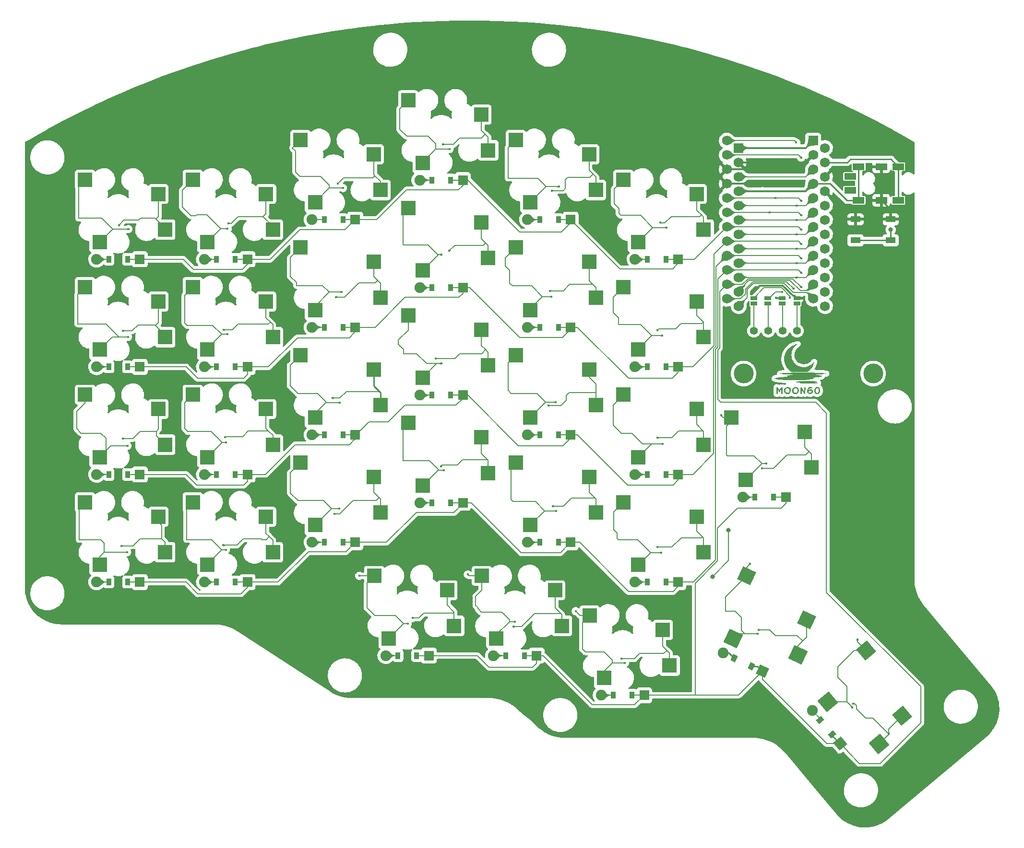
<source format=gbr>
%TF.GenerationSoftware,KiCad,Pcbnew,(6.0.10)*%
%TF.CreationDate,2023-02-13T20:56:48+01:00*%
%TF.ProjectId,insequor58_Moon60NOi2c,696e7365-7175-46f7-9235-38484d6f6f6e,v1.0.0*%
%TF.SameCoordinates,Original*%
%TF.FileFunction,Copper,L1,Top*%
%TF.FilePolarity,Positive*%
%FSLAX46Y46*%
G04 Gerber Fmt 4.6, Leading zero omitted, Abs format (unit mm)*
G04 Created by KiCad (PCBNEW (6.0.10)) date 2023-02-13 20:56:48*
%MOMM*%
%LPD*%
G01*
G04 APERTURE LIST*
G04 Aperture macros list*
%AMRotRect*
0 Rectangle, with rotation*
0 The origin of the aperture is its center*
0 $1 length*
0 $2 width*
0 $3 Rotation angle, in degrees counterclockwise*
0 Add horizontal line*
21,1,$1,$2,0,0,$3*%
G04 Aperture macros list end*
%TA.AperFunction,SMDPad,CuDef*%
%ADD10R,1.800000X1.100000*%
%TD*%
%TA.AperFunction,SMDPad,CuDef*%
%ADD11R,2.550000X2.500000*%
%TD*%
%TA.AperFunction,ComponentPad*%
%ADD12C,1.397000*%
%TD*%
%TA.AperFunction,SMDPad,CuDef*%
%ADD13R,2.600000X2.600000*%
%TD*%
%TA.AperFunction,SMDPad,CuDef*%
%ADD14R,1.143000X0.635000*%
%TD*%
%TA.AperFunction,ComponentPad*%
%ADD15C,1.905000*%
%TD*%
%TA.AperFunction,SMDPad,CuDef*%
%ADD16RotRect,0.900000X1.200000X130.000000*%
%TD*%
%TA.AperFunction,ComponentPad*%
%ADD17RotRect,1.778000X1.778000X130.000000*%
%TD*%
%TA.AperFunction,ComponentPad*%
%ADD18C,3.500000*%
%TD*%
%TA.AperFunction,SMDPad,CuDef*%
%ADD19RotRect,2.600000X2.600000X155.000000*%
%TD*%
%TA.AperFunction,SMDPad,CuDef*%
%ADD20RotRect,2.600000X2.600000X130.000000*%
%TD*%
%TA.AperFunction,SMDPad,CuDef*%
%ADD21RotRect,0.900000X1.200000X155.000000*%
%TD*%
%TA.AperFunction,ComponentPad*%
%ADD22RotRect,1.778000X1.778000X155.000000*%
%TD*%
%TA.AperFunction,ComponentPad*%
%ADD23R,2.100000X1.200000*%
%TD*%
%TA.AperFunction,SMDPad,CuDef*%
%ADD24RotRect,2.550000X2.500000X155.000000*%
%TD*%
%TA.AperFunction,ComponentPad*%
%ADD25R,1.752600X1.752600*%
%TD*%
%TA.AperFunction,ComponentPad*%
%ADD26C,1.752600*%
%TD*%
%TA.AperFunction,SMDPad,CuDef*%
%ADD27RotRect,2.550000X2.500000X130.000000*%
%TD*%
%TA.AperFunction,SMDPad,CuDef*%
%ADD28R,0.900000X1.200000*%
%TD*%
%TA.AperFunction,ComponentPad*%
%ADD29R,1.778000X1.778000*%
%TD*%
%TA.AperFunction,ViaPad*%
%ADD30C,0.800000*%
%TD*%
%TA.AperFunction,ViaPad*%
%ADD31C,0.400000*%
%TD*%
%TA.AperFunction,Conductor*%
%ADD32C,0.130000*%
%TD*%
%TA.AperFunction,Conductor*%
%ADD33C,0.127000*%
%TD*%
%TA.AperFunction,Conductor*%
%ADD34C,0.250000*%
%TD*%
%TA.AperFunction,Conductor*%
%ADD35C,0.300000*%
%TD*%
G04 APERTURE END LIST*
%TO.C,G\u002A\u002A\u002A*%
G36*
X252606257Y-135933141D02*
G01*
X252950345Y-135938803D01*
X253279404Y-135948621D01*
X253577858Y-135962332D01*
X253830127Y-135979677D01*
X254020636Y-136000393D01*
X254028015Y-136001476D01*
X254213031Y-136036004D01*
X254321902Y-136071882D01*
X254354269Y-136107279D01*
X254309771Y-136140366D01*
X254188050Y-136169314D01*
X254064169Y-136185373D01*
X253942946Y-136204105D01*
X253894418Y-136225320D01*
X253913328Y-136245879D01*
X253994420Y-136262640D01*
X254132439Y-136272465D01*
X254212174Y-136273788D01*
X254376520Y-136278532D01*
X254466696Y-136290290D01*
X254486122Y-136306735D01*
X254438223Y-136325545D01*
X254326421Y-136344394D01*
X254154138Y-136360958D01*
X254076374Y-136366007D01*
X253898712Y-136373196D01*
X253659150Y-136378493D01*
X253373922Y-136381923D01*
X253059257Y-136383508D01*
X252731388Y-136383272D01*
X252406546Y-136381236D01*
X252100962Y-136377425D01*
X251830868Y-136371862D01*
X251612496Y-136364569D01*
X251567019Y-136362435D01*
X251420213Y-136349547D01*
X251312766Y-136330172D01*
X251253009Y-136308330D01*
X251249272Y-136288043D01*
X251309886Y-136273330D01*
X251373588Y-136269074D01*
X251404017Y-136263741D01*
X251365204Y-136253494D01*
X251265788Y-136239945D01*
X251156776Y-136228599D01*
X250910514Y-136202139D01*
X250735805Y-136175637D01*
X250626060Y-136147627D01*
X250574689Y-136116646D01*
X250568917Y-136097970D01*
X250587486Y-136068772D01*
X250643514Y-136043671D01*
X250745205Y-136021262D01*
X250900766Y-136000141D01*
X251118401Y-135978905D01*
X251391172Y-135957268D01*
X251639598Y-135943697D01*
X251935306Y-135935327D01*
X252262718Y-135931895D01*
X252606257Y-135933141D01*
G37*
G36*
X248548364Y-137266087D02*
G01*
X248683020Y-137123204D01*
X248852782Y-137026658D01*
X249047454Y-136989055D01*
X249145564Y-136995464D01*
X249346535Y-137060802D01*
X249504793Y-137181435D01*
X249613670Y-137343315D01*
X249666495Y-137532389D01*
X249656600Y-137734609D01*
X249585353Y-137921996D01*
X249450468Y-138089499D01*
X249275059Y-138199158D01*
X249075310Y-138244734D01*
X248867407Y-138219988D01*
X248837698Y-138210246D01*
X248641662Y-138105734D01*
X248506442Y-137955020D01*
X248457003Y-137846699D01*
X248425159Y-137640440D01*
X248430227Y-137610839D01*
X248694865Y-137610839D01*
X248724722Y-137792894D01*
X248806519Y-137927738D01*
X248928588Y-138007637D01*
X249079265Y-138024853D01*
X249242446Y-137973971D01*
X249346160Y-137880686D01*
X249403674Y-137746867D01*
X249415787Y-137594427D01*
X249383296Y-137445277D01*
X249307001Y-137321326D01*
X249216271Y-137255625D01*
X249055413Y-137214222D01*
X248912370Y-137248006D01*
X248809090Y-137326457D01*
X248729673Y-137426419D01*
X248698093Y-137536722D01*
X248694865Y-137610839D01*
X248430227Y-137610839D01*
X248459012Y-137442701D01*
X248548364Y-137266087D01*
G37*
G36*
X252592448Y-134444635D02*
G01*
X253116679Y-134450879D01*
X253616954Y-134460722D01*
X254083993Y-134474280D01*
X254185172Y-134477916D01*
X254659654Y-134497587D01*
X255060098Y-134518354D01*
X255386039Y-134540140D01*
X255637012Y-134562865D01*
X255812553Y-134586454D01*
X255912195Y-134610828D01*
X255935475Y-134635909D01*
X255881926Y-134661621D01*
X255751084Y-134687885D01*
X255579191Y-134710535D01*
X255427741Y-134724926D01*
X255220615Y-134740609D01*
X254980239Y-134756082D01*
X254729041Y-134769845D01*
X254606617Y-134775607D01*
X253950711Y-134804562D01*
X254380557Y-134856271D01*
X254689419Y-134899083D01*
X254922323Y-134943752D01*
X255078975Y-134989763D01*
X255159082Y-135036602D01*
X255162349Y-135083754D01*
X255088482Y-135130703D01*
X254937187Y-135176936D01*
X254708170Y-135221937D01*
X254599151Y-135238834D01*
X254386832Y-135266137D01*
X254137909Y-135292616D01*
X253893854Y-135314023D01*
X253800134Y-135320650D01*
X253615544Y-135332868D01*
X253500233Y-135342830D01*
X253445474Y-135353071D01*
X253442541Y-135366131D01*
X253482706Y-135384544D01*
X253526596Y-135400170D01*
X253622846Y-135433059D01*
X253680760Y-135451670D01*
X253686942Y-135453182D01*
X253696507Y-135484038D01*
X253696711Y-135491756D01*
X253658725Y-135536409D01*
X253549081Y-135578734D01*
X253374249Y-135618395D01*
X253140699Y-135655059D01*
X252854902Y-135688389D01*
X252523328Y-135718053D01*
X252152446Y-135743715D01*
X251748728Y-135765040D01*
X251318643Y-135781694D01*
X250868662Y-135793342D01*
X250405254Y-135799650D01*
X249934891Y-135800283D01*
X249464042Y-135794907D01*
X248999177Y-135783186D01*
X248546767Y-135764786D01*
X248481424Y-135761483D01*
X248093700Y-135737420D01*
X247741982Y-135707780D01*
X247432757Y-135673576D01*
X247172511Y-135635817D01*
X246967732Y-135595513D01*
X246824906Y-135553675D01*
X246750520Y-135511314D01*
X246741019Y-135490398D01*
X246778688Y-135450971D01*
X246886106Y-135410995D01*
X247054889Y-135371732D01*
X247276655Y-135334443D01*
X247543017Y-135300389D01*
X247845594Y-135270832D01*
X248176001Y-135247033D01*
X248450634Y-135233156D01*
X248719080Y-135220010D01*
X248912071Y-135205502D01*
X249032301Y-135189132D01*
X249082463Y-135170399D01*
X249065252Y-135148805D01*
X249007480Y-135129833D01*
X248944113Y-135098077D01*
X248929326Y-135072932D01*
X248968276Y-135022912D01*
X249084635Y-134974227D01*
X249277665Y-134927109D01*
X249531348Y-134884015D01*
X249700782Y-134858587D01*
X249842045Y-134836329D01*
X249936705Y-134820204D01*
X249964865Y-134814312D01*
X249939793Y-134809595D01*
X249847408Y-134803178D01*
X249698517Y-134795595D01*
X249503928Y-134787378D01*
X249274451Y-134779061D01*
X249202865Y-134776705D01*
X248875523Y-134764119D01*
X248571333Y-134748490D01*
X248299619Y-134730594D01*
X248069707Y-134711207D01*
X247890922Y-134691106D01*
X247772589Y-134671066D01*
X247725548Y-134653787D01*
X247715993Y-134627554D01*
X247752221Y-134605530D01*
X247843824Y-134584983D01*
X248000398Y-134563181D01*
X248074036Y-134554554D01*
X248327454Y-134531206D01*
X248649711Y-134510293D01*
X249031529Y-134491933D01*
X249463628Y-134476240D01*
X249936727Y-134463332D01*
X250441547Y-134453325D01*
X250968809Y-134446336D01*
X251509233Y-134442480D01*
X252053539Y-134441874D01*
X252592448Y-134444635D01*
G37*
G36*
X249955134Y-137266087D02*
G01*
X250089789Y-137123204D01*
X250259551Y-137026658D01*
X250454223Y-136989055D01*
X250552333Y-136995464D01*
X250753304Y-137060802D01*
X250911562Y-137181435D01*
X251020439Y-137343315D01*
X251073264Y-137532389D01*
X251063369Y-137734609D01*
X250992122Y-137921996D01*
X250857238Y-138089499D01*
X250681828Y-138199158D01*
X250482079Y-138244734D01*
X250274176Y-138219988D01*
X250244467Y-138210246D01*
X250048431Y-138105734D01*
X249913211Y-137955020D01*
X249863772Y-137846699D01*
X249831929Y-137640440D01*
X249836997Y-137610839D01*
X250101634Y-137610839D01*
X250131492Y-137792894D01*
X250213288Y-137927738D01*
X250335357Y-138007637D01*
X250486034Y-138024853D01*
X250649216Y-137973971D01*
X250752929Y-137880686D01*
X250810444Y-137746867D01*
X250822556Y-137594427D01*
X250790065Y-137445277D01*
X250713770Y-137321326D01*
X250623041Y-137255625D01*
X250462182Y-137214222D01*
X250319139Y-137248006D01*
X250215859Y-137326457D01*
X250136443Y-137426419D01*
X250104863Y-137536722D01*
X250101634Y-137610839D01*
X249836997Y-137610839D01*
X249865781Y-137442701D01*
X249955134Y-137266087D01*
G37*
G36*
X252221333Y-137025709D02*
G01*
X252241128Y-137058483D01*
X252235507Y-137078659D01*
X252226857Y-137138860D01*
X252219619Y-137260985D01*
X252214429Y-137428806D01*
X252211922Y-137626098D01*
X252211788Y-137684351D01*
X252211394Y-137899808D01*
X252208908Y-138049192D01*
X252202375Y-138144586D01*
X252189842Y-138198072D01*
X252169352Y-138221731D01*
X252138951Y-138227645D01*
X252123865Y-138227750D01*
X252072111Y-138211318D01*
X252009565Y-138156193D01*
X251927702Y-138052816D01*
X251817999Y-137891629D01*
X251801480Y-137866288D01*
X251567019Y-137505309D01*
X251555783Y-137866771D01*
X251544547Y-138228232D01*
X251438552Y-138228288D01*
X251332557Y-138228345D01*
X251344237Y-137622596D01*
X251349032Y-137393262D01*
X251354370Y-137230643D01*
X251362098Y-137123311D01*
X251374064Y-137059838D01*
X251392113Y-137028797D01*
X251418093Y-137018759D01*
X251441929Y-137018109D01*
X251491906Y-137035235D01*
X251552605Y-137091517D01*
X251631976Y-137196392D01*
X251737967Y-137359299D01*
X251762403Y-137398614D01*
X251996865Y-137777857D01*
X252008049Y-137397352D01*
X252019233Y-137016848D01*
X252139230Y-137016848D01*
X252221333Y-137025709D01*
G37*
G36*
X252556614Y-137433657D02*
G01*
X252647494Y-137240766D01*
X252788412Y-137097093D01*
X252970737Y-137010381D01*
X253185839Y-136988372D01*
X253271266Y-136998053D01*
X253370574Y-137021873D01*
X253413867Y-137060679D01*
X253423172Y-137130959D01*
X253419510Y-137192054D01*
X253395723Y-137221985D01*
X253332612Y-137228813D01*
X253210981Y-137220604D01*
X253209942Y-137220518D01*
X253081243Y-137214164D01*
X252998226Y-137228430D01*
X252929190Y-137272978D01*
X252877788Y-137321758D01*
X252799587Y-137410846D01*
X252762443Y-137474970D01*
X252768740Y-137503224D01*
X252820863Y-137484702D01*
X252845713Y-137468448D01*
X252946226Y-137428675D01*
X253090334Y-137408698D01*
X253133462Y-137407617D01*
X253320536Y-137434080D01*
X253450306Y-137513645D01*
X253523058Y-137646578D01*
X253540403Y-137788084D01*
X253529898Y-137911600D01*
X253487084Y-138005103D01*
X253407542Y-138095371D01*
X253312609Y-138174629D01*
X253225429Y-138222153D01*
X253195815Y-138228232D01*
X253103403Y-138234997D01*
X253064907Y-138242284D01*
X252987194Y-138246528D01*
X252918038Y-138238661D01*
X252750881Y-138170679D01*
X252625242Y-138042308D01*
X252547681Y-137863059D01*
X252542633Y-137820761D01*
X252758865Y-137820761D01*
X252793089Y-137915158D01*
X252880226Y-137985042D01*
X252996970Y-138023187D01*
X253120017Y-138022372D01*
X253226062Y-137975372D01*
X253234480Y-137968176D01*
X253290178Y-137876159D01*
X253303506Y-137762508D01*
X253271570Y-137664704D01*
X253259049Y-137649894D01*
X253172191Y-137609914D01*
X253055085Y-137611638D01*
X252932112Y-137646738D01*
X252827651Y-137706886D01*
X252766084Y-137783752D01*
X252758865Y-137820761D01*
X252542633Y-137820761D01*
X252524403Y-137668024D01*
X252556614Y-137433657D01*
G37*
G36*
X250871816Y-129411542D02*
G01*
X250848103Y-129436759D01*
X250775098Y-129490801D01*
X250689252Y-129548418D01*
X250411397Y-129772923D01*
X250172657Y-130054862D01*
X249980375Y-130380266D01*
X249841890Y-130735166D01*
X249764545Y-131105593D01*
X249750519Y-131334674D01*
X249772306Y-131596801D01*
X249832711Y-131885848D01*
X249922574Y-132166885D01*
X250029907Y-132400013D01*
X250118361Y-132533013D01*
X250241897Y-132689321D01*
X250377353Y-132840126D01*
X250411479Y-132874694D01*
X250720199Y-133128433D01*
X251059263Y-133315346D01*
X251419470Y-133436019D01*
X251791620Y-133491036D01*
X252166513Y-133480984D01*
X252534947Y-133406447D01*
X252887723Y-133268010D01*
X253215640Y-133066259D01*
X253509496Y-132801779D01*
X253621848Y-132670487D01*
X253710684Y-132566575D01*
X253760952Y-132528815D01*
X253774342Y-132548800D01*
X253757685Y-132646213D01*
X253714032Y-132792646D01*
X253651419Y-132967255D01*
X253577885Y-133149198D01*
X253501465Y-133317633D01*
X253430198Y-133451717D01*
X253419422Y-133469204D01*
X253286952Y-133653761D01*
X253120295Y-133850577D01*
X252940718Y-134036845D01*
X252769491Y-134189757D01*
X252695983Y-134244976D01*
X252535408Y-134355800D01*
X251156830Y-134367477D01*
X249778251Y-134379155D01*
X249637096Y-134286091D01*
X249361265Y-134066725D01*
X249101015Y-133788899D01*
X248871919Y-133472306D01*
X248689551Y-133136640D01*
X248644627Y-133031001D01*
X248518659Y-132612510D01*
X248466045Y-132190482D01*
X248482751Y-131772286D01*
X248564742Y-131365293D01*
X248707984Y-130976872D01*
X248908442Y-130614394D01*
X249162082Y-130285228D01*
X249464869Y-129996746D01*
X249812768Y-129756316D01*
X250201746Y-129571309D01*
X250602639Y-129454228D01*
X250733854Y-129428636D01*
X250830503Y-129413294D01*
X250871777Y-129411505D01*
X250871816Y-129411542D01*
G37*
G36*
X253840388Y-137283397D02*
G01*
X253950917Y-137133487D01*
X254025276Y-137074221D01*
X254196609Y-137003336D01*
X254374383Y-136999488D01*
X254539632Y-137057858D01*
X254673389Y-137173628D01*
X254722419Y-137251309D01*
X254773489Y-137412512D01*
X254791558Y-137604158D01*
X254776971Y-137794775D01*
X254730071Y-137952893D01*
X254714430Y-137981878D01*
X254581761Y-138135569D01*
X254417043Y-138223876D01*
X254232435Y-138241614D01*
X254144628Y-138224775D01*
X253987110Y-138143455D01*
X253870088Y-138010421D01*
X253795233Y-137841784D01*
X253764217Y-137653659D01*
X253764880Y-137644904D01*
X253992640Y-137644904D01*
X254019955Y-137809413D01*
X254087831Y-137934586D01*
X254183237Y-138012730D01*
X254293145Y-138036157D01*
X254404527Y-137997173D01*
X254475413Y-137929885D01*
X254535653Y-137808347D01*
X254559659Y-137659787D01*
X254550433Y-137505628D01*
X254510979Y-137367290D01*
X254444297Y-137266195D01*
X254376948Y-137227373D01*
X254230157Y-137223681D01*
X254112524Y-137287049D01*
X254031402Y-137409488D01*
X253994147Y-137583008D01*
X253992640Y-137644904D01*
X253764880Y-137644904D01*
X253778712Y-137462159D01*
X253840388Y-137283397D01*
G37*
G36*
X247217568Y-137024141D02*
G01*
X247295120Y-137042357D01*
X247359782Y-137090365D01*
X247430059Y-137184734D01*
X247471091Y-137251150D01*
X247542094Y-137363762D01*
X247600112Y-137445204D01*
X247630175Y-137476053D01*
X247662635Y-137449651D01*
X247718955Y-137370664D01*
X247787157Y-137255960D01*
X247789605Y-137251520D01*
X247861727Y-137126399D01*
X247916387Y-137055866D01*
X247970872Y-137024504D01*
X248042466Y-137016896D01*
X248052741Y-137016848D01*
X248186865Y-137016848D01*
X248186865Y-138228232D01*
X247955137Y-138228232D01*
X247944001Y-137827694D01*
X247932865Y-137427155D01*
X247796845Y-137671386D01*
X247727499Y-137791049D01*
X247671888Y-137878121D01*
X247641127Y-137915307D01*
X247639897Y-137915617D01*
X247610686Y-137884805D01*
X247554232Y-137804034D01*
X247482840Y-137690924D01*
X247346711Y-137466232D01*
X247335527Y-137847232D01*
X247324342Y-138228232D01*
X247092711Y-138228232D01*
X247092711Y-137011896D01*
X247217568Y-137024141D01*
G37*
%TD*%
D10*
%TO.P,B1,1*%
%TO.N,GND*%
X261060000Y-107370000D03*
X267260000Y-107370000D03*
%TO.P,B1,2*%
%TO.N,RST*%
X261060000Y-111070000D03*
X267260000Y-111070000D03*
%TD*%
D11*
%TO.P,S20,1*%
%TO.N,P6*%
X176045000Y-133900000D03*
%TO.P,S20,2*%
%TO.N,P19*%
X163118000Y-131360000D03*
%TD*%
D12*
%TO.P,J3,1*%
%TO.N,N/C*%
X243107874Y-127064604D03*
%TO.P,J3,2*%
X245647874Y-127064604D03*
%TO.P,J3,3*%
X248187874Y-127064604D03*
%TO.P,J3,4*%
X250727874Y-127064604D03*
%TD*%
D11*
%TO.P,S30,1*%
%TO.N,P5*%
X195045000Y-107900000D03*
%TO.P,S30,2*%
%TO.N,P18*%
X182118000Y-105360000D03*
%TD*%
%TO.P,S14,1*%
%TO.N,P5*%
X157045000Y-121900000D03*
%TO.P,S14,2*%
%TO.N,P20*%
X144118000Y-119360000D03*
%TD*%
D13*
%TO.P,S1,1*%
%TO.N,P21*%
X127685000Y-168390000D03*
%TO.P,S1,2*%
%TO.N,P7*%
X139235000Y-166190000D03*
%TD*%
D14*
%TO.P,JP6,1*%
%TO.N,N/C*%
X248108849Y-122269491D03*
%TO.P,JP6,2*%
%TO.N,VCC*%
X248108849Y-121268731D03*
%TD*%
D13*
%TO.P,S43,1*%
%TO.N,P14*%
X222685000Y-149390000D03*
%TO.P,S43,2*%
%TO.N,P6*%
X234235000Y-147190000D03*
%TD*%
D11*
%TO.P,S2,1*%
%TO.N,P7*%
X138045000Y-159900000D03*
%TO.P,S2,2*%
%TO.N,P21*%
X125118000Y-157360000D03*
%TD*%
D13*
%TO.P,S13,1*%
%TO.N,P20*%
X146685000Y-130390000D03*
%TO.P,S13,2*%
%TO.N,P5*%
X158235000Y-128190000D03*
%TD*%
D11*
%TO.P,S32,1*%
%TO.N,P4*%
X195045000Y-88900000D03*
%TO.P,S32,2*%
%TO.N,P18*%
X182118000Y-86360000D03*
%TD*%
%TO.P,S10,1*%
%TO.N,P7*%
X157045000Y-159900000D03*
%TO.P,S10,2*%
%TO.N,P20*%
X144118000Y-157360000D03*
%TD*%
%TO.P,S40,1*%
%TO.N,P4*%
X214045000Y-95900000D03*
%TO.P,S40,2*%
%TO.N,P15*%
X201118000Y-93360000D03*
%TD*%
%TO.P,S16,1*%
%TO.N,P4*%
X157045000Y-102900000D03*
%TO.P,S16,2*%
%TO.N,P20*%
X144118000Y-100360000D03*
%TD*%
D15*
%TO.P,D30,1*%
%TO.N,P8*%
X253442259Y-194135600D03*
D16*
X256951880Y-198318202D03*
%TO.P,D30,2*%
X254830680Y-195790256D03*
D17*
X258340301Y-199972858D03*
%TD*%
D13*
%TO.P,S31,1*%
%TO.N,P18*%
X184685000Y-97390000D03*
%TO.P,S31,2*%
%TO.N,P4*%
X196235000Y-95190000D03*
%TD*%
D11*
%TO.P,S22,1*%
%TO.N,P5*%
X176045000Y-114900000D03*
%TO.P,S22,2*%
%TO.N,P19*%
X163118000Y-112360000D03*
%TD*%
D13*
%TO.P,S27,1*%
%TO.N,P18*%
X184685000Y-135390000D03*
%TO.P,S27,2*%
%TO.N,P6*%
X196235000Y-133190000D03*
%TD*%
D11*
%TO.P,S34,1*%
%TO.N,P7*%
X214045000Y-152900000D03*
%TO.P,S34,2*%
%TO.N,P15*%
X201118000Y-150360000D03*
%TD*%
D13*
%TO.P,S29,1*%
%TO.N,P18*%
X184685000Y-116390000D03*
%TO.P,S29,2*%
%TO.N,P5*%
X196235000Y-114190000D03*
%TD*%
D18*
%TO.P,REF\u002A\u002A,H2*%
%TO.N,N/C*%
X264160000Y-134620000D03*
%TD*%
D13*
%TO.P,S55,1*%
%TO.N,P18*%
X241685000Y-153390000D03*
%TO.P,S55,2*%
%TO.N,P8*%
X253235000Y-151190000D03*
%TD*%
D18*
%TO.P,REF\u002A\u002A,H1*%
%TO.N,N/C*%
X241300000Y-134620000D03*
%TD*%
D13*
%TO.P,S5,1*%
%TO.N,P21*%
X127685000Y-130390000D03*
%TO.P,S5,2*%
%TO.N,P5*%
X139235000Y-128190000D03*
%TD*%
D19*
%TO.P,S57,1*%
%TO.N,P15*%
X239477263Y-181448457D03*
%TO.P,S57,2*%
%TO.N,P8*%
X250874878Y-184335820D03*
%TD*%
D13*
%TO.P,S15,1*%
%TO.N,P20*%
X146685000Y-111390000D03*
%TO.P,S15,2*%
%TO.N,P4*%
X158235000Y-109190000D03*
%TD*%
%TO.P,S21,1*%
%TO.N,P19*%
X165685000Y-123390000D03*
%TO.P,S21,2*%
%TO.N,P5*%
X177235000Y-121190000D03*
%TD*%
%TO.P,S47,1*%
%TO.N,P14*%
X222685000Y-111390000D03*
%TO.P,S47,2*%
%TO.N,P4*%
X234235000Y-109190000D03*
%TD*%
D11*
%TO.P,S42,1*%
%TO.N,P7*%
X233045000Y-159900000D03*
%TO.P,S42,2*%
%TO.N,P14*%
X220118000Y-157360000D03*
%TD*%
%TO.P,S6,1*%
%TO.N,P5*%
X138045000Y-121900000D03*
%TO.P,S6,2*%
%TO.N,P21*%
X125118000Y-119360000D03*
%TD*%
D14*
%TO.P,JP5,1*%
%TO.N,N/C*%
X250716848Y-122269491D03*
%TO.P,JP5,2*%
%TO.N,GND*%
X250716848Y-121268731D03*
%TD*%
D13*
%TO.P,S49,1*%
%TO.N,P21*%
X178685000Y-181390000D03*
%TO.P,S49,2*%
%TO.N,P8*%
X190235000Y-179190000D03*
%TD*%
%TO.P,S23,1*%
%TO.N,P19*%
X165685000Y-104390000D03*
%TO.P,S23,2*%
%TO.N,P4*%
X177235000Y-102190000D03*
%TD*%
D11*
%TO.P,S18,1*%
%TO.N,P7*%
X176045000Y-152900000D03*
%TO.P,S18,2*%
%TO.N,P19*%
X163118000Y-150360000D03*
%TD*%
D13*
%TO.P,S45,1*%
%TO.N,P14*%
X222685000Y-130390000D03*
%TO.P,S45,2*%
%TO.N,P5*%
X234235000Y-128190000D03*
%TD*%
%TO.P,S33,1*%
%TO.N,P15*%
X203685000Y-161390000D03*
%TO.P,S33,2*%
%TO.N,P7*%
X215235000Y-159190000D03*
%TD*%
%TO.P,S37,1*%
%TO.N,P15*%
X203685000Y-123390000D03*
%TO.P,S37,2*%
%TO.N,P5*%
X215235000Y-121190000D03*
%TD*%
%TO.P,S7,1*%
%TO.N,P21*%
X127685000Y-111390000D03*
%TO.P,S7,2*%
%TO.N,P4*%
X139235000Y-109190000D03*
%TD*%
D11*
%TO.P,S48,1*%
%TO.N,P4*%
X233045000Y-102900000D03*
%TO.P,S48,2*%
%TO.N,P14*%
X220118000Y-100360000D03*
%TD*%
%TO.P,S44,1*%
%TO.N,P6*%
X233045000Y-140900000D03*
%TO.P,S44,2*%
%TO.N,P14*%
X220118000Y-138360000D03*
%TD*%
%TO.P,S50,1*%
%TO.N,P8*%
X189045000Y-172900000D03*
%TO.P,S50,2*%
%TO.N,P21*%
X176118000Y-170360000D03*
%TD*%
D13*
%TO.P,S11,1*%
%TO.N,P20*%
X146685000Y-149390000D03*
%TO.P,S11,2*%
%TO.N,P6*%
X158235000Y-147190000D03*
%TD*%
D11*
%TO.P,S24,1*%
%TO.N,P4*%
X176045000Y-95900000D03*
%TO.P,S24,2*%
%TO.N,P19*%
X163118000Y-93360000D03*
%TD*%
D14*
%TO.P,JP8,1*%
%TO.N,N/C*%
X243108849Y-122269491D03*
%TO.P,JP8,2*%
%TO.N,P2*%
X243108849Y-121268731D03*
%TD*%
D13*
%TO.P,S35,1*%
%TO.N,P15*%
X203685000Y-142390000D03*
%TO.P,S35,2*%
%TO.N,P6*%
X215235000Y-140190000D03*
%TD*%
D20*
%TO.P,S59,1*%
%TO.N,P14*%
X256122586Y-192584932D03*
%TO.P,S59,2*%
%TO.N,P8*%
X265232081Y-200018612D03*
%TD*%
D13*
%TO.P,S17,1*%
%TO.N,P19*%
X165685000Y-161390000D03*
%TO.P,S17,2*%
%TO.N,P7*%
X177235000Y-159190000D03*
%TD*%
D11*
%TO.P,S38,1*%
%TO.N,P5*%
X214045000Y-114900000D03*
%TO.P,S38,2*%
%TO.N,P15*%
X201118000Y-112360000D03*
%TD*%
D13*
%TO.P,S19,1*%
%TO.N,P19*%
X165685000Y-142390000D03*
%TO.P,S19,2*%
%TO.N,P6*%
X177235000Y-140190000D03*
%TD*%
D15*
%TO.P,D29,1*%
%TO.N,P8*%
X237703403Y-183986594D03*
D21*
X242651844Y-186294090D03*
%TO.P,D29,2*%
X239661028Y-184899450D03*
D22*
X244609469Y-187206946D03*
%TD*%
D11*
%TO.P,S54,1*%
%TO.N,P8*%
X227045000Y-179900000D03*
%TO.P,S54,2*%
%TO.N,P19*%
X214118000Y-177360000D03*
%TD*%
%TO.P,S46,1*%
%TO.N,P5*%
X233045000Y-121900000D03*
%TO.P,S46,2*%
%TO.N,P14*%
X220118000Y-119360000D03*
%TD*%
D23*
%TO.P,J2,1*%
%TO.N,VCC*%
X261597619Y-104020787D03*
X261597619Y-98070787D03*
%TO.P,J2,2*%
%TO.N,GND*%
X265597619Y-104020787D03*
X265597619Y-98070787D03*
%TO.P,J2,3*%
%TO.N,P0*%
X268597619Y-104020787D03*
X268597619Y-98070787D03*
%TO.P,J2,4*%
%TO.N,N/C*%
X260097619Y-99820787D03*
X260097619Y-102270787D03*
%TD*%
D11*
%TO.P,S8,1*%
%TO.N,P4*%
X138045000Y-102900000D03*
%TO.P,S8,2*%
%TO.N,P21*%
X125118000Y-100360000D03*
%TD*%
%TO.P,S28,1*%
%TO.N,P6*%
X195045000Y-126900000D03*
%TO.P,S28,2*%
%TO.N,P18*%
X182118000Y-124360000D03*
%TD*%
%TO.P,S56,1*%
%TO.N,P8*%
X252045000Y-144900000D03*
%TO.P,S56,2*%
%TO.N,P18*%
X239118000Y-142360000D03*
%TD*%
D13*
%TO.P,S41,1*%
%TO.N,P14*%
X222685000Y-168390000D03*
%TO.P,S41,2*%
%TO.N,P7*%
X234235000Y-166190000D03*
%TD*%
D11*
%TO.P,S12,1*%
%TO.N,P6*%
X157045000Y-140900000D03*
%TO.P,S12,2*%
%TO.N,P20*%
X144118000Y-138360000D03*
%TD*%
D13*
%TO.P,S39,1*%
%TO.N,P15*%
X203685000Y-104390000D03*
%TO.P,S39,2*%
%TO.N,P4*%
X215235000Y-102190000D03*
%TD*%
D11*
%TO.P,S36,1*%
%TO.N,P6*%
X214045000Y-133900000D03*
%TO.P,S36,2*%
%TO.N,P15*%
X201118000Y-131360000D03*
%TD*%
D13*
%TO.P,S3,1*%
%TO.N,P21*%
X127685000Y-149390000D03*
%TO.P,S3,2*%
%TO.N,P6*%
X139235000Y-147190000D03*
%TD*%
D11*
%TO.P,S26,1*%
%TO.N,P7*%
X195045000Y-145900000D03*
%TO.P,S26,2*%
%TO.N,P18*%
X182118000Y-143360000D03*
%TD*%
D24*
%TO.P,S58,1*%
%TO.N,P8*%
X252454641Y-178132229D03*
%TO.P,S58,2*%
%TO.N,P15*%
X241812251Y-170367021D03*
%TD*%
D25*
%TO.P,MCU2,1*%
%TO.N,RAW*%
X240429495Y-94768135D03*
D26*
%TO.P,MCU2,2*%
%TO.N,GND*%
X240429495Y-97308135D03*
%TO.P,MCU2,3*%
%TO.N,RST*%
X240429495Y-99848135D03*
%TO.P,MCU2,4*%
%TO.N,VCC*%
X240429495Y-102388135D03*
%TO.P,MCU2,5*%
%TO.N,P21*%
X240429495Y-104928135D03*
%TO.P,MCU2,6*%
%TO.N,P20*%
X240429495Y-107468135D03*
%TO.P,MCU2,7*%
%TO.N,P19*%
X240429495Y-110008135D03*
%TO.P,MCU2,8*%
%TO.N,P18*%
X240429495Y-112548135D03*
%TO.P,MCU2,9*%
%TO.N,P15*%
X240429495Y-115088135D03*
%TO.P,MCU2,10*%
%TO.N,P14*%
X240429495Y-117628135D03*
%TO.P,MCU2,11*%
%TO.N,P16*%
X240429495Y-120168135D03*
%TO.P,MCU2,12*%
%TO.N,P10*%
X240429495Y-122708135D03*
%TO.P,MCU2,13*%
%TO.N,P1*%
X255669495Y-94768135D03*
%TO.P,MCU2,14*%
%TO.N,P0*%
X255669495Y-97308135D03*
%TO.P,MCU2,15*%
%TO.N,GND*%
X255669495Y-99848135D03*
%TO.P,MCU2,16*%
X255669495Y-102388135D03*
%TO.P,MCU2,17*%
%TO.N,P2*%
X255669495Y-104928135D03*
%TO.P,MCU2,18*%
%TO.N,P3*%
X255669495Y-107468135D03*
%TO.P,MCU2,19*%
%TO.N,P4*%
X255669495Y-110008135D03*
%TO.P,MCU2,20*%
%TO.N,P5*%
X255669495Y-112548135D03*
%TO.P,MCU2,21*%
%TO.N,P6*%
X255669495Y-115088135D03*
%TO.P,MCU2,22*%
%TO.N,P7*%
X255669495Y-117628135D03*
%TO.P,MCU2,23*%
%TO.N,P8*%
X255669495Y-120168135D03*
%TO.P,MCU2,24*%
%TO.N,P9*%
X255669495Y-122708135D03*
%TD*%
D13*
%TO.P,S25,1*%
%TO.N,P18*%
X184685000Y-154390000D03*
%TO.P,S25,2*%
%TO.N,P7*%
X196235000Y-152190000D03*
%TD*%
%TO.P,S51,1*%
%TO.N,P20*%
X197685000Y-181390000D03*
%TO.P,S51,2*%
%TO.N,P8*%
X209235000Y-179190000D03*
%TD*%
%TO.P,S53,1*%
%TO.N,P19*%
X216685000Y-188390000D03*
%TO.P,S53,2*%
%TO.N,P8*%
X228235000Y-186190000D03*
%TD*%
D25*
%TO.P,MCU1,1*%
%TO.N,RAW*%
X253580000Y-93470000D03*
D26*
%TO.P,MCU1,2*%
%TO.N,GND*%
X253580000Y-96010000D03*
%TO.P,MCU1,3*%
%TO.N,RST*%
X253580000Y-98550000D03*
%TO.P,MCU1,4*%
%TO.N,VCC*%
X253580000Y-101090000D03*
%TO.P,MCU1,5*%
%TO.N,P21*%
X253580000Y-103630000D03*
%TO.P,MCU1,6*%
%TO.N,P20*%
X253580000Y-106170000D03*
%TO.P,MCU1,7*%
%TO.N,P19*%
X253580000Y-108710000D03*
%TO.P,MCU1,8*%
%TO.N,P18*%
X253580000Y-111250000D03*
%TO.P,MCU1,9*%
%TO.N,P15*%
X253580000Y-113790000D03*
%TO.P,MCU1,10*%
%TO.N,P14*%
X253580000Y-116330000D03*
%TO.P,MCU1,11*%
%TO.N,P16*%
X253580000Y-118870000D03*
%TO.P,MCU1,12*%
%TO.N,P10*%
X253580000Y-121410000D03*
%TO.P,MCU1,13*%
%TO.N,P1*%
X238340000Y-93470000D03*
%TO.P,MCU1,14*%
%TO.N,P0*%
X238340000Y-96010000D03*
%TO.P,MCU1,15*%
%TO.N,GND*%
X238340000Y-98550000D03*
%TO.P,MCU1,16*%
X238340000Y-101090000D03*
%TO.P,MCU1,17*%
%TO.N,P2*%
X238340000Y-103630000D03*
%TO.P,MCU1,18*%
%TO.N,P3*%
X238340000Y-106170000D03*
%TO.P,MCU1,19*%
%TO.N,P4*%
X238340000Y-108710000D03*
%TO.P,MCU1,20*%
%TO.N,P5*%
X238340000Y-111250000D03*
%TO.P,MCU1,21*%
%TO.N,P6*%
X238340000Y-113790000D03*
%TO.P,MCU1,22*%
%TO.N,P7*%
X238340000Y-116330000D03*
%TO.P,MCU1,23*%
%TO.N,P8*%
X238340000Y-118870000D03*
%TO.P,MCU1,24*%
%TO.N,P9*%
X238340000Y-121410000D03*
%TD*%
D13*
%TO.P,S9,1*%
%TO.N,P20*%
X146685000Y-168390000D03*
%TO.P,S9,2*%
%TO.N,P7*%
X158235000Y-166190000D03*
%TD*%
D11*
%TO.P,S4,1*%
%TO.N,P6*%
X138045000Y-140900000D03*
%TO.P,S4,2*%
%TO.N,P21*%
X125118000Y-138360000D03*
%TD*%
%TO.P,S52,1*%
%TO.N,P8*%
X208045000Y-172900000D03*
%TO.P,S52,2*%
%TO.N,P20*%
X195118000Y-170360000D03*
%TD*%
D14*
%TO.P,JP7,1*%
%TO.N,N/C*%
X245608849Y-122269491D03*
%TO.P,JP7,2*%
%TO.N,P3*%
X245608849Y-121268731D03*
%TD*%
D27*
%TO.P,S60,1*%
%TO.N,P8*%
X269285583Y-195063885D03*
%TO.P,S60,2*%
%TO.N,P14*%
X262922021Y-183528548D03*
%TD*%
D15*
%TO.P,D22,1*%
%TO.N,P6*%
X222150000Y-152440000D03*
D28*
X227610000Y-152440000D03*
%TO.P,D22,2*%
X224310000Y-152440000D03*
D29*
X229770000Y-152440000D03*
%TD*%
D28*
%TO.P,D18,1*%
%TO.N,P6*%
X208610000Y-145440000D03*
D15*
X203150000Y-145440000D03*
D28*
%TO.P,D18,2*%
X205310000Y-145440000D03*
D29*
X210770000Y-145440000D03*
%TD*%
D15*
%TO.P,D8,1*%
%TO.N,P4*%
X146150000Y-114440000D03*
D28*
X151610000Y-114440000D03*
D29*
%TO.P,D8,2*%
X153770000Y-114440000D03*
D28*
X148310000Y-114440000D03*
%TD*%
D15*
%TO.P,D3,1*%
%TO.N,P5*%
X127150000Y-133440000D03*
D28*
X132610000Y-133440000D03*
%TO.P,D3,2*%
X129310000Y-133440000D03*
D29*
X134770000Y-133440000D03*
%TD*%
D15*
%TO.P,D25,1*%
%TO.N,P8*%
X178150000Y-184440000D03*
D28*
X183610000Y-184440000D03*
%TO.P,D25,2*%
X180310000Y-184440000D03*
D29*
X185770000Y-184440000D03*
%TD*%
D15*
%TO.P,D17,1*%
%TO.N,P7*%
X203150000Y-164440000D03*
D28*
X208610000Y-164440000D03*
D29*
%TO.P,D17,2*%
X210770000Y-164440000D03*
D28*
X205310000Y-164440000D03*
%TD*%
D15*
%TO.P,D27,1*%
%TO.N,P8*%
X216150000Y-191440000D03*
D28*
X221610000Y-191440000D03*
%TO.P,D27,2*%
X218310000Y-191440000D03*
D29*
X223770000Y-191440000D03*
%TD*%
D28*
%TO.P,D2,1*%
%TO.N,P6*%
X132610000Y-152440000D03*
D15*
X127150000Y-152440000D03*
D29*
%TO.P,D2,2*%
X134770000Y-152440000D03*
D28*
X129310000Y-152440000D03*
%TD*%
D15*
%TO.P,D5,1*%
%TO.N,P7*%
X146150000Y-171440000D03*
D28*
X151610000Y-171440000D03*
%TO.P,D5,2*%
X148310000Y-171440000D03*
D29*
X153770000Y-171440000D03*
%TD*%
D28*
%TO.P,D20,1*%
%TO.N,P4*%
X208610000Y-107440000D03*
D15*
X203150000Y-107440000D03*
D29*
%TO.P,D20,2*%
X210770000Y-107440000D03*
D28*
X205310000Y-107440000D03*
%TD*%
%TO.P,D19,1*%
%TO.N,P5*%
X208610000Y-126440000D03*
D15*
X203150000Y-126440000D03*
D29*
%TO.P,D19,2*%
X210770000Y-126440000D03*
D28*
X205310000Y-126440000D03*
%TD*%
%TO.P,D7,1*%
%TO.N,P5*%
X151610000Y-133440000D03*
D15*
X146150000Y-133440000D03*
D28*
%TO.P,D7,2*%
X148310000Y-133440000D03*
D29*
X153770000Y-133440000D03*
%TD*%
D28*
%TO.P,D24,1*%
%TO.N,P4*%
X227610000Y-114440000D03*
D15*
X222150000Y-114440000D03*
D28*
%TO.P,D24,2*%
X224310000Y-114440000D03*
D29*
X229770000Y-114440000D03*
%TD*%
D15*
%TO.P,D6,1*%
%TO.N,P6*%
X146150000Y-152440000D03*
D28*
X151610000Y-152440000D03*
%TO.P,D6,2*%
X148310000Y-152440000D03*
D29*
X153770000Y-152440000D03*
%TD*%
D15*
%TO.P,D4,1*%
%TO.N,P4*%
X127150000Y-114440000D03*
D28*
X132610000Y-114440000D03*
D29*
%TO.P,D4,2*%
X134770000Y-114440000D03*
D28*
X129310000Y-114440000D03*
%TD*%
D15*
%TO.P,D23,1*%
%TO.N,P5*%
X222150000Y-133440000D03*
D28*
X227610000Y-133440000D03*
%TO.P,D23,2*%
X224310000Y-133440000D03*
D29*
X229770000Y-133440000D03*
%TD*%
D15*
%TO.P,D11,1*%
%TO.N,P5*%
X165150000Y-126440000D03*
D28*
X170610000Y-126440000D03*
D29*
%TO.P,D11,2*%
X172770000Y-126440000D03*
D28*
X167310000Y-126440000D03*
%TD*%
%TO.P,D21,1*%
%TO.N,P7*%
X227610000Y-171440000D03*
D15*
X222150000Y-171440000D03*
D28*
%TO.P,D21,2*%
X224310000Y-171440000D03*
D29*
X229770000Y-171440000D03*
%TD*%
D28*
%TO.P,D10,1*%
%TO.N,P6*%
X170610000Y-145440000D03*
D15*
X165150000Y-145440000D03*
D29*
%TO.P,D10,2*%
X172770000Y-145440000D03*
D28*
X167310000Y-145440000D03*
%TD*%
D15*
%TO.P,D1,1*%
%TO.N,P7*%
X127150000Y-171440000D03*
D28*
X132610000Y-171440000D03*
%TO.P,D1,2*%
X129310000Y-171440000D03*
D29*
X134770000Y-171440000D03*
%TD*%
D28*
%TO.P,D12,1*%
%TO.N,P4*%
X170610000Y-107440000D03*
D15*
X165150000Y-107440000D03*
D28*
%TO.P,D12,2*%
X167310000Y-107440000D03*
D29*
X172770000Y-107440000D03*
%TD*%
D28*
%TO.P,D9,1*%
%TO.N,P7*%
X170610000Y-164440000D03*
D15*
X165150000Y-164440000D03*
D29*
%TO.P,D9,2*%
X172770000Y-164440000D03*
D28*
X167310000Y-164440000D03*
%TD*%
D15*
%TO.P,D13,1*%
%TO.N,P7*%
X184150000Y-157440000D03*
D28*
X189610000Y-157440000D03*
%TO.P,D13,2*%
X186310000Y-157440000D03*
D29*
X191770000Y-157440000D03*
%TD*%
D28*
%TO.P,D26,1*%
%TO.N,P8*%
X202610000Y-184440000D03*
D15*
X197150000Y-184440000D03*
D29*
%TO.P,D26,2*%
X204770000Y-184440000D03*
D28*
X199310000Y-184440000D03*
%TD*%
%TO.P,D15,1*%
%TO.N,P5*%
X189610000Y-119440000D03*
D15*
X184150000Y-119440000D03*
D29*
%TO.P,D15,2*%
X191770000Y-119440000D03*
D28*
X186310000Y-119440000D03*
%TD*%
D15*
%TO.P,D28,1*%
%TO.N,P8*%
X241150000Y-156440000D03*
D28*
X246610000Y-156440000D03*
D29*
%TO.P,D28,2*%
X248770000Y-156440000D03*
D28*
X243310000Y-156440000D03*
%TD*%
D15*
%TO.P,D14,1*%
%TO.N,P6*%
X184150000Y-138440000D03*
D28*
X189610000Y-138440000D03*
D29*
%TO.P,D14,2*%
X191770000Y-138440000D03*
D28*
X186310000Y-138440000D03*
%TD*%
D15*
%TO.P,D16,1*%
%TO.N,P4*%
X184150000Y-100440000D03*
D28*
X189610000Y-100440000D03*
%TO.P,D16,2*%
X186310000Y-100440000D03*
D29*
X191770000Y-100440000D03*
%TD*%
D30*
%TO.N,P18*%
X238661473Y-162275570D03*
X235842314Y-170458549D03*
D31*
%TO.N,P21*%
X182057943Y-178807451D03*
X132753375Y-109101874D03*
X132701145Y-128165919D03*
X132596684Y-147386655D03*
X132544454Y-166189549D03*
X250671865Y-104928135D03*
X173479123Y-170346148D03*
%TO.N,P6*%
X186941509Y-131997251D03*
X226130298Y-145967631D03*
X168782233Y-138958300D03*
X206880411Y-140262689D03*
X131805183Y-146094563D03*
X251460000Y-114300000D03*
X149772393Y-145885642D03*
%TO.N,P5*%
X226060000Y-127000000D03*
X251460000Y-111760000D03*
X169408996Y-121095551D03*
X189370217Y-112959321D03*
X207154620Y-120010406D03*
X149563472Y-126926058D03*
X131805183Y-127082748D03*
%TO.N,P4*%
X251460000Y-109220000D03*
X150371066Y-108090217D03*
X207468002Y-102304348D03*
X169670754Y-101090754D03*
X188273381Y-94156427D03*
X131073960Y-108436546D03*
X226600370Y-107970116D03*
%TO.N,P3*%
X251460000Y-106680000D03*
X248113271Y-120186729D03*
X245870000Y-106170000D03*
%TO.N,P20*%
X200978355Y-178454896D03*
X192634571Y-170111112D03*
X149960000Y-165748020D03*
X150251726Y-127664114D03*
X149960000Y-146788436D03*
X250671865Y-107468135D03*
X150268580Y-109063309D03*
%TO.N,P19*%
X250671865Y-110008135D03*
X170390895Y-120229348D03*
X169977911Y-158482396D03*
X211672501Y-176574607D03*
X170056256Y-139757848D03*
X220368839Y-185741018D03*
X170638382Y-101855533D03*
%TO.N,P18*%
X187960000Y-132862862D03*
X188449676Y-151665756D03*
X245282673Y-150485592D03*
X237349782Y-141978848D03*
X250671865Y-112548135D03*
X188031834Y-113642127D03*
X189441275Y-94961138D03*
%TO.N,P15*%
X242462239Y-168230823D03*
X207402107Y-121025253D03*
X208185561Y-139671456D03*
X250671865Y-115088135D03*
X208714241Y-101620497D03*
X243754938Y-180570222D03*
X208263906Y-158866076D03*
%TO.N,P14*%
X226910109Y-127919647D03*
X260442506Y-193614729D03*
X261382651Y-181627885D03*
X226753418Y-166230543D03*
X250671865Y-117628135D03*
X227066800Y-147035922D03*
X227673826Y-108828273D03*
%TO.N,P7*%
X226051953Y-165240597D03*
X149511242Y-164949687D03*
X251460000Y-116840000D03*
X131544032Y-165054148D03*
X207624692Y-158086265D03*
X187898508Y-151023490D03*
X169095614Y-159406447D03*
%TO.N,GND*%
X243108849Y-120111151D03*
X243051865Y-97308135D03*
X251460000Y-99060000D03*
D30*
X261060000Y-109161268D03*
D31*
X251460000Y-101600000D03*
D30*
%TO.N,RST*%
X267260000Y-109217708D03*
D31*
%TO.N,VCC*%
X244628135Y-102388135D03*
X247002469Y-121246717D03*
%TO.N,P1*%
X250596986Y-93794663D03*
%TO.N,P0*%
X251460000Y-96520000D03*
%TO.N,P2*%
X249471134Y-121252551D03*
X246890000Y-103630000D03*
X251460000Y-104140000D03*
%TO.N,P8*%
X260602270Y-192896519D03*
X200668046Y-179342767D03*
X244541465Y-151373463D03*
X219705976Y-184983635D03*
X243993047Y-179891185D03*
X182880000Y-177800000D03*
X251460000Y-119380000D03*
X266932153Y-198279879D03*
%TO.N,P9*%
X250127099Y-119635347D03*
%TD*%
D32*
%TO.N,P18*%
X238660863Y-162276180D02*
X238661473Y-162275570D01*
X238660863Y-167640000D02*
X238660863Y-162276180D01*
X235842314Y-170458549D02*
X238660863Y-167640000D01*
%TO.N,P8*%
X236734737Y-139185263D02*
X236734737Y-130425333D01*
X237249474Y-139700000D02*
X236734737Y-139185263D01*
X259589001Y-201221558D02*
X258340301Y-199972858D01*
X259589001Y-201328392D02*
X259589001Y-201221558D01*
X261750428Y-203489819D02*
X259589001Y-201328392D01*
X272557565Y-196340483D02*
X265408229Y-203489819D01*
X272557565Y-189911621D02*
X272557565Y-196340483D01*
X254000000Y-139700000D02*
X255931201Y-141631201D01*
X255931201Y-141631201D02*
X255931201Y-173285257D01*
X265408229Y-203489819D02*
X261750428Y-203489819D01*
X237249474Y-139700000D02*
X254000000Y-139700000D01*
X255931201Y-173285257D02*
X272557565Y-189911621D01*
X240256094Y-158366739D02*
X236695262Y-161927571D01*
X236695262Y-161927571D02*
X236695262Y-167697059D01*
X248770000Y-157574856D02*
X247978117Y-158366739D01*
X248770000Y-156440000D02*
X248770000Y-157574856D01*
X247978117Y-158366739D02*
X240256094Y-158366739D01*
%TO.N,*%
X250728849Y-122289491D02*
X250708849Y-122269491D01*
D33*
X243107874Y-127064604D02*
X243107874Y-122270466D01*
D32*
X250727874Y-127064604D02*
X250727874Y-122280517D01*
X248187874Y-127064604D02*
X248187874Y-122348516D01*
D33*
X243107874Y-122270466D02*
X243108849Y-122269491D01*
D32*
X248187874Y-122348516D02*
X248108849Y-122269491D01*
X248188849Y-122349491D02*
X248108849Y-122269491D01*
X250727874Y-122280517D02*
X250716848Y-122269491D01*
X245647874Y-122308516D02*
X245608849Y-122269491D01*
X250727874Y-122288516D02*
X250708849Y-122269491D01*
X245648849Y-122309491D02*
X245608849Y-122269491D01*
X245647874Y-127064604D02*
X245647874Y-122308516D01*
%TO.N,P21*%
X124030921Y-163943648D02*
X124030921Y-158447079D01*
X123613079Y-144305070D02*
X123613079Y-141327945D01*
X240429495Y-104928135D02*
X245591865Y-104928135D01*
X124448763Y-145140754D02*
X123613079Y-144305070D01*
X176118000Y-170360000D02*
X173492975Y-170360000D01*
X128450451Y-164533259D02*
X127860840Y-163943648D01*
X127685000Y-111390000D02*
X129973126Y-109101874D01*
X173492975Y-170360000D02*
X173479123Y-170346148D01*
X250671865Y-104928135D02*
X252281865Y-104928135D01*
X128450451Y-166189549D02*
X132544454Y-166189549D01*
X128450451Y-166189549D02*
X128450451Y-164533259D01*
X127685000Y-166955000D02*
X128450451Y-166189549D01*
X174850760Y-175989350D02*
X174850760Y-171627240D01*
X252281865Y-104928135D02*
X253580000Y-103630000D01*
X181267549Y-178807451D02*
X182057943Y-178807451D01*
X127685000Y-168390000D02*
X127685000Y-166955000D01*
X131069516Y-128165919D02*
X128771385Y-125867788D01*
X129973126Y-109101874D02*
X132753375Y-109101874D01*
X123978691Y-101499309D02*
X125118000Y-100360000D01*
X178685000Y-181390000D02*
X181267549Y-178807451D01*
X127895961Y-145140754D02*
X124448763Y-145140754D01*
X181267549Y-178807451D02*
X179835097Y-177374999D01*
X127860840Y-163943648D02*
X124030921Y-163943648D01*
X127685000Y-149390000D02*
X129688345Y-147386655D01*
X128821489Y-146066282D02*
X127895961Y-145140754D01*
X128040607Y-107169355D02*
X123978691Y-107169355D01*
X124030921Y-158447079D02*
X125118000Y-157360000D01*
X129909081Y-128165919D02*
X132701145Y-128165919D01*
X129973126Y-109101874D02*
X128040607Y-107169355D01*
X125118000Y-139823024D02*
X125118000Y-138360000D01*
X245591865Y-104928135D02*
X250671865Y-104928135D01*
X128771385Y-125867788D02*
X123822000Y-125867788D01*
X176236409Y-177374999D02*
X174850760Y-175989350D01*
X123822000Y-120656000D02*
X125118000Y-119360000D01*
X132701145Y-128165919D02*
X131069516Y-128165919D01*
X174850760Y-171627240D02*
X176118000Y-170360000D01*
X123613079Y-141327945D02*
X125118000Y-139823024D01*
X127685000Y-149390000D02*
X128821489Y-148253511D01*
X129688345Y-147386655D02*
X132596684Y-147386655D01*
X127685000Y-130390000D02*
X129909081Y-128165919D01*
X123978691Y-107169355D02*
X123978691Y-101499309D01*
X128821489Y-148253511D02*
X128821489Y-146066282D01*
X123822000Y-125867788D02*
X123822000Y-120656000D01*
X179835097Y-177374999D02*
X176236409Y-177374999D01*
%TO.N,P6*%
X134794804Y-144827372D02*
X137663019Y-144827372D01*
X228609158Y-145967631D02*
X229850234Y-144726555D01*
X215216148Y-136476148D02*
X214045000Y-135305000D01*
X210472808Y-137988851D02*
X215216148Y-137988851D01*
X153084223Y-154349118D02*
X153770000Y-153663341D01*
X146150000Y-152440000D02*
X148310000Y-152440000D01*
X229850234Y-144726555D02*
X234175733Y-144726555D01*
X250950000Y-113790000D02*
X251460000Y-114300000D01*
X172770000Y-146301797D02*
X172770000Y-145440000D01*
X234235000Y-144785822D02*
X234235000Y-147190000D01*
X172770000Y-146135533D02*
X172770000Y-145440000D01*
X168782233Y-138958300D02*
X170058103Y-138958300D01*
X236402210Y-115727790D02*
X238340000Y-113790000D01*
X227610000Y-152440000D02*
X229770000Y-152440000D01*
X181518951Y-140213062D02*
X190552609Y-140213062D01*
X131805183Y-146094563D02*
X133527613Y-146094563D01*
X209451244Y-147362399D02*
X210770000Y-146043643D01*
X138045000Y-140900000D02*
X138045000Y-144445391D01*
X165150000Y-145440000D02*
X167310000Y-145440000D01*
X236035262Y-130191428D02*
X236402210Y-129824480D01*
X171196795Y-137819608D02*
X177074496Y-137819608D01*
X210770000Y-145440000D02*
X211962543Y-145440000D01*
X190349278Y-131997251D02*
X191247214Y-131099315D01*
D34*
X176045000Y-133900000D02*
X176045000Y-136790112D01*
D32*
X162145592Y-147199781D02*
X171705752Y-147199781D01*
X189610000Y-138440000D02*
X191770000Y-138440000D01*
X151610000Y-152440000D02*
X153770000Y-152440000D01*
X191770000Y-138440000D02*
X192659032Y-138440000D01*
X149772393Y-145885642D02*
X149909134Y-145748901D01*
X172770000Y-145440000D02*
X172960687Y-145440000D01*
X209980468Y-139351695D02*
X209980468Y-138481191D01*
X210770000Y-146043643D02*
X210770000Y-145440000D01*
X153891240Y-144777571D02*
X157452670Y-144777571D01*
D34*
X176045000Y-136790112D02*
X177074496Y-137819608D01*
D32*
X137663019Y-145618019D02*
X137663019Y-144827372D01*
X191770000Y-138995671D02*
X191770000Y-138440000D01*
X196235000Y-130837856D02*
X196235000Y-133190000D01*
X170610000Y-145440000D02*
X172770000Y-145440000D01*
D34*
X177235000Y-137980112D02*
X177074496Y-137819608D01*
D32*
X229770000Y-152440000D02*
X232320379Y-152440000D01*
X222150000Y-152440000D02*
X224310000Y-152440000D01*
X206880411Y-140262689D02*
X206886080Y-140257020D01*
X209075143Y-140257020D02*
X209980468Y-139351695D01*
X220812594Y-154290051D02*
X228904091Y-154290051D01*
X190552609Y-140213062D02*
X191770000Y-138995671D01*
X153770000Y-152440000D02*
X156905373Y-152440000D01*
X191247214Y-131099315D02*
X195076525Y-131099315D01*
X152919910Y-145748901D02*
X153891240Y-144777571D01*
X184150000Y-138440000D02*
X186310000Y-138440000D01*
X226130298Y-145967631D02*
X228609158Y-145967631D01*
X186941509Y-131997251D02*
X190349278Y-131997251D01*
X233045000Y-143595822D02*
X233045000Y-140900000D01*
X229770000Y-153424142D02*
X229770000Y-152440000D01*
X209980468Y-138481191D02*
X210472808Y-137988851D01*
X234175733Y-144726555D02*
X234235000Y-144785822D01*
X192659032Y-138440000D02*
X201581431Y-147362399D01*
X195045000Y-129647856D02*
X195045000Y-126900000D01*
X211962543Y-145440000D02*
X220812594Y-154290051D01*
X214045000Y-135305000D02*
X214045000Y-133900000D01*
X195786492Y-130389348D02*
X195045000Y-129647856D01*
X132610000Y-152440000D02*
X134770000Y-152440000D01*
X157452670Y-144777571D02*
X158235000Y-145559901D01*
X195076525Y-131099315D02*
X195786492Y-130389348D01*
X134770000Y-152440000D02*
X142945055Y-152440000D01*
X158235000Y-145559901D02*
X158235000Y-147190000D01*
X157452670Y-144777571D02*
X157045000Y-144369901D01*
X178581627Y-143150386D02*
X181518951Y-140213062D01*
X203150000Y-145440000D02*
X205310000Y-145440000D01*
X149909134Y-145748901D02*
X152919910Y-145748901D01*
X228904091Y-154290051D02*
X229770000Y-153424142D01*
X172960687Y-145440000D02*
X175250301Y-143150386D01*
X156905373Y-152440000D02*
X162145592Y-147199781D01*
X236402210Y-129824480D02*
X236402210Y-115727790D01*
X144854173Y-154349118D02*
X153084223Y-154349118D01*
X208610000Y-145440000D02*
X210770000Y-145440000D01*
X215216148Y-137988851D02*
X215235000Y-138007703D01*
X195786492Y-130389348D02*
X196235000Y-130837856D01*
D34*
X177235000Y-140190000D02*
X177235000Y-137980112D01*
D32*
X175250301Y-143150386D02*
X178581627Y-143150386D01*
X139235000Y-147190000D02*
X137663019Y-145618019D01*
X170058103Y-138958300D02*
X171196795Y-137819608D01*
X153770000Y-153663341D02*
X153770000Y-152440000D01*
X206886080Y-140257020D02*
X209075143Y-140257020D01*
X171705752Y-147199781D02*
X172770000Y-146135533D01*
X215235000Y-138007703D02*
X215235000Y-140190000D01*
X215216148Y-137988851D02*
X215216148Y-136476148D01*
X157045000Y-144369901D02*
X157045000Y-140900000D01*
X236035262Y-148725117D02*
X236035262Y-130191428D01*
X238340000Y-113790000D02*
X250950000Y-113790000D01*
X234175733Y-144726555D02*
X233045000Y-143595822D01*
X232320379Y-152440000D02*
X236035262Y-148725117D01*
X133527613Y-146094563D02*
X134794804Y-144827372D01*
X201581431Y-147362399D02*
X209451244Y-147362399D01*
X138045000Y-144445391D02*
X137663019Y-144827372D01*
X127150000Y-152440000D02*
X129310000Y-152440000D01*
X142945055Y-152440000D02*
X144854173Y-154349118D01*
%TO.N,P5*%
X222150000Y-133440000D02*
X224310000Y-133440000D01*
X144992864Y-135469791D02*
X153084362Y-135469791D01*
X158235000Y-125973553D02*
X157818282Y-125556835D01*
X172770000Y-127236481D02*
X172770000Y-126440000D01*
X142963073Y-133440000D02*
X144992864Y-135469791D01*
X195045000Y-110836916D02*
X195045000Y-107900000D01*
X169408996Y-121095551D02*
X170922607Y-121095551D01*
X146150000Y-133440000D02*
X148310000Y-133440000D01*
X238340000Y-111250000D02*
X250950000Y-111250000D01*
X176756609Y-118167468D02*
X176045000Y-117455859D01*
X209363216Y-128218849D02*
X210770000Y-126812065D01*
X233909066Y-125806648D02*
X234183780Y-125531934D01*
X250950000Y-111250000D02*
X251460000Y-111760000D01*
X227610000Y-133440000D02*
X229770000Y-133440000D01*
X177235000Y-118645859D02*
X177235000Y-121190000D01*
X191770000Y-119440000D02*
X193019371Y-119440000D01*
X151610000Y-133440000D02*
X153770000Y-133440000D01*
X210770000Y-126440000D02*
X211990354Y-126440000D01*
X193019371Y-119440000D02*
X201798220Y-128218849D01*
X230210988Y-125806648D02*
X233909066Y-125806648D01*
X138045000Y-125642498D02*
X137558559Y-126128939D01*
X232320000Y-133440000D02*
X236072210Y-129687790D01*
X189370217Y-112959321D02*
X190346499Y-111983039D01*
X153084362Y-135469791D02*
X153770000Y-134784153D01*
X153770000Y-134784153D02*
X153770000Y-133440000D01*
X171704500Y-128301981D02*
X172770000Y-127236481D01*
X210612089Y-118872576D02*
X214675778Y-118872576D01*
X203150000Y-126440000D02*
X205310000Y-126440000D01*
X176756609Y-118167468D02*
X177235000Y-118645859D01*
X139235000Y-128190000D02*
X139235000Y-127805380D01*
X189610000Y-119440000D02*
X191770000Y-119440000D01*
X209474259Y-120010406D02*
X210612089Y-118872576D01*
X191770000Y-120456859D02*
X191770000Y-119440000D01*
X234235000Y-125583154D02*
X234235000Y-128190000D01*
X176045000Y-117455859D02*
X176045000Y-114900000D01*
X195397955Y-111983039D02*
X195794539Y-111586455D01*
X157464008Y-125911109D02*
X157818282Y-125556835D01*
X162560000Y-128301981D02*
X171704500Y-128301981D01*
X127150000Y-133440000D02*
X129310000Y-133440000D01*
X201798220Y-128218849D02*
X209363216Y-128218849D01*
X233045000Y-124393154D02*
X233045000Y-121900000D01*
X208610000Y-126440000D02*
X210770000Y-126440000D01*
X236072210Y-129687790D02*
X236072210Y-113517790D01*
X228732931Y-135451318D02*
X229770000Y-134414249D01*
X191074215Y-121152644D02*
X191770000Y-120456859D01*
X214045000Y-118241798D02*
X214045000Y-114900000D01*
X152105294Y-125911109D02*
X157464008Y-125911109D01*
X229268735Y-126748901D02*
X230210988Y-125806648D01*
X190346499Y-111983039D02*
X195397955Y-111983039D01*
X139235000Y-127805380D02*
X137558559Y-126128939D01*
X165150000Y-126440000D02*
X167310000Y-126440000D01*
X176318176Y-118605901D02*
X176756609Y-118167468D01*
X195794539Y-111586455D02*
X195045000Y-110836916D01*
X226060000Y-127000000D02*
X226311099Y-126748901D01*
X229770000Y-133440000D02*
X232320000Y-133440000D01*
X138045000Y-121900000D02*
X138045000Y-125642498D01*
X157421981Y-133440000D02*
X162560000Y-128301981D01*
X215235000Y-119431798D02*
X215235000Y-121190000D01*
X149563472Y-126926058D02*
X151090345Y-126926058D01*
X221001672Y-135451318D02*
X228732931Y-135451318D01*
X181597187Y-121152644D02*
X191074215Y-121152644D01*
X134770000Y-133440000D02*
X142963073Y-133440000D01*
X210770000Y-126812065D02*
X210770000Y-126440000D01*
X137445189Y-126015569D02*
X137558559Y-126128939D01*
X157818282Y-125556835D02*
X157045000Y-124783553D01*
X196235000Y-112026916D02*
X196235000Y-114190000D01*
X229770000Y-134414249D02*
X229770000Y-133440000D01*
X170610000Y-126440000D02*
X172770000Y-126440000D01*
X214675778Y-118872576D02*
X214045000Y-118241798D01*
X157045000Y-124783553D02*
X157045000Y-121900000D01*
X211990354Y-126440000D02*
X221001672Y-135451318D01*
X172770000Y-126440000D02*
X176309831Y-126440000D01*
X226311099Y-126748901D02*
X229268735Y-126748901D01*
X134455512Y-126015569D02*
X137445189Y-126015569D01*
X207154620Y-120010406D02*
X209474259Y-120010406D01*
X131805183Y-127082748D02*
X133388333Y-127082748D01*
X214675778Y-118872576D02*
X215235000Y-119431798D01*
X195794539Y-111586455D02*
X196235000Y-112026916D01*
X184150000Y-119440000D02*
X186310000Y-119440000D01*
X176309831Y-126440000D02*
X181597187Y-121152644D01*
X132610000Y-133440000D02*
X134770000Y-133440000D01*
X234183780Y-125531934D02*
X233045000Y-124393154D01*
X133388333Y-127082748D02*
X134455512Y-126015569D01*
X236072210Y-113517790D02*
X238340000Y-111250000D01*
X234183780Y-125531934D02*
X234235000Y-125583154D01*
X170922607Y-121095551D02*
X173412257Y-118605901D01*
X158235000Y-128190000D02*
X158235000Y-125973553D01*
X173412257Y-118605901D02*
X176318176Y-118605901D01*
X153770000Y-133440000D02*
X157421981Y-133440000D01*
X151090345Y-126926058D02*
X152105294Y-125911109D01*
%TO.N,P4*%
X176266800Y-99702856D02*
X176045000Y-99481056D01*
X146150000Y-114440000D02*
X148310000Y-114440000D01*
X190967113Y-102191911D02*
X191770000Y-101389024D01*
X158235000Y-108646771D02*
X156536212Y-106947983D01*
X191247214Y-93040865D02*
X194993981Y-93040865D01*
X228764382Y-116158057D02*
X229770000Y-115152439D01*
X131984449Y-107526057D02*
X134559972Y-107526057D01*
X172770000Y-107440000D02*
X176574523Y-107440000D01*
X152892737Y-116213478D02*
X153770000Y-115336215D01*
X232610000Y-114440000D02*
X238340000Y-108710000D01*
X214188602Y-99935259D02*
X214734386Y-99389475D01*
X208610000Y-107440000D02*
X210770000Y-107440000D01*
X195045000Y-91686934D02*
X195045000Y-88900000D01*
X192651317Y-100440000D02*
X201829671Y-109618354D01*
X219488057Y-116158057D02*
X228764382Y-116158057D01*
X195696456Y-92338390D02*
X195045000Y-91686934D01*
X196235000Y-95190000D02*
X196235000Y-92876934D01*
X205310000Y-107440000D02*
X203150000Y-107440000D01*
X177235000Y-102190000D02*
X177235000Y-100671056D01*
X138045000Y-106891834D02*
X137610789Y-107326045D01*
X215235000Y-99890089D02*
X214734386Y-99389475D01*
X196235000Y-92876934D02*
X195696456Y-92338390D01*
X144191606Y-116213478D02*
X152892737Y-116213478D01*
X139235000Y-108950256D02*
X137610789Y-107326045D01*
X215235000Y-102190000D02*
X215235000Y-99890089D01*
X234235000Y-109190000D02*
X234235000Y-106981590D01*
X162979398Y-109230405D02*
X170979595Y-109230405D01*
X132610000Y-114440000D02*
X134770000Y-114440000D01*
X153770000Y-114440000D02*
X157769803Y-114440000D01*
X214045000Y-98700089D02*
X214045000Y-95900000D01*
X158235000Y-109190000D02*
X158235000Y-108646771D01*
X227610000Y-114440000D02*
X229770000Y-114440000D01*
X210770000Y-107440000D02*
X219488057Y-116158057D01*
X227397322Y-107990057D02*
X226620311Y-107990057D01*
X153770000Y-115336215D02*
X153770000Y-114440000D01*
X188273381Y-94156427D02*
X190131652Y-94156427D01*
X233850661Y-106597251D02*
X233572100Y-106875812D01*
X138045000Y-102900000D02*
X138045000Y-106891834D01*
X137427779Y-107143035D02*
X137610789Y-107326045D01*
X194993981Y-93040865D02*
X195696456Y-92338390D01*
X165150000Y-107440000D02*
X167310000Y-107440000D01*
X170610000Y-107440000D02*
X172770000Y-107440000D01*
X176045000Y-99481056D02*
X176045000Y-95900000D01*
X250950000Y-108710000D02*
X251460000Y-109220000D01*
X222150000Y-114440000D02*
X224310000Y-114440000D01*
X229770000Y-114440000D02*
X232610000Y-114440000D01*
X176574523Y-107440000D02*
X181822612Y-102191911D01*
X190131652Y-94156427D02*
X191247214Y-93040865D01*
X134559972Y-107526057D02*
X134942994Y-107143035D01*
X134942994Y-107143035D02*
X137427779Y-107143035D01*
X201829671Y-109618354D02*
X209200692Y-109618354D01*
X152068420Y-106947983D02*
X156536212Y-106947983D01*
X169670754Y-101090754D02*
X170686968Y-100074540D01*
X226620311Y-107990057D02*
X226600370Y-107970116D01*
X181822612Y-102191911D02*
X190967113Y-102191911D01*
X175895116Y-100074540D02*
X176266800Y-99702856D01*
X238340000Y-108710000D02*
X250950000Y-108710000D01*
X139235000Y-109190000D02*
X139235000Y-108950256D01*
X233045000Y-105791590D02*
X233045000Y-102900000D01*
X191770000Y-100440000D02*
X192651317Y-100440000D01*
X210259029Y-99935259D02*
X214188602Y-99935259D01*
X177235000Y-100671056D02*
X176266800Y-99702856D01*
X156536212Y-106947983D02*
X157045000Y-106439195D01*
X210770000Y-108049046D02*
X210770000Y-107440000D01*
X157045000Y-106439195D02*
X157045000Y-102900000D01*
X170686968Y-100074540D02*
X175895116Y-100074540D01*
X229770000Y-115152439D02*
X229770000Y-114440000D01*
X209456848Y-102304348D02*
X209841187Y-101920009D01*
X233850661Y-106597251D02*
X233045000Y-105791590D01*
X151610000Y-114440000D02*
X153770000Y-114440000D01*
X234235000Y-106981590D02*
X233850661Y-106597251D01*
X134770000Y-114440000D02*
X142418128Y-114440000D01*
X142418128Y-114440000D02*
X144191606Y-116213478D01*
X209841187Y-101920009D02*
X209841187Y-100353101D01*
X150926186Y-108090217D02*
X152068420Y-106947983D01*
X209200692Y-109618354D02*
X210770000Y-108049046D01*
X157769803Y-114440000D02*
X162979398Y-109230405D01*
X214734386Y-99389475D02*
X214045000Y-98700089D01*
X184150000Y-100440000D02*
X186310000Y-100440000D01*
X170979595Y-109230405D02*
X172770000Y-107440000D01*
X233572100Y-106875812D02*
X228511567Y-106875812D01*
X228511567Y-106875812D02*
X227397322Y-107990057D01*
X189610000Y-100440000D02*
X191770000Y-100440000D01*
X131073960Y-108436546D02*
X131984449Y-107526057D01*
X207468002Y-102304348D02*
X209456848Y-102304348D01*
X191770000Y-101389024D02*
X191770000Y-100440000D01*
X127150000Y-114440000D02*
X129310000Y-114440000D01*
X150371066Y-108090217D02*
X150926186Y-108090217D01*
X209841187Y-100353101D02*
X210259029Y-99935259D01*
%TO.N,P3*%
X245862849Y-121268731D02*
X245608849Y-121268731D01*
X250950000Y-106170000D02*
X251460000Y-106680000D01*
X246944851Y-120186729D02*
X245862849Y-121268731D01*
X246944851Y-120186729D02*
X248113271Y-120186729D01*
X238340000Y-106170000D02*
X245870000Y-106170000D01*
X245870000Y-106170000D02*
X250950000Y-106170000D01*
%TO.N,P20*%
X142718119Y-120759881D02*
X144118000Y-119360000D01*
X196245452Y-176776611D02*
X195038352Y-176776611D01*
X252546916Y-107165609D02*
X252584391Y-107165609D01*
X149960000Y-146788436D02*
X149286564Y-146788436D01*
X149011691Y-109063309D02*
X146554283Y-106605901D01*
X149011691Y-109063309D02*
X150268580Y-109063309D01*
X194032436Y-175554036D02*
X194032436Y-173990998D01*
X146685000Y-168390000D02*
X146685000Y-168275000D01*
X197685000Y-181390000D02*
X197685000Y-180775000D01*
X149211980Y-165748020D02*
X149960000Y-165748020D01*
X240429495Y-107468135D02*
X250671865Y-107468135D01*
X146685000Y-168275000D02*
X149211980Y-165748020D01*
X147413679Y-163949719D02*
X143031500Y-163949719D01*
X195118000Y-172905434D02*
X195118000Y-170360000D01*
X194388376Y-175909976D02*
X194032436Y-175554036D01*
X197685000Y-180775000D02*
X200005104Y-178454896D01*
X146554283Y-106605901D02*
X144836626Y-106605901D01*
X149195886Y-127664114D02*
X150251726Y-127664114D01*
X146685000Y-111390000D02*
X149011691Y-109063309D01*
X149211980Y-165748020D02*
X147413679Y-163949719D01*
X252584391Y-107165609D02*
X253580000Y-106170000D01*
X250671865Y-107468135D02*
X252244390Y-107468135D01*
X149195886Y-127664114D02*
X147646429Y-126114657D01*
X198658991Y-176755394D02*
X196266669Y-176755394D01*
X142718119Y-125717169D02*
X142718119Y-120759881D01*
X149286564Y-146788436D02*
X146685000Y-149390000D01*
X142240000Y-105178864D02*
X142240000Y-102238000D01*
X149286564Y-146788436D02*
X147340792Y-144842664D01*
X147340792Y-144842664D02*
X143197411Y-144842664D01*
X196266669Y-176755394D02*
X196245452Y-176776611D01*
X194388376Y-176126635D02*
X194388376Y-175909976D01*
X144836626Y-106605901D02*
X144685149Y-106757378D01*
X252244390Y-107468135D02*
X252546916Y-107165609D01*
X143197411Y-144842664D02*
X142718119Y-144363372D01*
X142718119Y-139759881D02*
X144118000Y-138360000D01*
X192883459Y-170360000D02*
X192634571Y-170111112D01*
X200005104Y-178454896D02*
X200005104Y-178101507D01*
X146685000Y-130175000D02*
X149195886Y-127664114D01*
X143818514Y-106757378D02*
X142240000Y-105178864D01*
X195118000Y-170360000D02*
X192883459Y-170360000D01*
X142240000Y-102238000D02*
X144118000Y-100360000D01*
X195038352Y-176776611D02*
X194388376Y-176126635D01*
X147646429Y-126114657D02*
X143115607Y-126114657D01*
X143031500Y-163949719D02*
X143031500Y-158446500D01*
X142718119Y-144363372D02*
X142718119Y-139759881D01*
X146685000Y-130390000D02*
X146685000Y-130175000D01*
X194032436Y-173990998D02*
X195118000Y-172905434D01*
X200005104Y-178101507D02*
X198658991Y-176755394D01*
X143031500Y-158446500D02*
X144118000Y-157360000D01*
X144685149Y-106757378D02*
X143818514Y-106757378D01*
X200005104Y-178454896D02*
X200978355Y-178454896D01*
X143115607Y-126114657D02*
X142718119Y-125717169D01*
%TO.N,P19*%
X168219467Y-101315870D02*
X166675476Y-99771879D01*
X162993318Y-99771879D02*
X162219536Y-98998097D01*
X162647927Y-157045473D02*
X161328236Y-155725782D01*
X212889167Y-178588833D02*
X214118000Y-177360000D01*
X166675476Y-99771879D02*
X162993318Y-99771879D01*
X161335705Y-117479659D02*
X162386776Y-118530730D01*
X162219536Y-95292328D02*
X161702604Y-94775396D01*
X161328236Y-155725782D02*
X161328236Y-152149764D01*
X212889167Y-183304674D02*
X212889167Y-178588833D01*
X161702604Y-94775396D02*
X163118000Y-93360000D01*
X161328236Y-133149764D02*
X163118000Y-131360000D01*
X218118982Y-185741018D02*
X218118982Y-185198146D01*
X216685000Y-187175000D02*
X218118982Y-185741018D01*
X168592604Y-158482396D02*
X167155681Y-157045473D01*
X212457894Y-177360000D02*
X211672501Y-176574607D01*
X167582152Y-139757848D02*
X167582152Y-139572916D01*
X163118000Y-112360000D02*
X161335705Y-114142295D01*
X250671865Y-110008135D02*
X252281865Y-110008135D01*
X165685000Y-122717808D02*
X168173460Y-120229348D01*
X162386776Y-119074074D02*
X167018186Y-119074074D01*
X162219536Y-98998097D02*
X162219536Y-95292328D01*
X166147355Y-138138119D02*
X162647927Y-138138119D01*
X165685000Y-141655000D02*
X167582152Y-139757848D01*
X167582152Y-139757848D02*
X170056256Y-139757848D01*
X165685000Y-161390000D02*
X168592604Y-158482396D01*
X167018186Y-119074074D02*
X168173460Y-120229348D01*
X214118000Y-177360000D02*
X212457894Y-177360000D01*
X165685000Y-142390000D02*
X165685000Y-141655000D01*
X240429495Y-110008135D02*
X250671865Y-110008135D01*
X218118982Y-185741018D02*
X220368839Y-185741018D01*
X216685000Y-188390000D02*
X216685000Y-187175000D01*
X213359239Y-183774746D02*
X212889167Y-183304674D01*
X218118982Y-185198146D02*
X216695582Y-183774746D01*
X216695582Y-183774746D02*
X213359239Y-183774746D01*
X165685000Y-104390000D02*
X168219467Y-101855533D01*
X165685000Y-123390000D02*
X165685000Y-122717808D01*
X252281865Y-110008135D02*
X253580000Y-108710000D01*
X162647927Y-138138119D02*
X161328236Y-136818428D01*
X161335705Y-114142295D02*
X161335705Y-117479659D01*
X167582152Y-139572916D02*
X166147355Y-138138119D01*
X168173460Y-120229348D02*
X170390895Y-120229348D01*
X168219467Y-101855533D02*
X168219467Y-101315870D01*
X162386776Y-118530730D02*
X162386776Y-119074074D01*
X168592604Y-158482396D02*
X169977911Y-158482396D01*
X161328236Y-136818428D02*
X161328236Y-133149764D01*
X168219467Y-101855533D02*
X170638382Y-101855533D01*
X167155681Y-157045473D02*
X162647927Y-157045473D01*
X161328236Y-152149764D02*
X163118000Y-150360000D01*
%TO.N,P18*%
X188449676Y-151665756D02*
X187409244Y-151665756D01*
X184685000Y-97390000D02*
X184685000Y-97255000D01*
X181234746Y-144243254D02*
X182118000Y-143360000D01*
X182118000Y-126958048D02*
X180372947Y-128703101D01*
X185916644Y-150013047D02*
X181234746Y-150013047D01*
X238418345Y-149144268D02*
X238261654Y-148987577D01*
X183605945Y-131131808D02*
X185336999Y-132862862D01*
X184685000Y-97255000D02*
X186978862Y-94961138D01*
X252281865Y-112548135D02*
X253580000Y-111250000D01*
X184685000Y-116390000D02*
X187367500Y-113707500D01*
X187177138Y-132862862D02*
X187960000Y-132862862D01*
X180372947Y-129399553D02*
X181313092Y-130339698D01*
X181234746Y-150013047D02*
X181234746Y-144243254D01*
X187409244Y-151505647D02*
X185916644Y-150013047D01*
X187432873Y-113642127D02*
X188031834Y-113642127D01*
X181313092Y-131131808D02*
X183605945Y-131131808D01*
X238261654Y-143895126D02*
X239118000Y-143038780D01*
X239118000Y-142360000D02*
X237730934Y-142360000D01*
X186978862Y-94075265D02*
X186978862Y-94961138D01*
X182118000Y-124360000D02*
X182118000Y-126958048D01*
X250671865Y-112548135D02*
X252281865Y-112548135D01*
X241685000Y-153390000D02*
X244527500Y-150547500D01*
X244527500Y-150547500D02*
X244589408Y-150485592D01*
X184685000Y-135390000D02*
X184685000Y-135355000D01*
X187409244Y-151665756D02*
X184685000Y-154390000D01*
X180616790Y-91477501D02*
X181868925Y-92729636D01*
X181868925Y-92729636D02*
X185633233Y-92729636D01*
X180372947Y-128703101D02*
X180372947Y-129399553D01*
X185597187Y-111937187D02*
X181313092Y-111937187D01*
X240429495Y-112548135D02*
X250671865Y-112548135D01*
X185336999Y-132862862D02*
X187177138Y-132862862D01*
X184685000Y-135355000D02*
X187177138Y-132862862D01*
X244527500Y-150547500D02*
X243124268Y-149144268D01*
X182118000Y-86360000D02*
X180616790Y-87861210D01*
X181313092Y-130339698D02*
X181313092Y-131131808D01*
X187409244Y-151665756D02*
X187409244Y-151505647D01*
X239118000Y-143038780D02*
X239118000Y-142360000D01*
X181313092Y-111937187D02*
X181234746Y-111858841D01*
X244589408Y-150485592D02*
X245282673Y-150485592D01*
X187367500Y-113707500D02*
X187432873Y-113642127D01*
X237730934Y-142360000D02*
X237349782Y-141978848D01*
X185633233Y-92729636D02*
X186978862Y-94075265D01*
X243124268Y-149144268D02*
X238418345Y-149144268D01*
X238261654Y-148987577D02*
X238261654Y-143895126D01*
X186978862Y-94961138D02*
X189441275Y-94961138D01*
X181234746Y-106243254D02*
X182118000Y-105360000D01*
X181234746Y-111858841D02*
X181234746Y-106243254D01*
X187367500Y-113707500D02*
X185597187Y-111937187D01*
X180616790Y-87861210D02*
X180616790Y-91477501D01*
%TO.N,P15*%
X200272676Y-151205324D02*
X201118000Y-150360000D01*
X241530222Y-180570222D02*
X243754938Y-180570222D01*
X239828561Y-176565154D02*
X238104963Y-176565154D01*
X199277510Y-114200490D02*
X201118000Y-112360000D01*
X241812251Y-168880811D02*
X242462239Y-168230823D01*
X206403544Y-139671456D02*
X204846745Y-138114657D01*
X206208924Y-158866076D02*
X208263906Y-158866076D01*
X200486865Y-119144963D02*
X200010023Y-118668121D01*
X200010023Y-118668121D02*
X200010023Y-116367409D01*
X199724258Y-132753742D02*
X201118000Y-131360000D01*
X203685000Y-161390000D02*
X206208924Y-158866076D01*
X204563671Y-157220823D02*
X200645040Y-157220823D01*
X206454503Y-101620497D02*
X203685000Y-104390000D01*
X200282785Y-138114657D02*
X199724258Y-137556130D01*
X250671865Y-115088135D02*
X252281865Y-115088135D01*
X200645040Y-157220823D02*
X200272676Y-156848459D01*
X203685000Y-123390000D02*
X203685000Y-123097106D01*
X205010631Y-100107034D02*
X199733066Y-100107034D01*
X241812251Y-170367021D02*
X241812251Y-168880811D01*
X199733066Y-94744934D02*
X201118000Y-93360000D01*
X205756853Y-121025253D02*
X203876563Y-119144963D01*
X199733066Y-100107034D02*
X199733066Y-94744934D01*
X208714241Y-101620497D02*
X206454503Y-101620497D01*
X238104963Y-174074309D02*
X241812251Y-170367021D01*
X240925397Y-177661990D02*
X239828561Y-176565154D01*
X206403544Y-139671456D02*
X203685000Y-142390000D01*
X239964304Y-180570222D02*
X241530222Y-180570222D01*
X252281865Y-115088135D02*
X253580000Y-113790000D01*
X199277510Y-115634896D02*
X199277510Y-114200490D01*
X241530222Y-180570222D02*
X240925397Y-179965397D01*
X239477263Y-181448457D02*
X239477263Y-181057263D01*
X206454503Y-101550906D02*
X205010631Y-100107034D01*
X238104963Y-176565154D02*
X238104963Y-174074309D01*
X239477263Y-181057263D02*
X239964304Y-180570222D01*
X203685000Y-123097106D02*
X205756853Y-121025253D01*
X200010023Y-116367409D02*
X199277510Y-115634896D01*
X206454503Y-101620497D02*
X206454503Y-101550906D01*
X204846745Y-138114657D02*
X200282785Y-138114657D01*
X200272676Y-156848459D02*
X200272676Y-151205324D01*
X203876563Y-119144963D02*
X200486865Y-119144963D01*
X208185561Y-139671456D02*
X206403544Y-139671456D01*
X240429495Y-115088135D02*
X250671865Y-115088135D01*
X206208924Y-158866076D02*
X204563671Y-157220823D01*
X240925397Y-179965397D02*
X240925397Y-177661990D01*
X205756853Y-121025253D02*
X207402107Y-121025253D01*
X199724258Y-137556130D02*
X199724258Y-132753742D01*
%TO.N,P14*%
X259498712Y-192584932D02*
X260442506Y-193528726D01*
X262922021Y-183528548D02*
X261382651Y-181989178D01*
X240429495Y-117628135D02*
X250671865Y-117628135D01*
X225039078Y-147035922D02*
X227066800Y-147035922D01*
X223510059Y-147035922D02*
X221629770Y-145155633D01*
X225039078Y-147035922D02*
X223510059Y-147035922D01*
X221629770Y-145155633D02*
X219702333Y-145155633D01*
X222685000Y-168390000D02*
X222770000Y-168390000D01*
X219224098Y-125852806D02*
X219332304Y-125961012D01*
X222685000Y-111390000D02*
X225246727Y-108828273D01*
X259498712Y-189865901D02*
X257926347Y-188293536D01*
X218328236Y-143781536D02*
X218328236Y-140149764D01*
X224929457Y-166230543D02*
X222657441Y-163958527D01*
X226910109Y-127919647D02*
X225050351Y-127919647D01*
X223091716Y-125961012D02*
X225050351Y-127919647D01*
X219291159Y-106337539D02*
X219633620Y-106680000D01*
X220118000Y-119360000D02*
X218328236Y-121149764D01*
X219633620Y-106680000D02*
X223098454Y-106680000D01*
X219291159Y-105501855D02*
X219291159Y-106337539D01*
X257926347Y-188293536D02*
X257926347Y-186381049D01*
X223098454Y-106680000D02*
X225246727Y-108828273D01*
X222770000Y-168390000D02*
X224929457Y-166230543D01*
X218976108Y-162764634D02*
X218370461Y-162158987D01*
X218370461Y-162158987D02*
X218370461Y-159107539D01*
X218976108Y-163702374D02*
X218976108Y-162764634D01*
X261382651Y-181989178D02*
X261382651Y-181627885D01*
X225246727Y-108828273D02*
X227673826Y-108828273D01*
X220118000Y-100360000D02*
X218440000Y-102038000D01*
X252281865Y-117628135D02*
X253580000Y-116330000D01*
X222685000Y-149390000D02*
X225039078Y-147035922D01*
X218328236Y-123883967D02*
X219224098Y-124779829D01*
X218328236Y-121149764D02*
X218328236Y-123883967D01*
X222685000Y-130284998D02*
X222685000Y-130390000D01*
X219224098Y-124779829D02*
X219224098Y-125852806D01*
X219332304Y-125961012D02*
X223091716Y-125961012D01*
X219702333Y-145155633D02*
X218328236Y-143781536D01*
X256122586Y-192584932D02*
X259498712Y-192584932D01*
X218440000Y-102038000D02*
X218440000Y-104650696D01*
X257926347Y-186381049D02*
X260778848Y-183528548D01*
X222657441Y-163958527D02*
X219232261Y-163958527D01*
X259498712Y-192584932D02*
X259498712Y-189865901D01*
X250671865Y-117628135D02*
X252281865Y-117628135D01*
X218328236Y-140149764D02*
X220118000Y-138360000D01*
X260778848Y-183528548D02*
X262922021Y-183528548D01*
X225050351Y-127919647D02*
X222685000Y-130284998D01*
X224929457Y-166230543D02*
X226753418Y-166230543D01*
X218440000Y-104650696D02*
X219291159Y-105501855D01*
X219232261Y-163958527D02*
X218976108Y-163702374D01*
X218370461Y-159107539D02*
X220118000Y-157360000D01*
%TO.N,P7*%
X138603164Y-161463164D02*
X138603164Y-163786957D01*
X158235000Y-164049413D02*
X158235000Y-166190000D01*
X189610000Y-157440000D02*
X191770000Y-157440000D01*
X230296084Y-163605901D02*
X233864244Y-163605901D01*
X157063577Y-163969558D02*
X157609361Y-163423774D01*
X172770000Y-164440000D02*
X178296654Y-164440000D01*
X176466553Y-157073754D02*
X176983598Y-156556709D01*
X215059458Y-156635054D02*
X215235000Y-156810596D01*
X214045000Y-155620596D02*
X214045000Y-152900000D01*
X153770000Y-172340289D02*
X153770000Y-171440000D01*
X234235000Y-163667061D02*
X234235000Y-166190000D01*
X151895255Y-164949687D02*
X153014664Y-163830278D01*
X195045000Y-148764132D02*
X195045000Y-145900000D01*
X176983598Y-156556709D02*
X177235000Y-156808111D01*
X146150000Y-171440000D02*
X148310000Y-171440000D01*
X222150000Y-171440000D02*
X224310000Y-171440000D01*
X229770000Y-171440000D02*
X232485631Y-171440000D01*
X196235000Y-149954132D02*
X196235000Y-152190000D01*
X212341014Y-164440000D02*
X221034278Y-173133264D01*
X208610000Y-164440000D02*
X210770000Y-164440000D01*
X172376090Y-157073754D02*
X176466553Y-157073754D01*
X233864244Y-163605901D02*
X234019042Y-163451103D01*
X177235000Y-156808111D02*
X177235000Y-159190000D01*
X227610000Y-171440000D02*
X229770000Y-171440000D01*
X234019042Y-163451103D02*
X233045000Y-162477061D01*
X233045000Y-162477061D02*
X233045000Y-159900000D01*
X153014664Y-163830278D02*
X156183300Y-163830278D01*
X138045000Y-159900000D02*
X138045000Y-160905000D01*
X191770000Y-157617200D02*
X191770000Y-157440000D01*
X157609361Y-163423774D02*
X157045000Y-162859413D01*
X134770000Y-171440000D02*
X142915157Y-171440000D01*
X236732210Y-117937790D02*
X238340000Y-116330000D01*
X208948966Y-166261034D02*
X210770000Y-164440000D01*
X236732210Y-129961170D02*
X236732210Y-117937790D01*
X191748259Y-149819005D02*
X196099873Y-149819005D01*
X164504638Y-166094770D02*
X171115230Y-166094770D01*
X139235000Y-166190000D02*
X139235000Y-164418793D01*
X178296654Y-164440000D02*
X183569536Y-159167118D01*
X234019042Y-163451103D02*
X234235000Y-163667061D01*
X236365262Y-130328118D02*
X236732210Y-129961170D01*
X151610000Y-171440000D02*
X153770000Y-171440000D01*
X207624692Y-158086265D02*
X209526490Y-158086265D01*
X190829372Y-150737892D02*
X191748259Y-149819005D01*
X139235000Y-164418793D02*
X138603164Y-163786957D01*
X170043397Y-159406447D02*
X172376090Y-157073754D01*
X196099873Y-149819005D02*
X195045000Y-148764132D01*
X153770000Y-171440000D02*
X159159408Y-171440000D01*
X171115230Y-166094770D02*
X172770000Y-164440000D01*
X221034278Y-173133264D02*
X228848670Y-173133264D01*
X215235000Y-156810596D02*
X215235000Y-159190000D01*
X127150000Y-171440000D02*
X129310000Y-171440000D01*
X159159408Y-171440000D02*
X164504638Y-166094770D01*
X156322580Y-163969558D02*
X157063577Y-163969558D01*
X183569536Y-159167118D02*
X190220082Y-159167118D01*
X152589076Y-173521213D02*
X153770000Y-172340289D01*
X238340000Y-116330000D02*
X250950000Y-116330000D01*
X236365262Y-167560369D02*
X236365262Y-130328118D01*
X184150000Y-157440000D02*
X186310000Y-157440000D01*
X202024801Y-166261034D02*
X208948966Y-166261034D01*
X131544032Y-165054148D02*
X133579843Y-165054148D01*
X210977701Y-156635054D02*
X215059458Y-156635054D01*
X170610000Y-164440000D02*
X172770000Y-164440000D01*
X157045000Y-162859413D02*
X157045000Y-159900000D01*
X176983598Y-156556709D02*
X176045000Y-155618111D01*
X187898508Y-151023490D02*
X188184106Y-150737892D01*
X134847034Y-163786957D02*
X138603164Y-163786957D01*
X203150000Y-164440000D02*
X205310000Y-164440000D01*
X193203767Y-157440000D02*
X202024801Y-166261034D01*
X250950000Y-116330000D02*
X251460000Y-116840000D01*
X229770000Y-172211934D02*
X229770000Y-171440000D01*
X133579843Y-165054148D02*
X134847034Y-163786957D01*
X209526490Y-158086265D02*
X210977701Y-156635054D01*
X176045000Y-155618111D02*
X176045000Y-152900000D01*
X169095614Y-159406447D02*
X170043397Y-159406447D01*
X232485631Y-171440000D02*
X236365262Y-167560369D01*
X226051953Y-165240597D02*
X228661388Y-165240597D01*
X144996370Y-173521213D02*
X152589076Y-173521213D01*
X138045000Y-160905000D02*
X138603164Y-161463164D01*
X196099873Y-149819005D02*
X196235000Y-149954132D01*
X156183300Y-163830278D02*
X156322580Y-163969558D01*
X157609361Y-163423774D02*
X158235000Y-164049413D01*
X149511242Y-164949687D02*
X151895255Y-164949687D01*
X228661388Y-165240597D02*
X230296084Y-163605901D01*
X188184106Y-150737892D02*
X190829372Y-150737892D01*
X190220082Y-159167118D02*
X191770000Y-157617200D01*
X142915157Y-171440000D02*
X144996370Y-173521213D01*
X132610000Y-171440000D02*
X134770000Y-171440000D01*
X165150000Y-164440000D02*
X167310000Y-164440000D01*
X228848670Y-173133264D02*
X229770000Y-172211934D01*
X215059458Y-156635054D02*
X214045000Y-155620596D01*
X210770000Y-164440000D02*
X212341014Y-164440000D01*
X191770000Y-157440000D02*
X193203767Y-157440000D01*
D35*
%TO.N,RAW*%
X252281865Y-94768135D02*
X253580000Y-93470000D01*
X240429495Y-94768135D02*
X252281865Y-94768135D01*
%TO.N,GND*%
X248194228Y-119071135D02*
X244148865Y-119071135D01*
X252132439Y-97308135D02*
X253430574Y-96010000D01*
X243051865Y-97308135D02*
X252132439Y-97308135D01*
D34*
X261060000Y-107370000D02*
X261060000Y-109161268D01*
D35*
X248194228Y-119071135D02*
X250021134Y-120898041D01*
X260651360Y-107370000D02*
X261060000Y-107370000D01*
X253430574Y-96010000D02*
X253580000Y-96010000D01*
X250950000Y-98550000D02*
X251460000Y-99060000D01*
D34*
X265597619Y-104020787D02*
X265597619Y-98070787D01*
X261060000Y-107370000D02*
X267260000Y-107370000D01*
D35*
X244148865Y-119071135D02*
X243108849Y-120111151D01*
D34*
X267260000Y-105683168D02*
X265597619Y-104020787D01*
D35*
X238340000Y-98550000D02*
X250950000Y-98550000D01*
X250021134Y-120898041D02*
X250346158Y-120898041D01*
X250950000Y-101090000D02*
X251460000Y-101600000D01*
X238340000Y-101090000D02*
X250950000Y-101090000D01*
X240429495Y-97308135D02*
X243051865Y-97308135D01*
X250346158Y-120898041D02*
X250716848Y-121268731D01*
D34*
X267260000Y-107370000D02*
X267260000Y-105683168D01*
D32*
%TO.N,RST*%
X240429495Y-99848135D02*
X252281865Y-99848135D01*
D34*
X267260000Y-111070000D02*
X267260000Y-109217708D01*
X261060000Y-111070000D02*
X267260000Y-111070000D01*
D32*
X252281865Y-99848135D02*
X253580000Y-98550000D01*
D34*
%TO.N,VCC*%
X256580716Y-101090000D02*
X259511503Y-104020787D01*
D35*
X252240645Y-102388135D02*
X252546916Y-102081864D01*
X240429495Y-102388135D02*
X244628135Y-102388135D01*
D34*
X253580000Y-101090000D02*
X256580716Y-101090000D01*
D35*
X247024483Y-121268731D02*
X248108849Y-121268731D01*
D34*
X259511503Y-104020787D02*
X261597619Y-104020787D01*
D35*
X247002469Y-121246717D02*
X247024483Y-121268731D01*
X252588136Y-102081864D02*
X253580000Y-101090000D01*
D34*
X261597619Y-104020787D02*
X261597619Y-98070787D01*
D35*
X244628135Y-102388135D02*
X252240645Y-102388135D01*
X252546916Y-102081864D02*
X252588136Y-102081864D01*
D32*
%TO.N,P16*%
X251297505Y-119983549D02*
X252466451Y-119983549D01*
X252466451Y-119983549D02*
X253580000Y-118870000D01*
X240429495Y-120168135D02*
X241470630Y-119127000D01*
X241470630Y-119127000D02*
X241470630Y-118868905D01*
X249456091Y-118142135D02*
X251297505Y-119983549D01*
X242197400Y-118142135D02*
X249456091Y-118142135D01*
X241470630Y-118868905D02*
X242197400Y-118142135D01*
%TO.N,P10*%
X240429495Y-122708135D02*
X241897711Y-121239919D01*
X250051331Y-120273717D02*
X252443717Y-120273717D01*
X252443717Y-120273717D02*
X253580000Y-121410000D01*
X248433748Y-118656135D02*
X250051331Y-120273717D01*
X243037545Y-118656135D02*
X248433748Y-118656135D01*
X241897711Y-119795969D02*
X243037545Y-118656135D01*
X241897711Y-121239919D02*
X241897711Y-119795969D01*
%TO.N,P1*%
X250272323Y-93470000D02*
X250596986Y-93794663D01*
X238340000Y-93470000D02*
X250272323Y-93470000D01*
D34*
%TO.N,P0*%
X260126288Y-96778076D02*
X259596229Y-97308135D01*
X267304908Y-96778076D02*
X260126288Y-96778076D01*
D32*
X238340000Y-96010000D02*
X250950000Y-96010000D01*
X250950000Y-96010000D02*
X251460000Y-96520000D01*
D34*
X268597619Y-98070787D02*
X267304908Y-96778076D01*
X268597619Y-104020787D02*
X268597619Y-98070787D01*
X259596229Y-97308135D02*
X255669495Y-97308135D01*
D32*
%TO.N,P2*%
X244891445Y-119486135D02*
X243108849Y-121268731D01*
X249471134Y-121020417D02*
X249471134Y-121252551D01*
X249486609Y-120950414D02*
X249486609Y-121004942D01*
X248022330Y-119486135D02*
X249486609Y-120950414D01*
X249486609Y-121004942D02*
X249471134Y-121020417D01*
X250950000Y-103630000D02*
X251460000Y-104140000D01*
X244891445Y-119486135D02*
X248022330Y-119486135D01*
X246890000Y-103630000D02*
X250950000Y-103630000D01*
X238340000Y-103630000D02*
X246890000Y-103630000D01*
%TO.N,P8*%
X264137176Y-195484902D02*
X262828698Y-195484902D01*
X223770000Y-191440000D02*
X232740000Y-191440000D01*
X254830680Y-195524021D02*
X254830680Y-195790256D01*
X236734737Y-130425333D02*
X237062210Y-130097860D01*
X189045000Y-175535431D02*
X190235000Y-176725431D01*
X253442259Y-194135600D02*
X254830680Y-195524021D01*
X227214786Y-184060798D02*
X227759458Y-183516126D01*
X266932153Y-198279879D02*
X266932153Y-197417315D01*
X184840303Y-176957483D02*
X190002948Y-176957483D01*
X208045000Y-176023549D02*
X208045000Y-172900000D01*
X237062210Y-130097860D02*
X237062210Y-120147790D01*
X266932153Y-198318540D02*
X266932153Y-198279879D01*
X261219841Y-193254370D02*
X260861990Y-192896519D01*
X209235000Y-177213549D02*
X208991384Y-176969933D01*
X250874878Y-184335820D02*
X250874878Y-182720437D01*
X222933572Y-184060798D02*
X227214786Y-184060798D01*
X253235000Y-148787588D02*
X253235000Y-151190000D01*
X238340000Y-118870000D02*
X240790000Y-118870000D01*
X241093992Y-118870000D02*
X242078857Y-117885135D01*
X244609469Y-188603371D02*
X255978956Y-199972858D01*
X240790000Y-118870000D02*
X241093992Y-118870000D01*
X250766229Y-180930070D02*
X251715737Y-181879578D01*
X255978956Y-199972858D02*
X258340301Y-199972858D01*
X244541465Y-151373463D02*
X246567663Y-151373463D01*
X266932153Y-198279879D02*
X264137176Y-195484902D01*
X214605417Y-193140323D02*
X222069677Y-193140323D01*
X232740000Y-171652321D02*
X236695262Y-167697059D01*
X249965135Y-117885135D02*
X251460000Y-119380000D01*
X228235000Y-183991668D02*
X227759458Y-183516126D01*
D34*
X256951880Y-198584437D02*
X258340301Y-199972858D01*
D32*
X265232081Y-200018612D02*
X266932153Y-198318540D01*
X204770000Y-185795163D02*
X204770000Y-184440000D01*
X252045000Y-147597588D02*
X252045000Y-144900000D01*
X252285310Y-148996884D02*
X252864803Y-148417391D01*
X242078857Y-117885135D02*
X249965135Y-117885135D01*
X252864803Y-148417391D02*
X253235000Y-148787588D01*
X182880000Y-177800000D02*
X183997786Y-177800000D01*
X246937122Y-180930070D02*
X250766229Y-180930070D01*
X208991384Y-176969933D02*
X208045000Y-176023549D01*
X260861990Y-192896519D02*
X260602270Y-192896519D01*
X243993047Y-179891185D02*
X245898237Y-179891185D01*
X204770000Y-184440000D02*
X205905094Y-184440000D01*
X227759458Y-183516126D02*
X227045000Y-182801668D01*
X178150000Y-184440000D02*
X180310000Y-184440000D01*
X246610000Y-156440000D02*
X248770000Y-156440000D01*
X197150000Y-184440000D02*
X199310000Y-184440000D01*
X222010735Y-184983635D02*
X222933572Y-184060798D01*
X202610000Y-184440000D02*
X204770000Y-184440000D01*
D34*
X238748172Y-183986594D02*
X239661028Y-184899450D01*
D32*
X227045000Y-182801668D02*
X227045000Y-179900000D01*
X246567663Y-151373463D02*
X248944242Y-148996884D01*
X243310000Y-156440000D02*
X241150000Y-156440000D01*
X205905094Y-184440000D02*
X214605417Y-193140323D01*
X204409240Y-177027123D02*
X208934194Y-177027123D01*
X194322060Y-184440000D02*
X196371837Y-186489777D01*
X228235000Y-186190000D02*
X228235000Y-183991668D01*
X221610000Y-191440000D02*
X223770000Y-191440000D01*
X252454641Y-181140674D02*
X251715737Y-181879578D01*
X266932153Y-197417315D02*
X269285583Y-195063885D01*
X252864803Y-148417391D02*
X252045000Y-147597588D01*
X200668046Y-179342767D02*
X202093596Y-179342767D01*
D34*
X242651844Y-186294090D02*
X243696613Y-186294090D01*
D32*
X183997786Y-177800000D02*
X184840303Y-176957483D01*
X252454641Y-178132229D02*
X252454641Y-181140674D01*
D34*
X243696613Y-186294090D02*
X244609469Y-187206946D01*
D32*
X183610000Y-184440000D02*
X185770000Y-184440000D01*
X244609469Y-187206946D02*
X244609469Y-188603371D01*
X237062210Y-120147790D02*
X238340000Y-118870000D01*
X219705976Y-184983635D02*
X222010735Y-184983635D01*
X190002948Y-176957483D02*
X190235000Y-176725431D01*
X240376415Y-191440000D02*
X244609469Y-187206946D01*
X262828698Y-195484902D02*
X261219841Y-193876045D01*
X204075386Y-186489777D02*
X204770000Y-185795163D01*
X232740000Y-191440000D02*
X232740000Y-171652321D01*
X185770000Y-184440000D02*
X194322060Y-184440000D01*
X232740000Y-191440000D02*
X240376415Y-191440000D01*
X190235000Y-176725431D02*
X190235000Y-179190000D01*
X261219841Y-193876045D02*
X261219841Y-193254370D01*
X196371837Y-186489777D02*
X204075386Y-186489777D01*
D34*
X256951880Y-198318202D02*
X256951880Y-198584437D01*
D32*
X222069677Y-193140323D02*
X223770000Y-191440000D01*
X248944242Y-148996884D02*
X252285310Y-148996884D01*
X202093596Y-179342767D02*
X204409240Y-177027123D01*
X209235000Y-179190000D02*
X209235000Y-177213549D01*
X189045000Y-172900000D02*
X189045000Y-175535431D01*
D34*
X237703403Y-183986594D02*
X238748172Y-183986594D01*
D32*
X208934194Y-177027123D02*
X208991384Y-176969933D01*
X250874878Y-182720437D02*
X251715737Y-181879578D01*
X245898237Y-179891185D02*
X246937122Y-180930070D01*
X216150000Y-191440000D02*
X218310000Y-191440000D01*
%TO.N,P9*%
X241640711Y-119658561D02*
X242900137Y-118399135D01*
X238340000Y-121410000D02*
X240771383Y-121410000D01*
X241640711Y-120540672D02*
X241640711Y-119658561D01*
X248890887Y-118399135D02*
X250127099Y-119635347D01*
X240771383Y-121410000D02*
X241640711Y-120540672D01*
X242900137Y-118399135D02*
X248890887Y-118399135D01*
%TD*%
%TA.AperFunction,Conductor*%
%TO.N,P9*%
G36*
X249905552Y-119321304D02*
G01*
X249929872Y-119343939D01*
X249959482Y-119367056D01*
X249959730Y-119367211D01*
X249959737Y-119367216D01*
X249984070Y-119382430D01*
X249986979Y-119384248D01*
X250013226Y-119396797D01*
X250013498Y-119396894D01*
X250013506Y-119396897D01*
X250032175Y-119403530D01*
X250039086Y-119405986D01*
X250039310Y-119406046D01*
X250039318Y-119406049D01*
X250053217Y-119409802D01*
X250065419Y-119413097D01*
X250065535Y-119413123D01*
X250065541Y-119413125D01*
X250093089Y-119419414D01*
X250122799Y-119426183D01*
X250123149Y-119426269D01*
X250155584Y-119434717D01*
X250156156Y-119434881D01*
X250165802Y-119437925D01*
X250184722Y-119443895D01*
X250191579Y-119449653D01*
X250192898Y-119454824D01*
X250197571Y-119693892D01*
X250194306Y-119702231D01*
X250185644Y-119705819D01*
X249946576Y-119701146D01*
X249938372Y-119697558D01*
X249935647Y-119692969D01*
X249926633Y-119664404D01*
X249926469Y-119663832D01*
X249918021Y-119631397D01*
X249917935Y-119631047D01*
X249911166Y-119601337D01*
X249904877Y-119573789D01*
X249904875Y-119573783D01*
X249904849Y-119573667D01*
X249897738Y-119547334D01*
X249895282Y-119540423D01*
X249888649Y-119521754D01*
X249888646Y-119521746D01*
X249888549Y-119521474D01*
X249876000Y-119495227D01*
X249874182Y-119492318D01*
X249858968Y-119467985D01*
X249858963Y-119467978D01*
X249858808Y-119467730D01*
X249835691Y-119438120D01*
X249813056Y-119413800D01*
X249809928Y-119405411D01*
X249813347Y-119397557D01*
X249889309Y-119321595D01*
X249897582Y-119318168D01*
X249905552Y-119321304D01*
G37*
%TD.AperFunction*%
%TD*%
%TA.AperFunction,Conductor*%
%TO.N,P7*%
G36*
X169190245Y-159230325D02*
G01*
X169216804Y-159244142D01*
X169217325Y-159244430D01*
X169246273Y-159261416D01*
X169246558Y-159261589D01*
X169272349Y-159277807D01*
X169286347Y-159286602D01*
X169296272Y-159292838D01*
X169296287Y-159292847D01*
X169296381Y-159292906D01*
X169310958Y-159301284D01*
X169319824Y-159306380D01*
X169319832Y-159306384D01*
X169320030Y-159306498D01*
X169344813Y-159318286D01*
X169372247Y-159327973D01*
X169403847Y-159335260D01*
X169404150Y-159335297D01*
X169404154Y-159335298D01*
X169417822Y-159336980D01*
X169441130Y-159339850D01*
X169474334Y-159341042D01*
X169482479Y-159344763D01*
X169485614Y-159352734D01*
X169485614Y-159460160D01*
X169482187Y-159468433D01*
X169474334Y-159471852D01*
X169441130Y-159473043D01*
X169417822Y-159475913D01*
X169404154Y-159477595D01*
X169404150Y-159477596D01*
X169403847Y-159477633D01*
X169372247Y-159484920D01*
X169344813Y-159494607D01*
X169320030Y-159506395D01*
X169319832Y-159506509D01*
X169319824Y-159506513D01*
X169310958Y-159511609D01*
X169296381Y-159519987D01*
X169296287Y-159520046D01*
X169296272Y-159520055D01*
X169286347Y-159526291D01*
X169272349Y-159535086D01*
X169246558Y-159551304D01*
X169246273Y-159551477D01*
X169233498Y-159558974D01*
X169217307Y-159568474D01*
X169216823Y-159568742D01*
X169190245Y-159582569D01*
X169181324Y-159583348D01*
X169176735Y-159580623D01*
X169069599Y-159477595D01*
X169004383Y-159414880D01*
X169000795Y-159406676D01*
X169004383Y-159398014D01*
X169176735Y-159232271D01*
X169185074Y-159229006D01*
X169190245Y-159230325D01*
G37*
%TD.AperFunction*%
%TD*%
%TA.AperFunction,Conductor*%
%TO.N,P18*%
G36*
X245201551Y-150311415D02*
G01*
X245373904Y-150477159D01*
X245377492Y-150485363D01*
X245373904Y-150494025D01*
X245308688Y-150556740D01*
X245201552Y-150659768D01*
X245193213Y-150663033D01*
X245188042Y-150661714D01*
X245161482Y-150647896D01*
X245160961Y-150647608D01*
X245132013Y-150630622D01*
X245131728Y-150630449D01*
X245105937Y-150614231D01*
X245091939Y-150605436D01*
X245082014Y-150599200D01*
X245081999Y-150599191D01*
X245081905Y-150599132D01*
X245067328Y-150590754D01*
X245058462Y-150585658D01*
X245058454Y-150585654D01*
X245058256Y-150585540D01*
X245033473Y-150573752D01*
X245006039Y-150564065D01*
X244974439Y-150556778D01*
X244974136Y-150556741D01*
X244974132Y-150556740D01*
X244960464Y-150555058D01*
X244937156Y-150552188D01*
X244903953Y-150550997D01*
X244895809Y-150547276D01*
X244892673Y-150539305D01*
X244892673Y-150431879D01*
X244896100Y-150423606D01*
X244903953Y-150420187D01*
X244937156Y-150418995D01*
X244960464Y-150416125D01*
X244974132Y-150414443D01*
X244974136Y-150414442D01*
X244974439Y-150414405D01*
X245006039Y-150407118D01*
X245033473Y-150397431D01*
X245058256Y-150385643D01*
X245058454Y-150385529D01*
X245058462Y-150385525D01*
X245067328Y-150380429D01*
X245081905Y-150372051D01*
X245081999Y-150371992D01*
X245082014Y-150371983D01*
X245091939Y-150365747D01*
X245105937Y-150356952D01*
X245131728Y-150340734D01*
X245132013Y-150340561D01*
X245147524Y-150331459D01*
X245160959Y-150323576D01*
X245161455Y-150323301D01*
X245188043Y-150309469D01*
X245196964Y-150308692D01*
X245201551Y-150311415D01*
G37*
%TD.AperFunction*%
%TD*%
%TA.AperFunction,Conductor*%
%TO.N,P6*%
G36*
X146545064Y-151644097D02*
G01*
X146707164Y-151734110D01*
X146708242Y-151734788D01*
X146846888Y-151832892D01*
X146847689Y-151833512D01*
X146964875Y-151932694D01*
X146965275Y-151933049D01*
X147069841Y-152030097D01*
X147170420Y-152121549D01*
X147170590Y-152121682D01*
X147275317Y-152203631D01*
X147275325Y-152203636D01*
X147275626Y-152203872D01*
X147275957Y-152204067D01*
X147275963Y-152204071D01*
X147364642Y-152256280D01*
X147394272Y-152273724D01*
X147394731Y-152273900D01*
X147394733Y-152273901D01*
X147534720Y-152327584D01*
X147535174Y-152327758D01*
X147707145Y-152362632D01*
X147808127Y-152368527D01*
X147907982Y-152374357D01*
X147916041Y-152378260D01*
X147919000Y-152386037D01*
X147919000Y-152493963D01*
X147915573Y-152502236D01*
X147907982Y-152505643D01*
X147820730Y-152510736D01*
X147707145Y-152517367D01*
X147535174Y-152552241D01*
X147534721Y-152552415D01*
X147534720Y-152552415D01*
X147394733Y-152606098D01*
X147394731Y-152606099D01*
X147394272Y-152606275D01*
X147393846Y-152606526D01*
X147275963Y-152675928D01*
X147275957Y-152675932D01*
X147275626Y-152676127D01*
X147275325Y-152676363D01*
X147275317Y-152676368D01*
X147173661Y-152755914D01*
X147170420Y-152758450D01*
X147170266Y-152758590D01*
X147069841Y-152849902D01*
X146965275Y-152946950D01*
X146964875Y-152947305D01*
X146847689Y-153046487D01*
X146846888Y-153047107D01*
X146708242Y-153145211D01*
X146707164Y-153145889D01*
X146545064Y-153235903D01*
X146536168Y-153236923D01*
X146531274Y-153234107D01*
X146131748Y-152849902D01*
X145714269Y-152448433D01*
X145710681Y-152440229D01*
X145714269Y-152431567D01*
X145773761Y-152374357D01*
X146531274Y-151645893D01*
X146539613Y-151642628D01*
X146545064Y-151644097D01*
G37*
%TD.AperFunction*%
%TD*%
%TA.AperFunction,Conductor*%
%TO.N,P21*%
G36*
X173585462Y-170176794D02*
G01*
X173611727Y-170192645D01*
X173612122Y-170192895D01*
X173640764Y-170211783D01*
X173640940Y-170211901D01*
X173666642Y-170229526D01*
X173666698Y-170229563D01*
X173690605Y-170245484D01*
X173690620Y-170245493D01*
X173690729Y-170245566D01*
X173700681Y-170251474D01*
X173714398Y-170259619D01*
X173714409Y-170259625D01*
X173714613Y-170259746D01*
X173739778Y-170271846D01*
X173740076Y-170271951D01*
X173740082Y-170271953D01*
X173767392Y-170281531D01*
X173767396Y-170281532D01*
X173767712Y-170281643D01*
X173799898Y-170288915D01*
X173808850Y-170289983D01*
X173837587Y-170293413D01*
X173837593Y-170293413D01*
X173837824Y-170293441D01*
X173869131Y-170294522D01*
X173871679Y-170294610D01*
X173879829Y-170298320D01*
X173882975Y-170306303D01*
X173882975Y-170413663D01*
X173879548Y-170421936D01*
X173871643Y-170425357D01*
X173864908Y-170425569D01*
X173835637Y-170426491D01*
X173835633Y-170426491D01*
X173835420Y-170426498D01*
X173802416Y-170430052D01*
X173795701Y-170430775D01*
X173795699Y-170430775D01*
X173795451Y-170430802D01*
X173795209Y-170430851D01*
X173795206Y-170430851D01*
X173761716Y-170437568D01*
X173761708Y-170437570D01*
X173761444Y-170437623D01*
X173731775Y-170446674D01*
X173715146Y-170453454D01*
X173705018Y-170457583D01*
X173705011Y-170457586D01*
X173704820Y-170457664D01*
X173704633Y-170457756D01*
X173704625Y-170457759D01*
X173679051Y-170470260D01*
X173678953Y-170470308D01*
X173678874Y-170470350D01*
X173678864Y-170470355D01*
X173652572Y-170484305D01*
X173652552Y-170484316D01*
X173624121Y-170499331D01*
X173623811Y-170499488D01*
X173591904Y-170515146D01*
X173591405Y-170515377D01*
X173561584Y-170528310D01*
X173552631Y-170528458D01*
X173548266Y-170525440D01*
X173387532Y-170348378D01*
X173384509Y-170339949D01*
X173388675Y-170331550D01*
X173571897Y-170177847D01*
X173580438Y-170175156D01*
X173585462Y-170176794D01*
G37*
%TD.AperFunction*%
%TD*%
%TA.AperFunction,Conductor*%
%TO.N,P5*%
G36*
X169503627Y-120919429D02*
G01*
X169530186Y-120933246D01*
X169530707Y-120933534D01*
X169559655Y-120950520D01*
X169559940Y-120950693D01*
X169585731Y-120966911D01*
X169599729Y-120975706D01*
X169609654Y-120981942D01*
X169609669Y-120981951D01*
X169609763Y-120982010D01*
X169624340Y-120990388D01*
X169633206Y-120995484D01*
X169633214Y-120995488D01*
X169633412Y-120995602D01*
X169658195Y-121007390D01*
X169685629Y-121017077D01*
X169717229Y-121024364D01*
X169717532Y-121024401D01*
X169717536Y-121024402D01*
X169731204Y-121026084D01*
X169754512Y-121028954D01*
X169787716Y-121030146D01*
X169795861Y-121033867D01*
X169798996Y-121041838D01*
X169798996Y-121149264D01*
X169795569Y-121157537D01*
X169787716Y-121160956D01*
X169754512Y-121162147D01*
X169731204Y-121165017D01*
X169717536Y-121166699D01*
X169717532Y-121166700D01*
X169717229Y-121166737D01*
X169685629Y-121174024D01*
X169658195Y-121183711D01*
X169633412Y-121195499D01*
X169633214Y-121195613D01*
X169633206Y-121195617D01*
X169624340Y-121200713D01*
X169609763Y-121209091D01*
X169609669Y-121209150D01*
X169609654Y-121209159D01*
X169599729Y-121215395D01*
X169585731Y-121224190D01*
X169559940Y-121240408D01*
X169559655Y-121240581D01*
X169546880Y-121248078D01*
X169530689Y-121257578D01*
X169530205Y-121257846D01*
X169503627Y-121271673D01*
X169494706Y-121272452D01*
X169490117Y-121269727D01*
X169382981Y-121166699D01*
X169317765Y-121103984D01*
X169314177Y-121095780D01*
X169317765Y-121087118D01*
X169490117Y-120921375D01*
X169498456Y-120918110D01*
X169503627Y-120919429D01*
G37*
%TD.AperFunction*%
%TD*%
%TA.AperFunction,Conductor*%
%TO.N,RST*%
G36*
X240819022Y-99063659D02*
G01*
X240978893Y-99152373D01*
X240979966Y-99153046D01*
X241116856Y-99249725D01*
X241117652Y-99250340D01*
X241233395Y-99348012D01*
X241233790Y-99348361D01*
X241337117Y-99443897D01*
X241436523Y-99533887D01*
X241436681Y-99534010D01*
X241436688Y-99534016D01*
X241521377Y-99599977D01*
X241540498Y-99614870D01*
X241540834Y-99615067D01*
X241540840Y-99615071D01*
X241657304Y-99683319D01*
X241657307Y-99683320D01*
X241657726Y-99683566D01*
X241658177Y-99683738D01*
X241796446Y-99736524D01*
X241796450Y-99736525D01*
X241796895Y-99736695D01*
X241966689Y-99770978D01*
X242164775Y-99782494D01*
X242172834Y-99786395D01*
X242175795Y-99794174D01*
X242175795Y-99902096D01*
X242172368Y-99910369D01*
X242164775Y-99913776D01*
X241966689Y-99925291D01*
X241796895Y-99959574D01*
X241796450Y-99959744D01*
X241796446Y-99959745D01*
X241699268Y-99996844D01*
X241657726Y-100012703D01*
X241657307Y-100012949D01*
X241657304Y-100012950D01*
X241540840Y-100081198D01*
X241540834Y-100081202D01*
X241540498Y-100081399D01*
X241540190Y-100081639D01*
X241436688Y-100162253D01*
X241436681Y-100162259D01*
X241436523Y-100162382D01*
X241337117Y-100252372D01*
X241233792Y-100347906D01*
X241233395Y-100348257D01*
X241117652Y-100445929D01*
X241116856Y-100446544D01*
X240979966Y-100543223D01*
X240978893Y-100543896D01*
X240819022Y-100632611D01*
X240810125Y-100633629D01*
X240805235Y-100630814D01*
X240317989Y-100162253D01*
X240000114Y-99856568D01*
X239996526Y-99848364D01*
X240000114Y-99839702D01*
X240059604Y-99782494D01*
X240805235Y-99065456D01*
X240813574Y-99062191D01*
X240819022Y-99063659D01*
G37*
%TD.AperFunction*%
%TD*%
%TA.AperFunction,Conductor*%
%TO.N,P6*%
G36*
X206969897Y-140083889D02*
G01*
X206997811Y-140097364D01*
X206998327Y-140097629D01*
X207028507Y-140114088D01*
X207028819Y-140114264D01*
X207055702Y-140130011D01*
X207055701Y-140130013D01*
X207055709Y-140130015D01*
X207080720Y-140144690D01*
X207105289Y-140157921D01*
X207120289Y-140164631D01*
X207130703Y-140169289D01*
X207130709Y-140169291D01*
X207130972Y-140169409D01*
X207131240Y-140169498D01*
X207131247Y-140169501D01*
X207156520Y-140177922D01*
X207159330Y-140178858D01*
X207191926Y-140185973D01*
X207196890Y-140186553D01*
X207230087Y-140190432D01*
X207230098Y-140190433D01*
X207230322Y-140190459D01*
X207264780Y-140191635D01*
X207272930Y-140195341D01*
X207276080Y-140203327D01*
X207276080Y-140310725D01*
X207272653Y-140318998D01*
X207264792Y-140322418D01*
X207257729Y-140322667D01*
X207231360Y-140323597D01*
X207193846Y-140328153D01*
X207193567Y-140328217D01*
X207193560Y-140328218D01*
X207179591Y-140331411D01*
X207162035Y-140335423D01*
X207134422Y-140345143D01*
X207109506Y-140357047D01*
X207085783Y-140370873D01*
X207085686Y-140370935D01*
X207085677Y-140370941D01*
X207061750Y-140386354D01*
X207061730Y-140386367D01*
X207036019Y-140403151D01*
X207035772Y-140403308D01*
X207006976Y-140421083D01*
X207006523Y-140421348D01*
X206980095Y-140436018D01*
X206971199Y-140437037D01*
X206966555Y-140434453D01*
X206789464Y-140273761D01*
X206785640Y-140265663D01*
X206788975Y-140256901D01*
X206956460Y-140086231D01*
X206964701Y-140082727D01*
X206969897Y-140083889D01*
G37*
%TD.AperFunction*%
%TD*%
%TA.AperFunction,Conductor*%
%TO.N,P6*%
G36*
X238729527Y-113005524D02*
G01*
X238889398Y-113094238D01*
X238890471Y-113094911D01*
X239027361Y-113191590D01*
X239028157Y-113192205D01*
X239143900Y-113289877D01*
X239144295Y-113290226D01*
X239247622Y-113385762D01*
X239347028Y-113475752D01*
X239347186Y-113475875D01*
X239347193Y-113475881D01*
X239361658Y-113487147D01*
X239451003Y-113556735D01*
X239451339Y-113556932D01*
X239451345Y-113556936D01*
X239567809Y-113625184D01*
X239567812Y-113625185D01*
X239568231Y-113625431D01*
X239568682Y-113625603D01*
X239706951Y-113678389D01*
X239706955Y-113678390D01*
X239707400Y-113678560D01*
X239877194Y-113712843D01*
X240075280Y-113724359D01*
X240083339Y-113728260D01*
X240086300Y-113736039D01*
X240086300Y-113843961D01*
X240082873Y-113852234D01*
X240075280Y-113855641D01*
X239877194Y-113867156D01*
X239707400Y-113901439D01*
X239706955Y-113901609D01*
X239706951Y-113901610D01*
X239609773Y-113938709D01*
X239568231Y-113954568D01*
X239567812Y-113954814D01*
X239567809Y-113954815D01*
X239451345Y-114023063D01*
X239451339Y-114023067D01*
X239451003Y-114023264D01*
X239450695Y-114023504D01*
X239347193Y-114104118D01*
X239347186Y-114104124D01*
X239347028Y-114104247D01*
X239247622Y-114194237D01*
X239144297Y-114289771D01*
X239143900Y-114290122D01*
X239028157Y-114387794D01*
X239027361Y-114388409D01*
X238890471Y-114485088D01*
X238889401Y-114485759D01*
X238878317Y-114491910D01*
X238729527Y-114574476D01*
X238720630Y-114575494D01*
X238715740Y-114572679D01*
X238650150Y-114509604D01*
X237901850Y-113790000D01*
X238715740Y-113007321D01*
X238724079Y-113004056D01*
X238729527Y-113005524D01*
G37*
%TD.AperFunction*%
%TD*%
%TA.AperFunction,Conductor*%
%TO.N,P3*%
G36*
X248032149Y-120012552D02*
G01*
X248204502Y-120178296D01*
X248208090Y-120186500D01*
X248204502Y-120195162D01*
X248139286Y-120257877D01*
X248032150Y-120360905D01*
X248023811Y-120364170D01*
X248018640Y-120362851D01*
X247992080Y-120349033D01*
X247991559Y-120348745D01*
X247962611Y-120331759D01*
X247962326Y-120331586D01*
X247936535Y-120315368D01*
X247922537Y-120306573D01*
X247912612Y-120300337D01*
X247912597Y-120300328D01*
X247912503Y-120300269D01*
X247897926Y-120291891D01*
X247889060Y-120286795D01*
X247889052Y-120286791D01*
X247888854Y-120286677D01*
X247864071Y-120274889D01*
X247836637Y-120265202D01*
X247805037Y-120257915D01*
X247804734Y-120257878D01*
X247804730Y-120257877D01*
X247791062Y-120256195D01*
X247767754Y-120253325D01*
X247734551Y-120252134D01*
X247726407Y-120248413D01*
X247723271Y-120240442D01*
X247723271Y-120133016D01*
X247726698Y-120124743D01*
X247734551Y-120121324D01*
X247767754Y-120120132D01*
X247791062Y-120117262D01*
X247804730Y-120115580D01*
X247804734Y-120115579D01*
X247805037Y-120115542D01*
X247836637Y-120108255D01*
X247864071Y-120098568D01*
X247888854Y-120086780D01*
X247889052Y-120086666D01*
X247889060Y-120086662D01*
X247897926Y-120081566D01*
X247912503Y-120073188D01*
X247912597Y-120073129D01*
X247912612Y-120073120D01*
X247922537Y-120066884D01*
X247936535Y-120058089D01*
X247962326Y-120041871D01*
X247962611Y-120041698D01*
X247978122Y-120032596D01*
X247991557Y-120024713D01*
X247992053Y-120024438D01*
X248018641Y-120010606D01*
X248027562Y-120009829D01*
X248032149Y-120012552D01*
G37*
%TD.AperFunction*%
%TD*%
%TA.AperFunction,Conductor*%
%TO.N,P20*%
G36*
X150170604Y-127489937D02*
G01*
X150342957Y-127655681D01*
X150346545Y-127663885D01*
X150342957Y-127672547D01*
X150277741Y-127735262D01*
X150170605Y-127838290D01*
X150162266Y-127841555D01*
X150157095Y-127840236D01*
X150130535Y-127826418D01*
X150130014Y-127826130D01*
X150101066Y-127809144D01*
X150100781Y-127808971D01*
X150074990Y-127792753D01*
X150060992Y-127783958D01*
X150051067Y-127777722D01*
X150051052Y-127777713D01*
X150050958Y-127777654D01*
X150036381Y-127769276D01*
X150027515Y-127764180D01*
X150027507Y-127764176D01*
X150027309Y-127764062D01*
X150002526Y-127752274D01*
X149975092Y-127742587D01*
X149943492Y-127735300D01*
X149943189Y-127735263D01*
X149943185Y-127735262D01*
X149929517Y-127733580D01*
X149906209Y-127730710D01*
X149873006Y-127729519D01*
X149864862Y-127725798D01*
X149861726Y-127717827D01*
X149861726Y-127610401D01*
X149865153Y-127602128D01*
X149873006Y-127598709D01*
X149906209Y-127597517D01*
X149929517Y-127594647D01*
X149943185Y-127592965D01*
X149943189Y-127592964D01*
X149943492Y-127592927D01*
X149975092Y-127585640D01*
X150002526Y-127575953D01*
X150027309Y-127564165D01*
X150027507Y-127564051D01*
X150027515Y-127564047D01*
X150036381Y-127558951D01*
X150050958Y-127550573D01*
X150051052Y-127550514D01*
X150051067Y-127550505D01*
X150060992Y-127544269D01*
X150074990Y-127535474D01*
X150100781Y-127519256D01*
X150101066Y-127519083D01*
X150116577Y-127509981D01*
X150130012Y-127502098D01*
X150130508Y-127501823D01*
X150157096Y-127487991D01*
X150166017Y-127487214D01*
X150170604Y-127489937D01*
G37*
%TD.AperFunction*%
%TD*%
%TA.AperFunction,Conductor*%
%TO.N,P15*%
G36*
X240819022Y-114303659D02*
G01*
X240978893Y-114392373D01*
X240979966Y-114393046D01*
X241116856Y-114489725D01*
X241117652Y-114490340D01*
X241233395Y-114588012D01*
X241233790Y-114588361D01*
X241337117Y-114683897D01*
X241436523Y-114773887D01*
X241436681Y-114774010D01*
X241436688Y-114774016D01*
X241521377Y-114839977D01*
X241540498Y-114854870D01*
X241540834Y-114855067D01*
X241540840Y-114855071D01*
X241657304Y-114923319D01*
X241657307Y-114923320D01*
X241657726Y-114923566D01*
X241658177Y-114923738D01*
X241796446Y-114976524D01*
X241796450Y-114976525D01*
X241796895Y-114976695D01*
X241966689Y-115010978D01*
X242164775Y-115022494D01*
X242172834Y-115026395D01*
X242175795Y-115034174D01*
X242175795Y-115142096D01*
X242172368Y-115150369D01*
X242164775Y-115153776D01*
X241966689Y-115165291D01*
X241796895Y-115199574D01*
X241796450Y-115199744D01*
X241796446Y-115199745D01*
X241699268Y-115236844D01*
X241657726Y-115252703D01*
X241657307Y-115252949D01*
X241657304Y-115252950D01*
X241540840Y-115321198D01*
X241540834Y-115321202D01*
X241540498Y-115321399D01*
X241540190Y-115321639D01*
X241436688Y-115402253D01*
X241436681Y-115402259D01*
X241436523Y-115402382D01*
X241337117Y-115492372D01*
X241233792Y-115587906D01*
X241233395Y-115588257D01*
X241117652Y-115685929D01*
X241116856Y-115686544D01*
X240979966Y-115783223D01*
X240978893Y-115783896D01*
X240819022Y-115872611D01*
X240810125Y-115873629D01*
X240805235Y-115870814D01*
X240317989Y-115402253D01*
X240000114Y-115096568D01*
X239996526Y-115088364D01*
X240000114Y-115079702D01*
X240059604Y-115022494D01*
X240805235Y-114305456D01*
X240813574Y-114302191D01*
X240819022Y-114303659D01*
G37*
%TD.AperFunction*%
%TD*%
%TA.AperFunction,Conductor*%
%TO.N,P7*%
G36*
X149605873Y-164773565D02*
G01*
X149632432Y-164787382D01*
X149632953Y-164787670D01*
X149661901Y-164804656D01*
X149662186Y-164804829D01*
X149687977Y-164821047D01*
X149701975Y-164829842D01*
X149711900Y-164836078D01*
X149711915Y-164836087D01*
X149712009Y-164836146D01*
X149726586Y-164844524D01*
X149735452Y-164849620D01*
X149735460Y-164849624D01*
X149735658Y-164849738D01*
X149760441Y-164861526D01*
X149787875Y-164871213D01*
X149819475Y-164878500D01*
X149819778Y-164878537D01*
X149819782Y-164878538D01*
X149833450Y-164880220D01*
X149856758Y-164883090D01*
X149889962Y-164884282D01*
X149898107Y-164888003D01*
X149901242Y-164895974D01*
X149901242Y-165003400D01*
X149897815Y-165011673D01*
X149889962Y-165015092D01*
X149856758Y-165016283D01*
X149833450Y-165019153D01*
X149819782Y-165020835D01*
X149819778Y-165020836D01*
X149819475Y-165020873D01*
X149787875Y-165028160D01*
X149760441Y-165037847D01*
X149735658Y-165049635D01*
X149735460Y-165049749D01*
X149735452Y-165049753D01*
X149726586Y-165054849D01*
X149712009Y-165063227D01*
X149711915Y-165063286D01*
X149711900Y-165063295D01*
X149701975Y-165069531D01*
X149687977Y-165078326D01*
X149662186Y-165094544D01*
X149661901Y-165094717D01*
X149649126Y-165102214D01*
X149632935Y-165111714D01*
X149632451Y-165111982D01*
X149605873Y-165125809D01*
X149596952Y-165126588D01*
X149592363Y-165123863D01*
X149485227Y-165020835D01*
X149420011Y-164958120D01*
X149416423Y-164949916D01*
X149420011Y-164941254D01*
X149592363Y-164775511D01*
X149600702Y-164772246D01*
X149605873Y-164773565D01*
G37*
%TD.AperFunction*%
%TD*%
%TA.AperFunction,Conductor*%
%TO.N,P21*%
G36*
X240819022Y-104143659D02*
G01*
X240978893Y-104232373D01*
X240979966Y-104233046D01*
X241116856Y-104329725D01*
X241117652Y-104330340D01*
X241233395Y-104428012D01*
X241233790Y-104428361D01*
X241337117Y-104523897D01*
X241436523Y-104613887D01*
X241436681Y-104614010D01*
X241436688Y-104614016D01*
X241521377Y-104679977D01*
X241540498Y-104694870D01*
X241540834Y-104695067D01*
X241540840Y-104695071D01*
X241657304Y-104763319D01*
X241657307Y-104763320D01*
X241657726Y-104763566D01*
X241658177Y-104763738D01*
X241796446Y-104816524D01*
X241796450Y-104816525D01*
X241796895Y-104816695D01*
X241966689Y-104850978D01*
X242164775Y-104862494D01*
X242172834Y-104866395D01*
X242175795Y-104874174D01*
X242175795Y-104982096D01*
X242172368Y-104990369D01*
X242164775Y-104993776D01*
X241966689Y-105005291D01*
X241796895Y-105039574D01*
X241796450Y-105039744D01*
X241796446Y-105039745D01*
X241699268Y-105076844D01*
X241657726Y-105092703D01*
X241657307Y-105092949D01*
X241657304Y-105092950D01*
X241540840Y-105161198D01*
X241540834Y-105161202D01*
X241540498Y-105161399D01*
X241540190Y-105161639D01*
X241436688Y-105242253D01*
X241436681Y-105242259D01*
X241436523Y-105242382D01*
X241337117Y-105332372D01*
X241233792Y-105427906D01*
X241233395Y-105428257D01*
X241117652Y-105525929D01*
X241116856Y-105526544D01*
X240979966Y-105623223D01*
X240978893Y-105623896D01*
X240819022Y-105712611D01*
X240810125Y-105713629D01*
X240805235Y-105710814D01*
X240317989Y-105242253D01*
X240000114Y-104936568D01*
X239996526Y-104928364D01*
X240000114Y-104919702D01*
X240059604Y-104862494D01*
X240805235Y-104145456D01*
X240813574Y-104142191D01*
X240819022Y-104143659D01*
G37*
%TD.AperFunction*%
%TD*%
%TA.AperFunction,Conductor*%
%TO.N,RAW*%
G36*
X253885992Y-93163685D02*
G01*
X253889580Y-93172347D01*
X253867747Y-94289223D01*
X253864159Y-94297427D01*
X253859389Y-94300206D01*
X253690751Y-94350429D01*
X253689796Y-94350670D01*
X253531513Y-94383395D01*
X253530785Y-94383521D01*
X253470261Y-94392020D01*
X253386585Y-94403769D01*
X253386266Y-94403810D01*
X253252208Y-94418888D01*
X253252199Y-94418889D01*
X253252138Y-94418896D01*
X253124519Y-94436111D01*
X253124321Y-94436153D01*
X253124317Y-94436154D01*
X253079758Y-94445676D01*
X252999691Y-94462784D01*
X252873803Y-94506256D01*
X252743001Y-94573869D01*
X252603433Y-94672965D01*
X252603188Y-94673187D01*
X252459500Y-94803405D01*
X252451068Y-94806421D01*
X252443370Y-94803008D01*
X252246992Y-94606630D01*
X252243565Y-94598357D01*
X252246595Y-94590500D01*
X252376812Y-94446811D01*
X252377034Y-94446566D01*
X252476130Y-94306998D01*
X252543743Y-94176196D01*
X252587215Y-94050308D01*
X252613888Y-93925480D01*
X252631103Y-93797861D01*
X252646189Y-93663733D01*
X252646230Y-93663414D01*
X252666477Y-93519221D01*
X252666605Y-93518479D01*
X252699327Y-93360214D01*
X252699572Y-93359243D01*
X252749794Y-93190611D01*
X252755439Y-93183661D01*
X252760778Y-93182253D01*
X253877653Y-93160420D01*
X253885992Y-93163685D01*
G37*
%TD.AperFunction*%
%TD*%
%TA.AperFunction,Conductor*%
%TO.N,P2*%
G36*
X246984631Y-103453878D02*
G01*
X247011190Y-103467695D01*
X247011711Y-103467983D01*
X247040659Y-103484969D01*
X247040944Y-103485142D01*
X247066735Y-103501360D01*
X247080733Y-103510155D01*
X247090658Y-103516391D01*
X247090673Y-103516400D01*
X247090767Y-103516459D01*
X247103912Y-103524014D01*
X247114210Y-103529933D01*
X247114218Y-103529937D01*
X247114416Y-103530051D01*
X247114623Y-103530149D01*
X247114624Y-103530150D01*
X247120446Y-103532919D01*
X247139199Y-103541839D01*
X247166633Y-103551526D01*
X247198233Y-103558813D01*
X247198536Y-103558850D01*
X247198540Y-103558851D01*
X247212208Y-103560533D01*
X247235516Y-103563403D01*
X247268720Y-103564595D01*
X247276865Y-103568316D01*
X247280000Y-103576287D01*
X247280000Y-103683713D01*
X247276573Y-103691986D01*
X247268720Y-103695405D01*
X247235516Y-103696596D01*
X247212208Y-103699466D01*
X247198540Y-103701148D01*
X247198536Y-103701149D01*
X247198233Y-103701186D01*
X247166633Y-103708473D01*
X247139199Y-103718160D01*
X247138929Y-103718288D01*
X247138930Y-103718288D01*
X247120444Y-103727081D01*
X247114416Y-103729948D01*
X247114218Y-103730062D01*
X247114210Y-103730066D01*
X247105344Y-103735162D01*
X247090767Y-103743540D01*
X247090673Y-103743599D01*
X247090658Y-103743608D01*
X247080733Y-103749844D01*
X247066735Y-103758639D01*
X247040944Y-103774857D01*
X247040659Y-103775030D01*
X247027884Y-103782527D01*
X247011693Y-103792027D01*
X247011209Y-103792295D01*
X246984631Y-103806122D01*
X246975710Y-103806901D01*
X246971121Y-103804176D01*
X246891679Y-103727780D01*
X246790000Y-103630000D01*
X246890000Y-103533834D01*
X246958633Y-103467833D01*
X246971121Y-103455824D01*
X246979460Y-103452559D01*
X246984631Y-103453878D01*
G37*
%TD.AperFunction*%
%TD*%
%TA.AperFunction,Conductor*%
%TO.N,P5*%
G36*
X189608008Y-112645570D02*
G01*
X189683969Y-112721531D01*
X189687396Y-112729804D01*
X189684261Y-112737773D01*
X189661624Y-112762094D01*
X189638507Y-112791704D01*
X189638352Y-112791952D01*
X189638347Y-112791959D01*
X189623133Y-112816292D01*
X189621315Y-112819201D01*
X189608766Y-112845448D01*
X189608669Y-112845720D01*
X189608666Y-112845728D01*
X189602033Y-112864397D01*
X189599577Y-112871308D01*
X189592466Y-112897641D01*
X189592440Y-112897757D01*
X189592438Y-112897763D01*
X189586149Y-112925311D01*
X189579380Y-112955021D01*
X189579294Y-112955371D01*
X189570846Y-112987807D01*
X189570682Y-112988379D01*
X189561668Y-113016943D01*
X189555910Y-113023801D01*
X189550739Y-113025120D01*
X189311672Y-113029793D01*
X189303333Y-113026528D01*
X189299745Y-113017866D01*
X189304418Y-112778798D01*
X189308006Y-112770594D01*
X189312594Y-112767869D01*
X189331513Y-112761899D01*
X189341159Y-112758855D01*
X189341731Y-112758691D01*
X189374166Y-112750243D01*
X189374516Y-112750157D01*
X189404226Y-112743388D01*
X189431774Y-112737099D01*
X189431780Y-112737097D01*
X189431896Y-112737071D01*
X189444098Y-112733776D01*
X189457997Y-112730023D01*
X189458005Y-112730020D01*
X189458229Y-112729960D01*
X189465140Y-112727504D01*
X189483809Y-112720871D01*
X189483817Y-112720868D01*
X189484089Y-112720771D01*
X189510336Y-112708222D01*
X189513245Y-112706404D01*
X189537578Y-112691190D01*
X189537585Y-112691185D01*
X189537833Y-112691030D01*
X189567443Y-112667913D01*
X189591450Y-112645570D01*
X189591764Y-112645278D01*
X189600155Y-112642151D01*
X189608008Y-112645570D01*
G37*
%TD.AperFunction*%
%TD*%
%TA.AperFunction,Conductor*%
%TO.N,P14*%
G36*
X227592704Y-108654096D02*
G01*
X227765057Y-108819840D01*
X227768645Y-108828044D01*
X227765057Y-108836706D01*
X227699841Y-108899421D01*
X227592705Y-109002449D01*
X227584366Y-109005714D01*
X227579195Y-109004395D01*
X227552635Y-108990577D01*
X227552114Y-108990289D01*
X227523166Y-108973303D01*
X227522881Y-108973130D01*
X227497090Y-108956912D01*
X227483092Y-108948117D01*
X227473167Y-108941881D01*
X227473152Y-108941872D01*
X227473058Y-108941813D01*
X227458481Y-108933435D01*
X227449615Y-108928339D01*
X227449607Y-108928335D01*
X227449409Y-108928221D01*
X227424626Y-108916433D01*
X227397192Y-108906746D01*
X227365592Y-108899459D01*
X227365289Y-108899422D01*
X227365285Y-108899421D01*
X227351617Y-108897739D01*
X227328309Y-108894869D01*
X227295106Y-108893678D01*
X227286962Y-108889957D01*
X227283826Y-108881986D01*
X227283826Y-108774560D01*
X227287253Y-108766287D01*
X227295106Y-108762868D01*
X227328309Y-108761676D01*
X227351617Y-108758806D01*
X227365285Y-108757124D01*
X227365289Y-108757123D01*
X227365592Y-108757086D01*
X227397192Y-108749799D01*
X227424626Y-108740112D01*
X227449409Y-108728324D01*
X227449607Y-108728210D01*
X227449615Y-108728206D01*
X227458481Y-108723110D01*
X227473058Y-108714732D01*
X227473152Y-108714673D01*
X227473167Y-108714664D01*
X227483092Y-108708428D01*
X227497090Y-108699633D01*
X227522881Y-108683415D01*
X227523166Y-108683242D01*
X227538677Y-108674140D01*
X227552112Y-108666257D01*
X227552608Y-108665982D01*
X227579196Y-108652150D01*
X227588117Y-108651373D01*
X227592704Y-108654096D01*
G37*
%TD.AperFunction*%
%TD*%
%TA.AperFunction,Conductor*%
%TO.N,P7*%
G36*
X226146584Y-165064475D02*
G01*
X226173143Y-165078292D01*
X226173664Y-165078580D01*
X226202612Y-165095566D01*
X226202897Y-165095739D01*
X226228688Y-165111957D01*
X226242686Y-165120752D01*
X226252611Y-165126988D01*
X226252626Y-165126997D01*
X226252720Y-165127056D01*
X226267297Y-165135434D01*
X226276163Y-165140530D01*
X226276171Y-165140534D01*
X226276369Y-165140648D01*
X226301152Y-165152436D01*
X226328586Y-165162123D01*
X226360186Y-165169410D01*
X226360489Y-165169447D01*
X226360493Y-165169448D01*
X226374161Y-165171130D01*
X226397469Y-165174000D01*
X226430673Y-165175192D01*
X226438818Y-165178913D01*
X226441953Y-165186884D01*
X226441953Y-165294310D01*
X226438526Y-165302583D01*
X226430673Y-165306002D01*
X226397469Y-165307193D01*
X226374161Y-165310063D01*
X226360493Y-165311745D01*
X226360489Y-165311746D01*
X226360186Y-165311783D01*
X226328586Y-165319070D01*
X226301152Y-165328757D01*
X226276369Y-165340545D01*
X226276171Y-165340659D01*
X226276163Y-165340663D01*
X226267297Y-165345759D01*
X226252720Y-165354137D01*
X226252626Y-165354196D01*
X226252611Y-165354205D01*
X226242686Y-165360441D01*
X226228688Y-165369236D01*
X226202897Y-165385454D01*
X226202612Y-165385627D01*
X226189837Y-165393124D01*
X226173646Y-165402624D01*
X226173162Y-165402892D01*
X226146584Y-165416719D01*
X226137663Y-165417498D01*
X226133074Y-165414773D01*
X226025938Y-165311745D01*
X225960722Y-165249030D01*
X225957134Y-165240826D01*
X225960722Y-165232164D01*
X226133074Y-165066421D01*
X226141413Y-165063156D01*
X226146584Y-165064475D01*
G37*
%TD.AperFunction*%
%TD*%
%TA.AperFunction,Conductor*%
%TO.N,P7*%
G36*
X127545064Y-170644097D02*
G01*
X127707164Y-170734110D01*
X127708242Y-170734788D01*
X127846888Y-170832892D01*
X127847689Y-170833512D01*
X127964875Y-170932694D01*
X127965275Y-170933049D01*
X128069841Y-171030097D01*
X128170420Y-171121549D01*
X128170590Y-171121682D01*
X128275317Y-171203631D01*
X128275325Y-171203636D01*
X128275626Y-171203872D01*
X128275957Y-171204067D01*
X128275963Y-171204071D01*
X128364642Y-171256280D01*
X128394272Y-171273724D01*
X128394731Y-171273900D01*
X128394733Y-171273901D01*
X128534720Y-171327584D01*
X128535174Y-171327758D01*
X128707145Y-171362632D01*
X128808127Y-171368527D01*
X128907982Y-171374357D01*
X128916041Y-171378260D01*
X128919000Y-171386037D01*
X128919000Y-171493963D01*
X128915573Y-171502236D01*
X128907982Y-171505643D01*
X128820730Y-171510736D01*
X128707145Y-171517367D01*
X128535174Y-171552241D01*
X128534721Y-171552415D01*
X128534720Y-171552415D01*
X128394733Y-171606098D01*
X128394731Y-171606099D01*
X128394272Y-171606275D01*
X128393846Y-171606526D01*
X128275963Y-171675928D01*
X128275957Y-171675932D01*
X128275626Y-171676127D01*
X128275325Y-171676363D01*
X128275317Y-171676368D01*
X128173661Y-171755914D01*
X128170420Y-171758450D01*
X128170266Y-171758590D01*
X128069841Y-171849902D01*
X127965275Y-171946950D01*
X127964875Y-171947305D01*
X127847689Y-172046487D01*
X127846888Y-172047107D01*
X127708242Y-172145211D01*
X127707164Y-172145889D01*
X127545064Y-172235903D01*
X127536168Y-172236923D01*
X127531274Y-172234107D01*
X127131748Y-171849902D01*
X126714269Y-171448433D01*
X126710681Y-171440229D01*
X126714269Y-171431567D01*
X126773761Y-171374357D01*
X127531274Y-170645893D01*
X127539613Y-170642628D01*
X127545064Y-170644097D01*
G37*
%TD.AperFunction*%
%TD*%
%TA.AperFunction,Conductor*%
%TO.N,P6*%
G36*
X127545064Y-151644097D02*
G01*
X127707164Y-151734110D01*
X127708242Y-151734788D01*
X127846888Y-151832892D01*
X127847689Y-151833512D01*
X127964875Y-151932694D01*
X127965275Y-151933049D01*
X128069841Y-152030097D01*
X128170420Y-152121549D01*
X128170590Y-152121682D01*
X128275317Y-152203631D01*
X128275325Y-152203636D01*
X128275626Y-152203872D01*
X128275957Y-152204067D01*
X128275963Y-152204071D01*
X128364642Y-152256280D01*
X128394272Y-152273724D01*
X128394731Y-152273900D01*
X128394733Y-152273901D01*
X128534720Y-152327584D01*
X128535174Y-152327758D01*
X128707145Y-152362632D01*
X128808127Y-152368527D01*
X128907982Y-152374357D01*
X128916041Y-152378260D01*
X128919000Y-152386037D01*
X128919000Y-152493963D01*
X128915573Y-152502236D01*
X128907982Y-152505643D01*
X128820730Y-152510736D01*
X128707145Y-152517367D01*
X128535174Y-152552241D01*
X128534721Y-152552415D01*
X128534720Y-152552415D01*
X128394733Y-152606098D01*
X128394731Y-152606099D01*
X128394272Y-152606275D01*
X128393846Y-152606526D01*
X128275963Y-152675928D01*
X128275957Y-152675932D01*
X128275626Y-152676127D01*
X128275325Y-152676363D01*
X128275317Y-152676368D01*
X128173661Y-152755914D01*
X128170420Y-152758450D01*
X128170266Y-152758590D01*
X128069841Y-152849902D01*
X127965275Y-152946950D01*
X127964875Y-152947305D01*
X127847689Y-153046487D01*
X127846888Y-153047107D01*
X127708242Y-153145211D01*
X127707164Y-153145889D01*
X127545064Y-153235903D01*
X127536168Y-153236923D01*
X127531274Y-153234107D01*
X127131748Y-152849902D01*
X126714269Y-152448433D01*
X126710681Y-152440229D01*
X126714269Y-152431567D01*
X126773761Y-152374357D01*
X127531274Y-151645893D01*
X127539613Y-151642628D01*
X127545064Y-151644097D01*
G37*
%TD.AperFunction*%
%TD*%
%TA.AperFunction,Conductor*%
%TO.N,P14*%
G36*
X240819022Y-116843659D02*
G01*
X240978893Y-116932373D01*
X240979966Y-116933046D01*
X241116856Y-117029725D01*
X241117652Y-117030340D01*
X241233395Y-117128012D01*
X241233790Y-117128361D01*
X241337117Y-117223897D01*
X241436523Y-117313887D01*
X241436681Y-117314010D01*
X241436688Y-117314016D01*
X241521377Y-117379977D01*
X241540498Y-117394870D01*
X241540834Y-117395067D01*
X241540840Y-117395071D01*
X241657304Y-117463319D01*
X241657307Y-117463320D01*
X241657726Y-117463566D01*
X241658177Y-117463738D01*
X241796446Y-117516524D01*
X241796450Y-117516525D01*
X241796895Y-117516695D01*
X241966689Y-117550978D01*
X242164775Y-117562494D01*
X242172834Y-117566395D01*
X242175795Y-117574174D01*
X242175795Y-117607935D01*
X242172368Y-117616208D01*
X242164095Y-117619635D01*
X242106156Y-117619635D01*
X242103873Y-117619410D01*
X242079988Y-117614659D01*
X242078857Y-117614434D01*
X242077726Y-117614659D01*
X242052710Y-117619635D01*
X241976394Y-117634815D01*
X241976393Y-117634815D01*
X241975264Y-117635040D01*
X241887442Y-117693720D01*
X241886802Y-117694678D01*
X241873268Y-117714933D01*
X241871813Y-117716706D01*
X241864611Y-117723908D01*
X241858654Y-117727104D01*
X241813453Y-117736231D01*
X241796895Y-117739574D01*
X241796450Y-117739744D01*
X241796446Y-117739745D01*
X241699268Y-117776844D01*
X241657726Y-117792703D01*
X241657307Y-117792949D01*
X241657304Y-117792950D01*
X241540840Y-117861198D01*
X241540834Y-117861202D01*
X241540498Y-117861399D01*
X241540190Y-117861639D01*
X241436688Y-117942253D01*
X241436681Y-117942259D01*
X241436523Y-117942382D01*
X241337117Y-118032372D01*
X241233792Y-118127906D01*
X241233395Y-118128257D01*
X241117652Y-118225929D01*
X241116856Y-118226544D01*
X240979966Y-118323223D01*
X240978893Y-118323896D01*
X240819022Y-118412611D01*
X240810125Y-118413629D01*
X240805235Y-118410814D01*
X240317989Y-117942253D01*
X240000114Y-117636568D01*
X239996526Y-117628364D01*
X240000114Y-117619702D01*
X240003748Y-117616208D01*
X240805235Y-116845456D01*
X240813574Y-116842191D01*
X240819022Y-116843659D01*
G37*
%TD.AperFunction*%
%TD*%
%TA.AperFunction,Conductor*%
%TO.N,P1*%
G36*
X250375439Y-93480620D02*
G01*
X250399759Y-93503255D01*
X250429369Y-93526372D01*
X250429617Y-93526527D01*
X250429624Y-93526532D01*
X250453957Y-93541746D01*
X250456866Y-93543564D01*
X250483113Y-93556113D01*
X250483385Y-93556210D01*
X250483393Y-93556213D01*
X250502062Y-93562846D01*
X250508973Y-93565302D01*
X250509197Y-93565362D01*
X250509205Y-93565365D01*
X250523104Y-93569118D01*
X250535306Y-93572413D01*
X250535422Y-93572439D01*
X250535428Y-93572441D01*
X250562976Y-93578730D01*
X250592686Y-93585499D01*
X250593036Y-93585585D01*
X250625471Y-93594033D01*
X250626043Y-93594197D01*
X250635689Y-93597241D01*
X250654609Y-93603211D01*
X250661466Y-93608969D01*
X250662785Y-93614140D01*
X250667458Y-93853208D01*
X250664193Y-93861547D01*
X250655531Y-93865135D01*
X250416463Y-93860462D01*
X250408259Y-93856874D01*
X250405534Y-93852285D01*
X250396520Y-93823720D01*
X250396356Y-93823148D01*
X250387908Y-93790713D01*
X250387822Y-93790363D01*
X250381053Y-93760653D01*
X250374764Y-93733105D01*
X250374762Y-93733099D01*
X250374736Y-93732983D01*
X250367625Y-93706650D01*
X250365169Y-93699739D01*
X250358536Y-93681070D01*
X250358533Y-93681062D01*
X250358436Y-93680790D01*
X250345887Y-93654543D01*
X250344068Y-93651634D01*
X250328855Y-93627301D01*
X250328850Y-93627294D01*
X250328695Y-93627046D01*
X250305578Y-93597436D01*
X250282943Y-93573116D01*
X250279815Y-93564727D01*
X250283234Y-93556873D01*
X250359196Y-93480911D01*
X250367469Y-93477484D01*
X250375439Y-93480620D01*
G37*
%TD.AperFunction*%
%TD*%
%TA.AperFunction,Conductor*%
%TO.N,P16*%
G36*
X241497124Y-118858888D02*
G01*
X241527214Y-118888978D01*
X241530641Y-118897251D01*
X241527852Y-118904833D01*
X241397278Y-119058306D01*
X241313229Y-119209709D01*
X241313045Y-119210351D01*
X241313044Y-119210353D01*
X241298203Y-119262092D01*
X241271782Y-119354196D01*
X241262016Y-119495145D01*
X241273013Y-119635935D01*
X241273039Y-119636117D01*
X241273040Y-119636123D01*
X241293831Y-119779789D01*
X241293853Y-119779943D01*
X241313556Y-119930080D01*
X241313641Y-119931037D01*
X241321348Y-120090331D01*
X241321318Y-120091911D01*
X241306325Y-120264095D01*
X241306001Y-120265991D01*
X241259475Y-120447102D01*
X241254098Y-120454262D01*
X241248373Y-120455889D01*
X240661215Y-120467367D01*
X240131842Y-120477715D01*
X240123503Y-120474450D01*
X240119915Y-120465788D01*
X240141750Y-119348822D01*
X240145338Y-119340618D01*
X240149994Y-119337872D01*
X240209426Y-119319509D01*
X240308606Y-119288864D01*
X240309318Y-119288670D01*
X240414005Y-119263635D01*
X240456814Y-119253398D01*
X240457338Y-119253285D01*
X240502135Y-119244720D01*
X240590307Y-119227863D01*
X240590351Y-119227855D01*
X240642765Y-119218537D01*
X240712541Y-119206133D01*
X240712564Y-119206129D01*
X240712674Y-119206109D01*
X240712779Y-119206087D01*
X240712789Y-119206085D01*
X240739334Y-119200507D01*
X240828160Y-119181844D01*
X240940786Y-119148833D01*
X240941089Y-119148705D01*
X240941098Y-119148702D01*
X240970217Y-119136420D01*
X240974764Y-119135500D01*
X241066689Y-119135500D01*
X241068972Y-119135725D01*
X241093992Y-119140702D01*
X241095123Y-119140477D01*
X241196455Y-119120320D01*
X241196456Y-119120320D01*
X241197585Y-119120095D01*
X241263240Y-119076226D01*
X241285407Y-119061415D01*
X241299579Y-119040205D01*
X241301034Y-119038432D01*
X241480578Y-118858888D01*
X241488851Y-118855461D01*
X241497124Y-118858888D01*
G37*
%TD.AperFunction*%
%TD*%
%TA.AperFunction,Conductor*%
%TO.N,P15*%
G36*
X208104439Y-139497279D02*
G01*
X208276792Y-139663023D01*
X208280380Y-139671227D01*
X208276792Y-139679889D01*
X208211576Y-139742604D01*
X208104440Y-139845632D01*
X208096101Y-139848897D01*
X208090930Y-139847578D01*
X208064370Y-139833760D01*
X208063849Y-139833472D01*
X208034901Y-139816486D01*
X208034616Y-139816313D01*
X208008825Y-139800095D01*
X207994827Y-139791300D01*
X207984902Y-139785064D01*
X207984887Y-139785055D01*
X207984793Y-139784996D01*
X207970216Y-139776618D01*
X207961350Y-139771522D01*
X207961342Y-139771518D01*
X207961144Y-139771404D01*
X207936361Y-139759616D01*
X207908927Y-139749929D01*
X207877327Y-139742642D01*
X207877024Y-139742605D01*
X207877020Y-139742604D01*
X207863352Y-139740922D01*
X207840044Y-139738052D01*
X207806841Y-139736861D01*
X207798697Y-139733140D01*
X207795561Y-139725169D01*
X207795561Y-139617743D01*
X207798988Y-139609470D01*
X207806841Y-139606051D01*
X207840044Y-139604859D01*
X207863352Y-139601989D01*
X207877020Y-139600307D01*
X207877024Y-139600306D01*
X207877327Y-139600269D01*
X207908927Y-139592982D01*
X207936361Y-139583295D01*
X207961144Y-139571507D01*
X207961342Y-139571393D01*
X207961350Y-139571389D01*
X207970216Y-139566293D01*
X207984793Y-139557915D01*
X207984887Y-139557856D01*
X207984902Y-139557847D01*
X207994827Y-139551611D01*
X208008825Y-139542816D01*
X208034616Y-139526598D01*
X208034901Y-139526425D01*
X208050412Y-139517323D01*
X208063847Y-139509440D01*
X208064343Y-139509165D01*
X208090931Y-139495333D01*
X208099852Y-139494556D01*
X208104439Y-139497279D01*
G37*
%TD.AperFunction*%
%TD*%
%TA.AperFunction,Conductor*%
%TO.N,P3*%
G36*
X245788878Y-105995823D02*
G01*
X245970000Y-106170000D01*
X245870000Y-106266166D01*
X245859788Y-106275986D01*
X245788879Y-106344176D01*
X245780540Y-106347441D01*
X245775369Y-106346122D01*
X245748809Y-106332304D01*
X245748288Y-106332016D01*
X245719340Y-106315030D01*
X245719055Y-106314857D01*
X245693264Y-106298639D01*
X245679266Y-106289844D01*
X245669341Y-106283608D01*
X245669326Y-106283599D01*
X245669232Y-106283540D01*
X245654655Y-106275162D01*
X245645789Y-106270066D01*
X245645781Y-106270062D01*
X245645583Y-106269948D01*
X245639556Y-106267081D01*
X245621069Y-106258288D01*
X245621070Y-106258288D01*
X245620800Y-106258160D01*
X245593366Y-106248473D01*
X245561766Y-106241186D01*
X245561463Y-106241149D01*
X245561459Y-106241148D01*
X245547791Y-106239466D01*
X245524483Y-106236596D01*
X245491280Y-106235405D01*
X245483136Y-106231684D01*
X245480000Y-106223713D01*
X245480000Y-106116287D01*
X245483427Y-106108014D01*
X245491280Y-106104595D01*
X245524483Y-106103403D01*
X245547791Y-106100533D01*
X245561459Y-106098851D01*
X245561463Y-106098850D01*
X245561766Y-106098813D01*
X245593366Y-106091526D01*
X245620800Y-106081839D01*
X245639553Y-106072919D01*
X245645375Y-106070150D01*
X245645376Y-106070149D01*
X245645583Y-106070051D01*
X245645781Y-106069937D01*
X245645789Y-106069933D01*
X245656087Y-106064014D01*
X245669232Y-106056459D01*
X245669326Y-106056400D01*
X245669341Y-106056391D01*
X245679266Y-106050155D01*
X245693264Y-106041360D01*
X245719055Y-106025142D01*
X245719340Y-106024969D01*
X245734851Y-106015867D01*
X245748286Y-106007984D01*
X245748782Y-106007709D01*
X245775370Y-105993877D01*
X245784291Y-105993100D01*
X245788878Y-105995823D01*
G37*
%TD.AperFunction*%
%TD*%
%TA.AperFunction,Conductor*%
%TO.N,P5*%
G36*
X146545064Y-132644097D02*
G01*
X146707164Y-132734110D01*
X146708242Y-132734788D01*
X146846888Y-132832892D01*
X146847689Y-132833512D01*
X146964875Y-132932694D01*
X146965275Y-132933049D01*
X147069841Y-133030097D01*
X147170420Y-133121549D01*
X147170590Y-133121682D01*
X147275317Y-133203631D01*
X147275325Y-133203636D01*
X147275626Y-133203872D01*
X147275957Y-133204067D01*
X147275963Y-133204071D01*
X147364642Y-133256280D01*
X147394272Y-133273724D01*
X147394731Y-133273900D01*
X147394733Y-133273901D01*
X147534720Y-133327584D01*
X147535174Y-133327758D01*
X147707145Y-133362632D01*
X147808127Y-133368527D01*
X147907982Y-133374357D01*
X147916041Y-133378260D01*
X147919000Y-133386037D01*
X147919000Y-133493963D01*
X147915573Y-133502236D01*
X147907982Y-133505643D01*
X147820730Y-133510736D01*
X147707145Y-133517367D01*
X147535174Y-133552241D01*
X147534721Y-133552415D01*
X147534720Y-133552415D01*
X147394733Y-133606098D01*
X147394731Y-133606099D01*
X147394272Y-133606275D01*
X147393846Y-133606526D01*
X147275963Y-133675928D01*
X147275957Y-133675932D01*
X147275626Y-133676127D01*
X147275325Y-133676363D01*
X147275317Y-133676368D01*
X147173661Y-133755914D01*
X147170420Y-133758450D01*
X147170266Y-133758590D01*
X147069841Y-133849902D01*
X146965275Y-133946950D01*
X146964875Y-133947305D01*
X146847689Y-134046487D01*
X146846888Y-134047107D01*
X146708242Y-134145211D01*
X146707164Y-134145889D01*
X146545064Y-134235903D01*
X146536168Y-134236923D01*
X146531274Y-134234107D01*
X146131748Y-133849902D01*
X145714269Y-133448433D01*
X145710681Y-133440229D01*
X145714269Y-133431567D01*
X145773761Y-133374357D01*
X146531274Y-132645893D01*
X146539613Y-132642628D01*
X146545064Y-132644097D01*
G37*
%TD.AperFunction*%
%TD*%
%TA.AperFunction,Conductor*%
%TO.N,P8*%
G36*
X219800607Y-184807513D02*
G01*
X219827166Y-184821330D01*
X219827687Y-184821618D01*
X219856635Y-184838604D01*
X219856920Y-184838777D01*
X219882711Y-184854995D01*
X219896709Y-184863790D01*
X219906634Y-184870026D01*
X219906649Y-184870035D01*
X219906743Y-184870094D01*
X219921320Y-184878472D01*
X219930186Y-184883568D01*
X219930194Y-184883572D01*
X219930392Y-184883686D01*
X219955175Y-184895474D01*
X219982609Y-184905161D01*
X220014209Y-184912448D01*
X220014512Y-184912485D01*
X220014516Y-184912486D01*
X220028184Y-184914168D01*
X220051492Y-184917038D01*
X220084696Y-184918230D01*
X220092841Y-184921951D01*
X220095976Y-184929922D01*
X220095976Y-185037348D01*
X220092549Y-185045621D01*
X220084696Y-185049040D01*
X220051492Y-185050231D01*
X220028184Y-185053101D01*
X220014516Y-185054783D01*
X220014512Y-185054784D01*
X220014209Y-185054821D01*
X219982609Y-185062108D01*
X219955175Y-185071795D01*
X219930392Y-185083583D01*
X219930194Y-185083697D01*
X219930186Y-185083701D01*
X219921320Y-185088797D01*
X219906743Y-185097175D01*
X219906649Y-185097234D01*
X219906634Y-185097243D01*
X219896709Y-185103479D01*
X219882711Y-185112274D01*
X219856920Y-185128492D01*
X219856635Y-185128665D01*
X219843860Y-185136162D01*
X219827669Y-185145662D01*
X219827185Y-185145930D01*
X219800607Y-185159757D01*
X219791686Y-185160536D01*
X219787097Y-185157811D01*
X219679961Y-185054783D01*
X219614745Y-184992068D01*
X219611157Y-184983864D01*
X219614745Y-184975202D01*
X219787097Y-184809459D01*
X219795436Y-184806194D01*
X219800607Y-184807513D01*
G37*
%TD.AperFunction*%
%TD*%
%TA.AperFunction,Conductor*%
%TO.N,P5*%
G36*
X251238453Y-111445957D02*
G01*
X251262773Y-111468592D01*
X251292383Y-111491709D01*
X251292631Y-111491864D01*
X251292638Y-111491869D01*
X251316971Y-111507082D01*
X251319880Y-111508901D01*
X251346127Y-111521450D01*
X251346399Y-111521547D01*
X251346407Y-111521550D01*
X251365076Y-111528183D01*
X251371987Y-111530639D01*
X251372211Y-111530699D01*
X251372219Y-111530702D01*
X251386118Y-111534455D01*
X251398320Y-111537750D01*
X251398436Y-111537776D01*
X251398442Y-111537778D01*
X251425990Y-111544067D01*
X251455700Y-111550836D01*
X251456050Y-111550922D01*
X251488485Y-111559370D01*
X251489057Y-111559534D01*
X251498703Y-111562578D01*
X251517623Y-111568548D01*
X251524480Y-111574306D01*
X251525799Y-111579477D01*
X251530472Y-111818545D01*
X251527207Y-111826884D01*
X251518545Y-111830472D01*
X251279477Y-111825799D01*
X251271273Y-111822211D01*
X251268548Y-111817622D01*
X251259534Y-111789057D01*
X251259370Y-111788485D01*
X251250922Y-111756050D01*
X251250836Y-111755700D01*
X251244067Y-111725990D01*
X251237778Y-111698442D01*
X251237776Y-111698436D01*
X251237750Y-111698320D01*
X251230639Y-111671987D01*
X251228183Y-111665076D01*
X251221550Y-111646407D01*
X251221547Y-111646399D01*
X251221450Y-111646127D01*
X251208901Y-111619880D01*
X251207083Y-111616971D01*
X251191869Y-111592638D01*
X251191864Y-111592631D01*
X251191709Y-111592383D01*
X251168592Y-111562773D01*
X251145957Y-111538453D01*
X251142829Y-111530064D01*
X251146248Y-111522210D01*
X251222210Y-111446248D01*
X251230483Y-111442821D01*
X251238453Y-111445957D01*
G37*
%TD.AperFunction*%
%TD*%
%TA.AperFunction,Conductor*%
%TO.N,P5*%
G36*
X222545064Y-132644097D02*
G01*
X222707164Y-132734110D01*
X222708242Y-132734788D01*
X222846888Y-132832892D01*
X222847689Y-132833512D01*
X222964875Y-132932694D01*
X222965275Y-132933049D01*
X223069841Y-133030097D01*
X223170420Y-133121549D01*
X223170590Y-133121682D01*
X223275317Y-133203631D01*
X223275325Y-133203636D01*
X223275626Y-133203872D01*
X223275957Y-133204067D01*
X223275963Y-133204071D01*
X223364642Y-133256280D01*
X223394272Y-133273724D01*
X223394731Y-133273900D01*
X223394733Y-133273901D01*
X223534720Y-133327584D01*
X223535174Y-133327758D01*
X223707145Y-133362632D01*
X223808127Y-133368527D01*
X223907982Y-133374357D01*
X223916041Y-133378260D01*
X223919000Y-133386037D01*
X223919000Y-133493963D01*
X223915573Y-133502236D01*
X223907982Y-133505643D01*
X223820730Y-133510736D01*
X223707145Y-133517367D01*
X223535174Y-133552241D01*
X223534721Y-133552415D01*
X223534720Y-133552415D01*
X223394733Y-133606098D01*
X223394731Y-133606099D01*
X223394272Y-133606275D01*
X223393846Y-133606526D01*
X223275963Y-133675928D01*
X223275957Y-133675932D01*
X223275626Y-133676127D01*
X223275325Y-133676363D01*
X223275317Y-133676368D01*
X223173661Y-133755914D01*
X223170420Y-133758450D01*
X223170266Y-133758590D01*
X223069841Y-133849902D01*
X222965275Y-133946950D01*
X222964875Y-133947305D01*
X222847689Y-134046487D01*
X222846888Y-134047107D01*
X222708242Y-134145211D01*
X222707164Y-134145889D01*
X222545064Y-134235903D01*
X222536168Y-134236923D01*
X222531274Y-134234107D01*
X222131748Y-133849902D01*
X221714269Y-133448433D01*
X221710681Y-133440229D01*
X221714269Y-133431567D01*
X221773761Y-133374357D01*
X222531274Y-132645893D01*
X222539613Y-132642628D01*
X222545064Y-132644097D01*
G37*
%TD.AperFunction*%
%TD*%
%TA.AperFunction,Conductor*%
%TO.N,P21*%
G36*
X253885992Y-103323685D02*
G01*
X253889580Y-103332347D01*
X253867749Y-104449126D01*
X253864161Y-104457330D01*
X253859271Y-104460145D01*
X253683486Y-104510462D01*
X253682251Y-104510744D01*
X253517101Y-104539176D01*
X253516103Y-104539304D01*
X253365207Y-104552081D01*
X253364678Y-104552114D01*
X253224053Y-104557624D01*
X253090130Y-104564282D01*
X252994423Y-104576179D01*
X252959731Y-104580491D01*
X252959729Y-104580491D01*
X252959346Y-104580539D01*
X252958969Y-104580637D01*
X252958971Y-104580637D01*
X252828347Y-104614734D01*
X252828344Y-104614735D01*
X252827877Y-104614857D01*
X252827433Y-104615056D01*
X252827432Y-104615056D01*
X252692337Y-104675501D01*
X252692333Y-104675503D01*
X252691902Y-104675696D01*
X252547598Y-104771517D01*
X252547292Y-104771789D01*
X252547286Y-104771794D01*
X252399389Y-104903441D01*
X252390931Y-104906382D01*
X252383337Y-104902975D01*
X252307025Y-104826663D01*
X252303598Y-104818390D01*
X252306559Y-104810611D01*
X252438205Y-104662713D01*
X252438210Y-104662707D01*
X252438482Y-104662401D01*
X252534303Y-104518097D01*
X252537642Y-104510636D01*
X252594943Y-104382567D01*
X252594943Y-104382566D01*
X252595142Y-104382122D01*
X252629460Y-104250653D01*
X252645717Y-104119869D01*
X252652375Y-103985946D01*
X252657885Y-103845321D01*
X252657918Y-103844792D01*
X252670695Y-103693896D01*
X252670823Y-103692898D01*
X252699255Y-103527748D01*
X252699537Y-103526513D01*
X252749855Y-103350729D01*
X252755426Y-103343719D01*
X252760874Y-103342251D01*
X253093508Y-103335749D01*
X253877653Y-103320420D01*
X253885992Y-103323685D01*
G37*
%TD.AperFunction*%
%TD*%
%TA.AperFunction,Conductor*%
%TO.N,P21*%
G36*
X132515562Y-147212478D02*
G01*
X132687915Y-147378222D01*
X132691503Y-147386426D01*
X132687915Y-147395088D01*
X132622699Y-147457803D01*
X132515563Y-147560831D01*
X132507224Y-147564096D01*
X132502053Y-147562777D01*
X132475493Y-147548959D01*
X132474972Y-147548671D01*
X132446024Y-147531685D01*
X132445739Y-147531512D01*
X132419948Y-147515294D01*
X132405950Y-147506499D01*
X132396025Y-147500263D01*
X132396010Y-147500254D01*
X132395916Y-147500195D01*
X132381339Y-147491817D01*
X132372473Y-147486721D01*
X132372465Y-147486717D01*
X132372267Y-147486603D01*
X132347484Y-147474815D01*
X132320050Y-147465128D01*
X132288450Y-147457841D01*
X132288147Y-147457804D01*
X132288143Y-147457803D01*
X132274475Y-147456121D01*
X132251167Y-147453251D01*
X132217964Y-147452060D01*
X132209820Y-147448339D01*
X132206684Y-147440368D01*
X132206684Y-147332942D01*
X132210111Y-147324669D01*
X132217964Y-147321250D01*
X132251167Y-147320058D01*
X132274475Y-147317188D01*
X132288143Y-147315506D01*
X132288147Y-147315505D01*
X132288450Y-147315468D01*
X132320050Y-147308181D01*
X132347484Y-147298494D01*
X132372267Y-147286706D01*
X132372465Y-147286592D01*
X132372473Y-147286588D01*
X132381339Y-147281492D01*
X132395916Y-147273114D01*
X132396010Y-147273055D01*
X132396025Y-147273046D01*
X132405950Y-147266810D01*
X132419948Y-147258015D01*
X132445739Y-147241797D01*
X132446024Y-147241624D01*
X132461535Y-147232522D01*
X132474970Y-147224639D01*
X132475466Y-147224364D01*
X132502054Y-147210532D01*
X132510975Y-147209755D01*
X132515562Y-147212478D01*
G37*
%TD.AperFunction*%
%TD*%
%TA.AperFunction,Conductor*%
%TO.N,P7*%
G36*
X165545064Y-163644097D02*
G01*
X165707164Y-163734110D01*
X165708242Y-163734788D01*
X165846888Y-163832892D01*
X165847689Y-163833512D01*
X165964875Y-163932694D01*
X165965275Y-163933049D01*
X166069841Y-164030097D01*
X166170420Y-164121549D01*
X166170590Y-164121682D01*
X166275317Y-164203631D01*
X166275325Y-164203636D01*
X166275626Y-164203872D01*
X166275957Y-164204067D01*
X166275963Y-164204071D01*
X166364642Y-164256280D01*
X166394272Y-164273724D01*
X166394731Y-164273900D01*
X166394733Y-164273901D01*
X166534720Y-164327584D01*
X166535174Y-164327758D01*
X166707145Y-164362632D01*
X166808127Y-164368527D01*
X166907982Y-164374357D01*
X166916041Y-164378260D01*
X166919000Y-164386037D01*
X166919000Y-164493963D01*
X166915573Y-164502236D01*
X166907982Y-164505643D01*
X166820730Y-164510736D01*
X166707145Y-164517367D01*
X166535174Y-164552241D01*
X166534721Y-164552415D01*
X166534720Y-164552415D01*
X166394733Y-164606098D01*
X166394731Y-164606099D01*
X166394272Y-164606275D01*
X166393846Y-164606526D01*
X166275963Y-164675928D01*
X166275957Y-164675932D01*
X166275626Y-164676127D01*
X166275325Y-164676363D01*
X166275317Y-164676368D01*
X166173661Y-164755914D01*
X166170420Y-164758450D01*
X166170266Y-164758590D01*
X166069841Y-164849902D01*
X165965275Y-164946950D01*
X165964875Y-164947305D01*
X165847689Y-165046487D01*
X165846888Y-165047107D01*
X165708242Y-165145211D01*
X165707164Y-165145889D01*
X165545064Y-165235903D01*
X165536168Y-165236923D01*
X165531274Y-165234107D01*
X165131748Y-164849902D01*
X164714269Y-164448433D01*
X164710681Y-164440229D01*
X164714269Y-164431567D01*
X164773761Y-164374357D01*
X165531274Y-163645893D01*
X165539613Y-163642628D01*
X165545064Y-163644097D01*
G37*
%TD.AperFunction*%
%TD*%
%TA.AperFunction,Conductor*%
%TO.N,P6*%
G36*
X150115699Y-145687332D02*
G01*
X150119134Y-145695613D01*
X150119134Y-145802858D01*
X150115707Y-145811131D01*
X150108110Y-145814538D01*
X150089781Y-145815598D01*
X150089366Y-145815622D01*
X150064286Y-145820662D01*
X150055115Y-145824229D01*
X150043812Y-145828625D01*
X150043808Y-145828627D01*
X150043281Y-145828832D01*
X150025738Y-145839944D01*
X150011046Y-145853812D01*
X149998590Y-145870246D01*
X149987759Y-145889059D01*
X149977939Y-145910064D01*
X149968519Y-145933072D01*
X149968494Y-145933137D01*
X149961832Y-145950302D01*
X149955644Y-145956775D01*
X149950741Y-145957768D01*
X149714305Y-145954052D01*
X149706087Y-145950495D01*
X149702790Y-145942169D01*
X149703201Y-145939274D01*
X149770044Y-145694252D01*
X149775528Y-145687172D01*
X149781317Y-145685631D01*
X149813308Y-145685593D01*
X149848522Y-145685460D01*
X149879651Y-145685265D01*
X149908315Y-145685029D01*
X149936128Y-145684771D01*
X149936131Y-145684772D01*
X149936131Y-145684771D01*
X149964718Y-145684513D01*
X149964735Y-145684513D01*
X149979549Y-145684400D01*
X150035625Y-145684400D01*
X150035801Y-145684388D01*
X150035811Y-145684388D01*
X150038763Y-145684192D01*
X150040552Y-145684073D01*
X150041275Y-145684047D01*
X150071283Y-145683949D01*
X150071309Y-145683949D01*
X150107422Y-145683913D01*
X150115699Y-145687332D01*
G37*
%TD.AperFunction*%
%TD*%
%TA.AperFunction,Conductor*%
%TO.N,P6*%
G36*
X131899814Y-145918441D02*
G01*
X131926373Y-145932258D01*
X131926894Y-145932546D01*
X131955842Y-145949532D01*
X131956127Y-145949705D01*
X131981918Y-145965923D01*
X131995916Y-145974718D01*
X132005841Y-145980954D01*
X132005856Y-145980963D01*
X132005950Y-145981022D01*
X132020527Y-145989400D01*
X132029393Y-145994496D01*
X132029401Y-145994500D01*
X132029599Y-145994614D01*
X132054382Y-146006402D01*
X132081816Y-146016089D01*
X132113416Y-146023376D01*
X132113719Y-146023413D01*
X132113723Y-146023414D01*
X132127391Y-146025096D01*
X132150699Y-146027966D01*
X132183903Y-146029158D01*
X132192048Y-146032879D01*
X132195183Y-146040850D01*
X132195183Y-146148276D01*
X132191756Y-146156549D01*
X132183903Y-146159968D01*
X132150699Y-146161159D01*
X132127391Y-146164029D01*
X132113723Y-146165711D01*
X132113719Y-146165712D01*
X132113416Y-146165749D01*
X132081816Y-146173036D01*
X132054382Y-146182723D01*
X132029599Y-146194511D01*
X132029401Y-146194625D01*
X132029393Y-146194629D01*
X132020527Y-146199725D01*
X132005950Y-146208103D01*
X132005856Y-146208162D01*
X132005841Y-146208171D01*
X131995916Y-146214407D01*
X131981918Y-146223202D01*
X131956127Y-146239420D01*
X131955842Y-146239593D01*
X131943067Y-146247090D01*
X131926876Y-146256590D01*
X131926392Y-146256858D01*
X131899814Y-146270685D01*
X131890893Y-146271464D01*
X131886304Y-146268739D01*
X131779168Y-146165711D01*
X131713952Y-146102996D01*
X131710364Y-146094792D01*
X131713952Y-146086130D01*
X131886304Y-145920387D01*
X131894643Y-145917122D01*
X131899814Y-145918441D01*
G37*
%TD.AperFunction*%
%TD*%
%TA.AperFunction,Conductor*%
%TO.N,VCC*%
G36*
X253885992Y-100783685D02*
G01*
X253889580Y-100792347D01*
X253889383Y-100802420D01*
X253872682Y-101656802D01*
X253867748Y-101909185D01*
X253864160Y-101917389D01*
X253859344Y-101920183D01*
X253689274Y-101970075D01*
X253688205Y-101970334D01*
X253528245Y-102001320D01*
X253527412Y-102001451D01*
X253472042Y-102008086D01*
X253381182Y-102018973D01*
X253380838Y-102019008D01*
X253244567Y-102030702D01*
X253114698Y-102044232D01*
X252987641Y-102067287D01*
X252987296Y-102067395D01*
X252987290Y-102067397D01*
X252908111Y-102092312D01*
X252859623Y-102107570D01*
X252726875Y-102172782D01*
X252726516Y-102173030D01*
X252726512Y-102173033D01*
X252639217Y-102233504D01*
X252585625Y-102270628D01*
X252440352Y-102401384D01*
X252431912Y-102404372D01*
X252424253Y-102400961D01*
X252227872Y-102204580D01*
X252224445Y-102196307D01*
X252227501Y-102188422D01*
X252357061Y-102046392D01*
X252357063Y-102046389D01*
X252357276Y-102046156D01*
X252357459Y-102045904D01*
X252357464Y-102045898D01*
X252415854Y-101965549D01*
X252457267Y-101908563D01*
X252526930Y-101779975D01*
X252544531Y-101733043D01*
X252573125Y-101656802D01*
X252573128Y-101656793D01*
X252573250Y-101656467D01*
X252603215Y-101534118D01*
X252623811Y-101409003D01*
X252642006Y-101277330D01*
X252642043Y-101277081D01*
X252664788Y-101135111D01*
X252664912Y-101134457D01*
X252699152Y-100978268D01*
X252699381Y-100977390D01*
X252749772Y-100810569D01*
X252755445Y-100803640D01*
X252760743Y-100802254D01*
X253877653Y-100780420D01*
X253885992Y-100783685D01*
G37*
%TD.AperFunction*%
%TD*%
%TA.AperFunction,Conductor*%
%TO.N,P5*%
G36*
X149658103Y-126749936D02*
G01*
X149684662Y-126763753D01*
X149685183Y-126764041D01*
X149714131Y-126781027D01*
X149714416Y-126781200D01*
X149740207Y-126797418D01*
X149754205Y-126806213D01*
X149764130Y-126812449D01*
X149764145Y-126812458D01*
X149764239Y-126812517D01*
X149778816Y-126820895D01*
X149787682Y-126825991D01*
X149787690Y-126825995D01*
X149787888Y-126826109D01*
X149812671Y-126837897D01*
X149840105Y-126847584D01*
X149871705Y-126854871D01*
X149872008Y-126854908D01*
X149872012Y-126854909D01*
X149885680Y-126856591D01*
X149908988Y-126859461D01*
X149942192Y-126860653D01*
X149950337Y-126864374D01*
X149953472Y-126872345D01*
X149953472Y-126979771D01*
X149950045Y-126988044D01*
X149942192Y-126991463D01*
X149908988Y-126992654D01*
X149885680Y-126995524D01*
X149872012Y-126997206D01*
X149872008Y-126997207D01*
X149871705Y-126997244D01*
X149840105Y-127004531D01*
X149812671Y-127014218D01*
X149787888Y-127026006D01*
X149787690Y-127026120D01*
X149787682Y-127026124D01*
X149778816Y-127031220D01*
X149764239Y-127039598D01*
X149764145Y-127039657D01*
X149764130Y-127039666D01*
X149754205Y-127045902D01*
X149740207Y-127054697D01*
X149714416Y-127070915D01*
X149714131Y-127071088D01*
X149701356Y-127078585D01*
X149685165Y-127088085D01*
X149684681Y-127088353D01*
X149658103Y-127102180D01*
X149649182Y-127102959D01*
X149644593Y-127100234D01*
X149537457Y-126997206D01*
X149472241Y-126934491D01*
X149468653Y-126926287D01*
X149472241Y-126917625D01*
X149644593Y-126751882D01*
X149652932Y-126748617D01*
X149658103Y-126749936D01*
G37*
%TD.AperFunction*%
%TD*%
%TA.AperFunction,Conductor*%
%TO.N,P8*%
G36*
X244636096Y-151197341D02*
G01*
X244662655Y-151211158D01*
X244663176Y-151211446D01*
X244692124Y-151228432D01*
X244692409Y-151228605D01*
X244718200Y-151244823D01*
X244732198Y-151253618D01*
X244742123Y-151259854D01*
X244742138Y-151259863D01*
X244742232Y-151259922D01*
X244756809Y-151268300D01*
X244765675Y-151273396D01*
X244765683Y-151273400D01*
X244765881Y-151273514D01*
X244790664Y-151285302D01*
X244818098Y-151294989D01*
X244849698Y-151302276D01*
X244850001Y-151302313D01*
X244850005Y-151302314D01*
X244863673Y-151303996D01*
X244886981Y-151306866D01*
X244920185Y-151308058D01*
X244928330Y-151311779D01*
X244931465Y-151319750D01*
X244931465Y-151427176D01*
X244928038Y-151435449D01*
X244920185Y-151438868D01*
X244886981Y-151440059D01*
X244863673Y-151442929D01*
X244850005Y-151444611D01*
X244850001Y-151444612D01*
X244849698Y-151444649D01*
X244818098Y-151451936D01*
X244790664Y-151461623D01*
X244765881Y-151473411D01*
X244765683Y-151473525D01*
X244765675Y-151473529D01*
X244756809Y-151478625D01*
X244742232Y-151487003D01*
X244742138Y-151487062D01*
X244742123Y-151487071D01*
X244732198Y-151493307D01*
X244718200Y-151502102D01*
X244692409Y-151518320D01*
X244692124Y-151518493D01*
X244679349Y-151525990D01*
X244663158Y-151535490D01*
X244662674Y-151535758D01*
X244636096Y-151549585D01*
X244627175Y-151550364D01*
X244622586Y-151547639D01*
X244515450Y-151444611D01*
X244450234Y-151381896D01*
X244446646Y-151373692D01*
X244450234Y-151365030D01*
X244622586Y-151199287D01*
X244630925Y-151196022D01*
X244636096Y-151197341D01*
G37*
%TD.AperFunction*%
%TD*%
%TA.AperFunction,Conductor*%
%TO.N,P21*%
G36*
X132620023Y-127991742D02*
G01*
X132792376Y-128157486D01*
X132795964Y-128165690D01*
X132792376Y-128174352D01*
X132727160Y-128237067D01*
X132620024Y-128340095D01*
X132611685Y-128343360D01*
X132606514Y-128342041D01*
X132579954Y-128328223D01*
X132579433Y-128327935D01*
X132550485Y-128310949D01*
X132550200Y-128310776D01*
X132524409Y-128294558D01*
X132510411Y-128285763D01*
X132500486Y-128279527D01*
X132500471Y-128279518D01*
X132500377Y-128279459D01*
X132485800Y-128271081D01*
X132476934Y-128265985D01*
X132476926Y-128265981D01*
X132476728Y-128265867D01*
X132451945Y-128254079D01*
X132424511Y-128244392D01*
X132392911Y-128237105D01*
X132392608Y-128237068D01*
X132392604Y-128237067D01*
X132378936Y-128235385D01*
X132355628Y-128232515D01*
X132322425Y-128231324D01*
X132314281Y-128227603D01*
X132311145Y-128219632D01*
X132311145Y-128112206D01*
X132314572Y-128103933D01*
X132322425Y-128100514D01*
X132355628Y-128099322D01*
X132378936Y-128096452D01*
X132392604Y-128094770D01*
X132392608Y-128094769D01*
X132392911Y-128094732D01*
X132424511Y-128087445D01*
X132451945Y-128077758D01*
X132476728Y-128065970D01*
X132476926Y-128065856D01*
X132476934Y-128065852D01*
X132485800Y-128060756D01*
X132500377Y-128052378D01*
X132500471Y-128052319D01*
X132500486Y-128052310D01*
X132510411Y-128046074D01*
X132524409Y-128037279D01*
X132550200Y-128021061D01*
X132550485Y-128020888D01*
X132565996Y-128011786D01*
X132579431Y-128003903D01*
X132579927Y-128003628D01*
X132606515Y-127989796D01*
X132615436Y-127989019D01*
X132620023Y-127991742D01*
G37*
%TD.AperFunction*%
%TD*%
%TA.AperFunction,Conductor*%
%TO.N,P6*%
G36*
X187036140Y-131821129D02*
G01*
X187062699Y-131834946D01*
X187063220Y-131835234D01*
X187092168Y-131852220D01*
X187092453Y-131852393D01*
X187118244Y-131868611D01*
X187132242Y-131877406D01*
X187142167Y-131883642D01*
X187142182Y-131883651D01*
X187142276Y-131883710D01*
X187156853Y-131892088D01*
X187165719Y-131897184D01*
X187165727Y-131897188D01*
X187165925Y-131897302D01*
X187190708Y-131909090D01*
X187218142Y-131918777D01*
X187249742Y-131926064D01*
X187250045Y-131926101D01*
X187250049Y-131926102D01*
X187263717Y-131927784D01*
X187287025Y-131930654D01*
X187320229Y-131931846D01*
X187328374Y-131935567D01*
X187331509Y-131943538D01*
X187331509Y-132050964D01*
X187328082Y-132059237D01*
X187320229Y-132062656D01*
X187287025Y-132063847D01*
X187263717Y-132066717D01*
X187250049Y-132068399D01*
X187250045Y-132068400D01*
X187249742Y-132068437D01*
X187218142Y-132075724D01*
X187190708Y-132085411D01*
X187165925Y-132097199D01*
X187165727Y-132097313D01*
X187165719Y-132097317D01*
X187156853Y-132102413D01*
X187142276Y-132110791D01*
X187142182Y-132110850D01*
X187142167Y-132110859D01*
X187132242Y-132117095D01*
X187118244Y-132125890D01*
X187092453Y-132142108D01*
X187092168Y-132142281D01*
X187079393Y-132149778D01*
X187063202Y-132159278D01*
X187062718Y-132159546D01*
X187036140Y-132173373D01*
X187027219Y-132174152D01*
X187022630Y-132171427D01*
X186915494Y-132068399D01*
X186850278Y-132005684D01*
X186846690Y-131997480D01*
X186850278Y-131988818D01*
X187022630Y-131823075D01*
X187030969Y-131819810D01*
X187036140Y-131821129D01*
G37*
%TD.AperFunction*%
%TD*%
%TA.AperFunction,Conductor*%
%TO.N,P6*%
G36*
X251238453Y-113985957D02*
G01*
X251262773Y-114008592D01*
X251292383Y-114031709D01*
X251292631Y-114031864D01*
X251292638Y-114031869D01*
X251316971Y-114047083D01*
X251319880Y-114048901D01*
X251346127Y-114061450D01*
X251346399Y-114061547D01*
X251346407Y-114061550D01*
X251365076Y-114068183D01*
X251371987Y-114070639D01*
X251372211Y-114070699D01*
X251372219Y-114070702D01*
X251386118Y-114074455D01*
X251398320Y-114077750D01*
X251398436Y-114077776D01*
X251398442Y-114077778D01*
X251425990Y-114084067D01*
X251455700Y-114090836D01*
X251456050Y-114090922D01*
X251488485Y-114099370D01*
X251489057Y-114099534D01*
X251498703Y-114102578D01*
X251517623Y-114108548D01*
X251524480Y-114114306D01*
X251525799Y-114119477D01*
X251530472Y-114358545D01*
X251527207Y-114366884D01*
X251518545Y-114370472D01*
X251279477Y-114365799D01*
X251271273Y-114362211D01*
X251268548Y-114357622D01*
X251259534Y-114329057D01*
X251259370Y-114328485D01*
X251250922Y-114296050D01*
X251250836Y-114295700D01*
X251244067Y-114265990D01*
X251237778Y-114238442D01*
X251237776Y-114238436D01*
X251237750Y-114238320D01*
X251230639Y-114211987D01*
X251228183Y-114205076D01*
X251221550Y-114186407D01*
X251221547Y-114186399D01*
X251221450Y-114186127D01*
X251208901Y-114159880D01*
X251207083Y-114156971D01*
X251191869Y-114132638D01*
X251191864Y-114132631D01*
X251191709Y-114132383D01*
X251168592Y-114102773D01*
X251145957Y-114078453D01*
X251142829Y-114070064D01*
X251146248Y-114062210D01*
X251222210Y-113986248D01*
X251230483Y-113982821D01*
X251238453Y-113985957D01*
G37*
%TD.AperFunction*%
%TD*%
%TA.AperFunction,Conductor*%
%TO.N,P15*%
G36*
X208182784Y-158691899D02*
G01*
X208355137Y-158857643D01*
X208358725Y-158865847D01*
X208355137Y-158874509D01*
X208289921Y-158937224D01*
X208182785Y-159040252D01*
X208174446Y-159043517D01*
X208169275Y-159042198D01*
X208142715Y-159028380D01*
X208142194Y-159028092D01*
X208113246Y-159011106D01*
X208112961Y-159010933D01*
X208087170Y-158994715D01*
X208073172Y-158985920D01*
X208063247Y-158979684D01*
X208063232Y-158979675D01*
X208063138Y-158979616D01*
X208048561Y-158971238D01*
X208039695Y-158966142D01*
X208039687Y-158966138D01*
X208039489Y-158966024D01*
X208014706Y-158954236D01*
X207987272Y-158944549D01*
X207955672Y-158937262D01*
X207955369Y-158937225D01*
X207955365Y-158937224D01*
X207941697Y-158935542D01*
X207918389Y-158932672D01*
X207885186Y-158931481D01*
X207877042Y-158927760D01*
X207873906Y-158919789D01*
X207873906Y-158812363D01*
X207877333Y-158804090D01*
X207885186Y-158800671D01*
X207918389Y-158799479D01*
X207941697Y-158796609D01*
X207955365Y-158794927D01*
X207955369Y-158794926D01*
X207955672Y-158794889D01*
X207987272Y-158787602D01*
X208014706Y-158777915D01*
X208039489Y-158766127D01*
X208039687Y-158766013D01*
X208039695Y-158766009D01*
X208048561Y-158760913D01*
X208063138Y-158752535D01*
X208063232Y-158752476D01*
X208063247Y-158752467D01*
X208073172Y-158746231D01*
X208087170Y-158737436D01*
X208112961Y-158721218D01*
X208113246Y-158721045D01*
X208128757Y-158711943D01*
X208142192Y-158704060D01*
X208142688Y-158703785D01*
X208169276Y-158689953D01*
X208178197Y-158689176D01*
X208182784Y-158691899D01*
G37*
%TD.AperFunction*%
%TD*%
%TA.AperFunction,Conductor*%
%TO.N,P21*%
G36*
X181976821Y-178633274D02*
G01*
X182149174Y-178799018D01*
X182152762Y-178807222D01*
X182149174Y-178815884D01*
X182083958Y-178878599D01*
X181976822Y-178981627D01*
X181968483Y-178984892D01*
X181963312Y-178983573D01*
X181936752Y-178969755D01*
X181936231Y-178969467D01*
X181907283Y-178952481D01*
X181906998Y-178952308D01*
X181881207Y-178936090D01*
X181867209Y-178927295D01*
X181857284Y-178921059D01*
X181857269Y-178921050D01*
X181857175Y-178920991D01*
X181842598Y-178912613D01*
X181833732Y-178907517D01*
X181833724Y-178907513D01*
X181833526Y-178907399D01*
X181808743Y-178895611D01*
X181781309Y-178885924D01*
X181749709Y-178878637D01*
X181749406Y-178878600D01*
X181749402Y-178878599D01*
X181735734Y-178876917D01*
X181712426Y-178874047D01*
X181679223Y-178872856D01*
X181671079Y-178869135D01*
X181667943Y-178861164D01*
X181667943Y-178753738D01*
X181671370Y-178745465D01*
X181679223Y-178742046D01*
X181712426Y-178740854D01*
X181735734Y-178737984D01*
X181749402Y-178736302D01*
X181749406Y-178736301D01*
X181749709Y-178736264D01*
X181781309Y-178728977D01*
X181808743Y-178719290D01*
X181833526Y-178707502D01*
X181833724Y-178707388D01*
X181833732Y-178707384D01*
X181842598Y-178702288D01*
X181857175Y-178693910D01*
X181857269Y-178693851D01*
X181857284Y-178693842D01*
X181867209Y-178687606D01*
X181881207Y-178678811D01*
X181906998Y-178662593D01*
X181907283Y-178662420D01*
X181922794Y-178653318D01*
X181936229Y-178645435D01*
X181936725Y-178645160D01*
X181963313Y-178631328D01*
X181972234Y-178630551D01*
X181976821Y-178633274D01*
G37*
%TD.AperFunction*%
%TD*%
%TA.AperFunction,Conductor*%
%TO.N,P6*%
G36*
X238630072Y-114490296D02*
G01*
X238630029Y-114492503D01*
X238627749Y-114609126D01*
X238624161Y-114617330D01*
X238619271Y-114620145D01*
X238443486Y-114670462D01*
X238442251Y-114670744D01*
X238277101Y-114699176D01*
X238276103Y-114699304D01*
X238125207Y-114712081D01*
X238124678Y-114712114D01*
X237984053Y-114717624D01*
X237850130Y-114724282D01*
X237754423Y-114736179D01*
X237719731Y-114740491D01*
X237719729Y-114740491D01*
X237719346Y-114740539D01*
X237718969Y-114740637D01*
X237718971Y-114740637D01*
X237588347Y-114774734D01*
X237588344Y-114774735D01*
X237587877Y-114774857D01*
X237587433Y-114775056D01*
X237587432Y-114775056D01*
X237452337Y-114835501D01*
X237452333Y-114835503D01*
X237451902Y-114835696D01*
X237307598Y-114931517D01*
X237307292Y-114931789D01*
X237307286Y-114931794D01*
X237159389Y-115063441D01*
X237150931Y-115066382D01*
X237143337Y-115062975D01*
X237067025Y-114986663D01*
X237063598Y-114978390D01*
X237066559Y-114970611D01*
X237198205Y-114822713D01*
X237198210Y-114822707D01*
X237198482Y-114822401D01*
X237294303Y-114678097D01*
X237297642Y-114670636D01*
X237354943Y-114542567D01*
X237354943Y-114542566D01*
X237355142Y-114542122D01*
X237368671Y-114490296D01*
X237389362Y-114411028D01*
X237389460Y-114410653D01*
X237405717Y-114279869D01*
X237412375Y-114145946D01*
X237417885Y-114005321D01*
X237417918Y-114004792D01*
X237430695Y-113853896D01*
X237430823Y-113852898D01*
X237459255Y-113687748D01*
X237459537Y-113686513D01*
X237509855Y-113510729D01*
X237515426Y-113503719D01*
X237520874Y-113502251D01*
X238649818Y-113480182D01*
X238630072Y-114490296D01*
G37*
%TD.AperFunction*%
%TD*%
%TA.AperFunction,Conductor*%
%TO.N,P15*%
G36*
X253885992Y-113483685D02*
G01*
X253889580Y-113492347D01*
X253867749Y-114609126D01*
X253864161Y-114617330D01*
X253859271Y-114620145D01*
X253683486Y-114670462D01*
X253682251Y-114670744D01*
X253517101Y-114699176D01*
X253516103Y-114699304D01*
X253365207Y-114712081D01*
X253364678Y-114712114D01*
X253224053Y-114717624D01*
X253090130Y-114724282D01*
X252994423Y-114736179D01*
X252959731Y-114740491D01*
X252959729Y-114740491D01*
X252959346Y-114740539D01*
X252958969Y-114740637D01*
X252958971Y-114740637D01*
X252828347Y-114774734D01*
X252828344Y-114774735D01*
X252827877Y-114774857D01*
X252827433Y-114775056D01*
X252827432Y-114775056D01*
X252692337Y-114835501D01*
X252692333Y-114835503D01*
X252691902Y-114835696D01*
X252547598Y-114931517D01*
X252547292Y-114931789D01*
X252547286Y-114931794D01*
X252399389Y-115063441D01*
X252390931Y-115066382D01*
X252383337Y-115062975D01*
X252307025Y-114986663D01*
X252303598Y-114978390D01*
X252306559Y-114970611D01*
X252438205Y-114822713D01*
X252438210Y-114822707D01*
X252438482Y-114822401D01*
X252534303Y-114678097D01*
X252537642Y-114670636D01*
X252594943Y-114542567D01*
X252594943Y-114542566D01*
X252595142Y-114542122D01*
X252629460Y-114410653D01*
X252645717Y-114279869D01*
X252652375Y-114145946D01*
X252657885Y-114005321D01*
X252657918Y-114004792D01*
X252670695Y-113853896D01*
X252670823Y-113852898D01*
X252699255Y-113687748D01*
X252699537Y-113686513D01*
X252749855Y-113510729D01*
X252755426Y-113503719D01*
X252760874Y-113502251D01*
X253093508Y-113495749D01*
X253877653Y-113480420D01*
X253885992Y-113483685D01*
G37*
%TD.AperFunction*%
%TD*%
%TA.AperFunction,Conductor*%
%TO.N,P7*%
G36*
X184545064Y-156644097D02*
G01*
X184707164Y-156734110D01*
X184708242Y-156734788D01*
X184846888Y-156832892D01*
X184847689Y-156833512D01*
X184964875Y-156932694D01*
X184965275Y-156933049D01*
X185069841Y-157030097D01*
X185170420Y-157121549D01*
X185170590Y-157121682D01*
X185275317Y-157203631D01*
X185275325Y-157203636D01*
X185275626Y-157203872D01*
X185275957Y-157204067D01*
X185275963Y-157204071D01*
X185364642Y-157256280D01*
X185394272Y-157273724D01*
X185394731Y-157273900D01*
X185394733Y-157273901D01*
X185534720Y-157327584D01*
X185535174Y-157327758D01*
X185707145Y-157362632D01*
X185808127Y-157368527D01*
X185907982Y-157374357D01*
X185916041Y-157378260D01*
X185919000Y-157386037D01*
X185919000Y-157493963D01*
X185915573Y-157502236D01*
X185907982Y-157505643D01*
X185820730Y-157510736D01*
X185707145Y-157517367D01*
X185535174Y-157552241D01*
X185534721Y-157552415D01*
X185534720Y-157552415D01*
X185394733Y-157606098D01*
X185394731Y-157606099D01*
X185394272Y-157606275D01*
X185393846Y-157606526D01*
X185275963Y-157675928D01*
X185275957Y-157675932D01*
X185275626Y-157676127D01*
X185275325Y-157676363D01*
X185275317Y-157676368D01*
X185173661Y-157755914D01*
X185170420Y-157758450D01*
X185170266Y-157758590D01*
X185069841Y-157849902D01*
X184965275Y-157946950D01*
X184964875Y-157947305D01*
X184847689Y-158046487D01*
X184846888Y-158047107D01*
X184708242Y-158145211D01*
X184707164Y-158145889D01*
X184545064Y-158235903D01*
X184536168Y-158236923D01*
X184531274Y-158234107D01*
X184131748Y-157849902D01*
X183714269Y-157448433D01*
X183710681Y-157440229D01*
X183714269Y-157431567D01*
X183773761Y-157374357D01*
X184531274Y-156645893D01*
X184539613Y-156642628D01*
X184545064Y-156644097D01*
G37*
%TD.AperFunction*%
%TD*%
%TA.AperFunction,Conductor*%
%TO.N,P19*%
G36*
X169975134Y-139583671D02*
G01*
X170147487Y-139749415D01*
X170151075Y-139757619D01*
X170147487Y-139766281D01*
X170082271Y-139828996D01*
X169975135Y-139932024D01*
X169966796Y-139935289D01*
X169961625Y-139933970D01*
X169935065Y-139920152D01*
X169934544Y-139919864D01*
X169905596Y-139902878D01*
X169905311Y-139902705D01*
X169879520Y-139886487D01*
X169865522Y-139877692D01*
X169855597Y-139871456D01*
X169855582Y-139871447D01*
X169855488Y-139871388D01*
X169840911Y-139863010D01*
X169832045Y-139857914D01*
X169832037Y-139857910D01*
X169831839Y-139857796D01*
X169807056Y-139846008D01*
X169779622Y-139836321D01*
X169748022Y-139829034D01*
X169747719Y-139828997D01*
X169747715Y-139828996D01*
X169734047Y-139827314D01*
X169710739Y-139824444D01*
X169677536Y-139823253D01*
X169669392Y-139819532D01*
X169666256Y-139811561D01*
X169666256Y-139704135D01*
X169669683Y-139695862D01*
X169677536Y-139692443D01*
X169710739Y-139691251D01*
X169734047Y-139688381D01*
X169747715Y-139686699D01*
X169747719Y-139686698D01*
X169748022Y-139686661D01*
X169779622Y-139679374D01*
X169807056Y-139669687D01*
X169831839Y-139657899D01*
X169832037Y-139657785D01*
X169832045Y-139657781D01*
X169840911Y-139652685D01*
X169855488Y-139644307D01*
X169855582Y-139644248D01*
X169855597Y-139644239D01*
X169865522Y-139638003D01*
X169879520Y-139629208D01*
X169905311Y-139612990D01*
X169905596Y-139612817D01*
X169921107Y-139603715D01*
X169934542Y-139595832D01*
X169935038Y-139595557D01*
X169961626Y-139581725D01*
X169970547Y-139580948D01*
X169975134Y-139583671D01*
G37*
%TD.AperFunction*%
%TD*%
%TA.AperFunction,Conductor*%
%TO.N,P5*%
G36*
X127545064Y-132644097D02*
G01*
X127707164Y-132734110D01*
X127708242Y-132734788D01*
X127846888Y-132832892D01*
X127847689Y-132833512D01*
X127964875Y-132932694D01*
X127965275Y-132933049D01*
X128069841Y-133030097D01*
X128170420Y-133121549D01*
X128170590Y-133121682D01*
X128275317Y-133203631D01*
X128275325Y-133203636D01*
X128275626Y-133203872D01*
X128275957Y-133204067D01*
X128275963Y-133204071D01*
X128364642Y-133256280D01*
X128394272Y-133273724D01*
X128394731Y-133273900D01*
X128394733Y-133273901D01*
X128534720Y-133327584D01*
X128535174Y-133327758D01*
X128707145Y-133362632D01*
X128808127Y-133368527D01*
X128907982Y-133374357D01*
X128916041Y-133378260D01*
X128919000Y-133386037D01*
X128919000Y-133493963D01*
X128915573Y-133502236D01*
X128907982Y-133505643D01*
X128820730Y-133510736D01*
X128707145Y-133517367D01*
X128535174Y-133552241D01*
X128534721Y-133552415D01*
X128534720Y-133552415D01*
X128394733Y-133606098D01*
X128394731Y-133606099D01*
X128394272Y-133606275D01*
X128393846Y-133606526D01*
X128275963Y-133675928D01*
X128275957Y-133675932D01*
X128275626Y-133676127D01*
X128275325Y-133676363D01*
X128275317Y-133676368D01*
X128173661Y-133755914D01*
X128170420Y-133758450D01*
X128170266Y-133758590D01*
X128069841Y-133849902D01*
X127965275Y-133946950D01*
X127964875Y-133947305D01*
X127847689Y-134046487D01*
X127846888Y-134047107D01*
X127708242Y-134145211D01*
X127707164Y-134145889D01*
X127545064Y-134235903D01*
X127536168Y-134236923D01*
X127531274Y-134234107D01*
X127131748Y-133849902D01*
X126714269Y-133448433D01*
X126710681Y-133440229D01*
X126714269Y-133431567D01*
X126773761Y-133374357D01*
X127531274Y-132645893D01*
X127539613Y-132642628D01*
X127545064Y-132644097D01*
G37*
%TD.AperFunction*%
%TD*%
%TA.AperFunction,Conductor*%
%TO.N,P4*%
G36*
X131311751Y-108122795D02*
G01*
X131387712Y-108198756D01*
X131391139Y-108207029D01*
X131388004Y-108214998D01*
X131365367Y-108239319D01*
X131342250Y-108268929D01*
X131342095Y-108269177D01*
X131342090Y-108269184D01*
X131326876Y-108293517D01*
X131325058Y-108296426D01*
X131312509Y-108322673D01*
X131312412Y-108322945D01*
X131312409Y-108322953D01*
X131305776Y-108341622D01*
X131303320Y-108348533D01*
X131296209Y-108374866D01*
X131296183Y-108374982D01*
X131296181Y-108374988D01*
X131289892Y-108402536D01*
X131283123Y-108432246D01*
X131283037Y-108432596D01*
X131274589Y-108465032D01*
X131274425Y-108465604D01*
X131265411Y-108494168D01*
X131259653Y-108501026D01*
X131254482Y-108502345D01*
X131015415Y-108507018D01*
X131007076Y-108503753D01*
X131003488Y-108495091D01*
X131008161Y-108256023D01*
X131011749Y-108247819D01*
X131016337Y-108245094D01*
X131035256Y-108239124D01*
X131044902Y-108236080D01*
X131045474Y-108235916D01*
X131077909Y-108227468D01*
X131078259Y-108227382D01*
X131107969Y-108220613D01*
X131135517Y-108214324D01*
X131135523Y-108214322D01*
X131135639Y-108214296D01*
X131147841Y-108211001D01*
X131161740Y-108207248D01*
X131161748Y-108207245D01*
X131161972Y-108207185D01*
X131168883Y-108204729D01*
X131187552Y-108198096D01*
X131187560Y-108198093D01*
X131187832Y-108197996D01*
X131214079Y-108185447D01*
X131216988Y-108183629D01*
X131241321Y-108168415D01*
X131241328Y-108168410D01*
X131241576Y-108168255D01*
X131271186Y-108145138D01*
X131295193Y-108122795D01*
X131295507Y-108122503D01*
X131303898Y-108119376D01*
X131311751Y-108122795D01*
G37*
%TD.AperFunction*%
%TD*%
%TA.AperFunction,Conductor*%
%TO.N,P8*%
G36*
X266710606Y-197965836D02*
G01*
X266734926Y-197988471D01*
X266764536Y-198011588D01*
X266764784Y-198011743D01*
X266764791Y-198011748D01*
X266789124Y-198026962D01*
X266792033Y-198028780D01*
X266792326Y-198028920D01*
X266813792Y-198039183D01*
X266818280Y-198041329D01*
X266828023Y-198044791D01*
X266833748Y-198046826D01*
X266833749Y-198046826D01*
X266835941Y-198047605D01*
X266844140Y-198050518D01*
X266870473Y-198057629D01*
X266898143Y-198063946D01*
X266928011Y-198070751D01*
X266960938Y-198079327D01*
X266997788Y-198090956D01*
X267002863Y-198350589D01*
X266743230Y-198345514D01*
X266731601Y-198308664D01*
X266723075Y-198275929D01*
X266722989Y-198275579D01*
X266716220Y-198245869D01*
X266709931Y-198218321D01*
X266709929Y-198218315D01*
X266709903Y-198218199D01*
X266702792Y-198191866D01*
X266700336Y-198184955D01*
X266693703Y-198166286D01*
X266693700Y-198166278D01*
X266693603Y-198166006D01*
X266681054Y-198139759D01*
X266679235Y-198136850D01*
X266664022Y-198112517D01*
X266664017Y-198112510D01*
X266663862Y-198112262D01*
X266640745Y-198082652D01*
X266618110Y-198058332D01*
X266614982Y-198049943D01*
X266618401Y-198042089D01*
X266694363Y-197966127D01*
X266702636Y-197962700D01*
X266710606Y-197965836D01*
G37*
%TD.AperFunction*%
%TD*%
%TA.AperFunction,Conductor*%
%TO.N,P19*%
G36*
X169896789Y-158308219D02*
G01*
X170069142Y-158473963D01*
X170072730Y-158482167D01*
X170069142Y-158490829D01*
X170003926Y-158553544D01*
X169896790Y-158656572D01*
X169888451Y-158659837D01*
X169883280Y-158658518D01*
X169856720Y-158644700D01*
X169856199Y-158644412D01*
X169827251Y-158627426D01*
X169826966Y-158627253D01*
X169801175Y-158611035D01*
X169787177Y-158602240D01*
X169777252Y-158596004D01*
X169777237Y-158595995D01*
X169777143Y-158595936D01*
X169762566Y-158587558D01*
X169753700Y-158582462D01*
X169753692Y-158582458D01*
X169753494Y-158582344D01*
X169728711Y-158570556D01*
X169701277Y-158560869D01*
X169669677Y-158553582D01*
X169669374Y-158553545D01*
X169669370Y-158553544D01*
X169655702Y-158551862D01*
X169632394Y-158548992D01*
X169599191Y-158547801D01*
X169591047Y-158544080D01*
X169587911Y-158536109D01*
X169587911Y-158428683D01*
X169591338Y-158420410D01*
X169599191Y-158416991D01*
X169632394Y-158415799D01*
X169655702Y-158412929D01*
X169669370Y-158411247D01*
X169669374Y-158411246D01*
X169669677Y-158411209D01*
X169701277Y-158403922D01*
X169728711Y-158394235D01*
X169753494Y-158382447D01*
X169753692Y-158382333D01*
X169753700Y-158382329D01*
X169762566Y-158377233D01*
X169777143Y-158368855D01*
X169777237Y-158368796D01*
X169777252Y-158368787D01*
X169787177Y-158362551D01*
X169801175Y-158353756D01*
X169826966Y-158337538D01*
X169827251Y-158337365D01*
X169842762Y-158328263D01*
X169856197Y-158320380D01*
X169856693Y-158320105D01*
X169883281Y-158306273D01*
X169892202Y-158305496D01*
X169896789Y-158308219D01*
G37*
%TD.AperFunction*%
%TD*%
%TA.AperFunction,Conductor*%
%TO.N,P8*%
G36*
X241545064Y-155644097D02*
G01*
X241707164Y-155734110D01*
X241708242Y-155734788D01*
X241846888Y-155832892D01*
X241847689Y-155833512D01*
X241964875Y-155932694D01*
X241965275Y-155933049D01*
X242069841Y-156030097D01*
X242170420Y-156121549D01*
X242170590Y-156121682D01*
X242275317Y-156203631D01*
X242275325Y-156203636D01*
X242275626Y-156203872D01*
X242275957Y-156204067D01*
X242275963Y-156204071D01*
X242364642Y-156256280D01*
X242394272Y-156273724D01*
X242394731Y-156273900D01*
X242394733Y-156273901D01*
X242534720Y-156327584D01*
X242535174Y-156327758D01*
X242707145Y-156362632D01*
X242808127Y-156368527D01*
X242907982Y-156374357D01*
X242916041Y-156378260D01*
X242919000Y-156386037D01*
X242919000Y-156493963D01*
X242915573Y-156502236D01*
X242907982Y-156505643D01*
X242820730Y-156510736D01*
X242707145Y-156517367D01*
X242535174Y-156552241D01*
X242534721Y-156552415D01*
X242534720Y-156552415D01*
X242394733Y-156606098D01*
X242394731Y-156606099D01*
X242394272Y-156606275D01*
X242393846Y-156606526D01*
X242275963Y-156675928D01*
X242275957Y-156675932D01*
X242275626Y-156676127D01*
X242275325Y-156676363D01*
X242275317Y-156676368D01*
X242173661Y-156755914D01*
X242170420Y-156758450D01*
X242170266Y-156758590D01*
X242069841Y-156849902D01*
X241965275Y-156946950D01*
X241964875Y-156947305D01*
X241847689Y-157046487D01*
X241846888Y-157047107D01*
X241708242Y-157145211D01*
X241707164Y-157145889D01*
X241545064Y-157235903D01*
X241536168Y-157236923D01*
X241531274Y-157234107D01*
X241131748Y-156849902D01*
X240714269Y-156448433D01*
X240710681Y-156440229D01*
X240714269Y-156431567D01*
X240773761Y-156374357D01*
X241531274Y-155645893D01*
X241539613Y-155642628D01*
X241545064Y-155644097D01*
G37*
%TD.AperFunction*%
%TD*%
%TA.AperFunction,Conductor*%
%TO.N,P8*%
G36*
X251238453Y-119065957D02*
G01*
X251262773Y-119088592D01*
X251292383Y-119111709D01*
X251292631Y-119111864D01*
X251292638Y-119111869D01*
X251316971Y-119127083D01*
X251319880Y-119128901D01*
X251346127Y-119141450D01*
X251346399Y-119141547D01*
X251346407Y-119141550D01*
X251365076Y-119148183D01*
X251371987Y-119150639D01*
X251372211Y-119150699D01*
X251372219Y-119150702D01*
X251386118Y-119154455D01*
X251398320Y-119157750D01*
X251398436Y-119157776D01*
X251398442Y-119157778D01*
X251425990Y-119164067D01*
X251455700Y-119170836D01*
X251456050Y-119170922D01*
X251488485Y-119179370D01*
X251489057Y-119179534D01*
X251498703Y-119182578D01*
X251517623Y-119188548D01*
X251524480Y-119194306D01*
X251525799Y-119199477D01*
X251530472Y-119438545D01*
X251527207Y-119446884D01*
X251518545Y-119450472D01*
X251279477Y-119445799D01*
X251271273Y-119442211D01*
X251268548Y-119437622D01*
X251259534Y-119409057D01*
X251259370Y-119408485D01*
X251250922Y-119376050D01*
X251250836Y-119375700D01*
X251244067Y-119345990D01*
X251237778Y-119318442D01*
X251237776Y-119318436D01*
X251237750Y-119318320D01*
X251230639Y-119291987D01*
X251228183Y-119285076D01*
X251221550Y-119266407D01*
X251221547Y-119266399D01*
X251221450Y-119266127D01*
X251208901Y-119239880D01*
X251207083Y-119236971D01*
X251191869Y-119212638D01*
X251191864Y-119212631D01*
X251191709Y-119212383D01*
X251168592Y-119182773D01*
X251145957Y-119158453D01*
X251142829Y-119150064D01*
X251146248Y-119142210D01*
X251222210Y-119066248D01*
X251230483Y-119062821D01*
X251238453Y-119065957D01*
G37*
%TD.AperFunction*%
%TD*%
%TA.AperFunction,Conductor*%
%TO.N,P8*%
G36*
X260750064Y-192761036D02*
G01*
X260771913Y-192781394D01*
X260797855Y-192802106D01*
X260822214Y-192818760D01*
X260845691Y-192832879D01*
X260845748Y-192832911D01*
X260868983Y-192845989D01*
X260869055Y-192846030D01*
X260892594Y-192859501D01*
X260892991Y-192859739D01*
X260917523Y-192875097D01*
X260918093Y-192875478D01*
X260936622Y-192888706D01*
X260944412Y-192894267D01*
X260945049Y-192894755D01*
X260973987Y-192918572D01*
X260974572Y-192919087D01*
X260998364Y-192941484D01*
X261002039Y-192949650D01*
X260998617Y-192958276D01*
X260922802Y-193034091D01*
X260914529Y-193037518D01*
X260907007Y-193034779D01*
X260891636Y-193021876D01*
X260891065Y-193021580D01*
X260869830Y-193010572D01*
X260869828Y-193010571D01*
X260869131Y-193010210D01*
X260861807Y-193008646D01*
X260848160Y-193005730D01*
X260848156Y-193005730D01*
X260847385Y-193005565D01*
X260846594Y-193005612D01*
X260846593Y-193005612D01*
X260843365Y-193005804D01*
X260826076Y-193006832D01*
X260825461Y-193007008D01*
X260825456Y-193007009D01*
X260806177Y-193012532D01*
X260804884Y-193012903D01*
X260783488Y-193022670D01*
X260783284Y-193022785D01*
X260783274Y-193022790D01*
X260764267Y-193033501D01*
X260761567Y-193035023D01*
X260761485Y-193035073D01*
X260761483Y-193035074D01*
X260738849Y-193048825D01*
X260738774Y-193048870D01*
X260715091Y-193062923D01*
X260714614Y-193063190D01*
X260700529Y-193070650D01*
X260696930Y-193072556D01*
X260688015Y-193073400D01*
X260683344Y-193070650D01*
X260623172Y-193012785D01*
X260513412Y-192907234D01*
X260509824Y-192899030D01*
X260513089Y-192890691D01*
X260515608Y-192888706D01*
X260635214Y-192818642D01*
X260736175Y-192759501D01*
X260745045Y-192758276D01*
X260750064Y-192761036D01*
G37*
%TD.AperFunction*%
%TD*%
%TA.AperFunction,Conductor*%
%TO.N,P8*%
G36*
X216545064Y-190644097D02*
G01*
X216707164Y-190734110D01*
X216708242Y-190734788D01*
X216846888Y-190832892D01*
X216847689Y-190833512D01*
X216964875Y-190932694D01*
X216965275Y-190933049D01*
X217069841Y-191030097D01*
X217170420Y-191121549D01*
X217170590Y-191121682D01*
X217275317Y-191203631D01*
X217275325Y-191203636D01*
X217275626Y-191203872D01*
X217275957Y-191204067D01*
X217275963Y-191204071D01*
X217364642Y-191256280D01*
X217394272Y-191273724D01*
X217394731Y-191273900D01*
X217394733Y-191273901D01*
X217534720Y-191327584D01*
X217535174Y-191327758D01*
X217707145Y-191362632D01*
X217808127Y-191368527D01*
X217907982Y-191374357D01*
X217916041Y-191378260D01*
X217919000Y-191386037D01*
X217919000Y-191493963D01*
X217915573Y-191502236D01*
X217907982Y-191505643D01*
X217820730Y-191510736D01*
X217707145Y-191517367D01*
X217535174Y-191552241D01*
X217534721Y-191552415D01*
X217534720Y-191552415D01*
X217394733Y-191606098D01*
X217394731Y-191606099D01*
X217394272Y-191606275D01*
X217393846Y-191606526D01*
X217275963Y-191675928D01*
X217275957Y-191675932D01*
X217275626Y-191676127D01*
X217275325Y-191676363D01*
X217275317Y-191676368D01*
X217173661Y-191755914D01*
X217170420Y-191758450D01*
X217170266Y-191758590D01*
X217069841Y-191849902D01*
X216965275Y-191946950D01*
X216964875Y-191947305D01*
X216847689Y-192046487D01*
X216846888Y-192047107D01*
X216708242Y-192145211D01*
X216707164Y-192145889D01*
X216545064Y-192235903D01*
X216536168Y-192236923D01*
X216531274Y-192234107D01*
X216131748Y-191849902D01*
X215714269Y-191448433D01*
X215710681Y-191440229D01*
X215714269Y-191431567D01*
X215773761Y-191374357D01*
X216531274Y-190645893D01*
X216539613Y-190642628D01*
X216545064Y-190644097D01*
G37*
%TD.AperFunction*%
%TD*%
%TA.AperFunction,Conductor*%
%TO.N,P7*%
G36*
X131638663Y-164878026D02*
G01*
X131665222Y-164891843D01*
X131665743Y-164892131D01*
X131694691Y-164909117D01*
X131694976Y-164909290D01*
X131720767Y-164925508D01*
X131734765Y-164934303D01*
X131744690Y-164940539D01*
X131744705Y-164940548D01*
X131744799Y-164940607D01*
X131759376Y-164948985D01*
X131768242Y-164954081D01*
X131768250Y-164954085D01*
X131768448Y-164954199D01*
X131793231Y-164965987D01*
X131820665Y-164975674D01*
X131852265Y-164982961D01*
X131852568Y-164982998D01*
X131852572Y-164982999D01*
X131866240Y-164984681D01*
X131889548Y-164987551D01*
X131922752Y-164988743D01*
X131930897Y-164992464D01*
X131934032Y-165000435D01*
X131934032Y-165107861D01*
X131930605Y-165116134D01*
X131922752Y-165119553D01*
X131889548Y-165120744D01*
X131866240Y-165123614D01*
X131852572Y-165125296D01*
X131852568Y-165125297D01*
X131852265Y-165125334D01*
X131820665Y-165132621D01*
X131793231Y-165142308D01*
X131768448Y-165154096D01*
X131768250Y-165154210D01*
X131768242Y-165154214D01*
X131759376Y-165159310D01*
X131744799Y-165167688D01*
X131744705Y-165167747D01*
X131744690Y-165167756D01*
X131734765Y-165173992D01*
X131720767Y-165182787D01*
X131694976Y-165199005D01*
X131694691Y-165199178D01*
X131681916Y-165206675D01*
X131665725Y-165216175D01*
X131665241Y-165216443D01*
X131638663Y-165230270D01*
X131629742Y-165231049D01*
X131625153Y-165228324D01*
X131518017Y-165125296D01*
X131452801Y-165062581D01*
X131449213Y-165054377D01*
X131452801Y-165045715D01*
X131625153Y-164879972D01*
X131633492Y-164876707D01*
X131638663Y-164878026D01*
G37*
%TD.AperFunction*%
%TD*%
%TA.AperFunction,Conductor*%
%TO.N,P18*%
G36*
X250766496Y-112372013D02*
G01*
X250793055Y-112385830D01*
X250793576Y-112386118D01*
X250822524Y-112403104D01*
X250822809Y-112403277D01*
X250848600Y-112419495D01*
X250862598Y-112428290D01*
X250872523Y-112434526D01*
X250872538Y-112434535D01*
X250872632Y-112434594D01*
X250885777Y-112442149D01*
X250896075Y-112448068D01*
X250896083Y-112448072D01*
X250896281Y-112448186D01*
X250896488Y-112448284D01*
X250896489Y-112448285D01*
X250902311Y-112451054D01*
X250921064Y-112459974D01*
X250948498Y-112469661D01*
X250980098Y-112476948D01*
X250980401Y-112476985D01*
X250980405Y-112476986D01*
X250994073Y-112478668D01*
X251017381Y-112481538D01*
X251050585Y-112482730D01*
X251058730Y-112486451D01*
X251061865Y-112494422D01*
X251061865Y-112601848D01*
X251058438Y-112610121D01*
X251050585Y-112613540D01*
X251017381Y-112614731D01*
X250994073Y-112617601D01*
X250980405Y-112619283D01*
X250980401Y-112619284D01*
X250980098Y-112619321D01*
X250948498Y-112626608D01*
X250921064Y-112636295D01*
X250920794Y-112636423D01*
X250920795Y-112636423D01*
X250902309Y-112645216D01*
X250896281Y-112648083D01*
X250896083Y-112648197D01*
X250896075Y-112648201D01*
X250887209Y-112653297D01*
X250872632Y-112661675D01*
X250872538Y-112661734D01*
X250872523Y-112661743D01*
X250862598Y-112667979D01*
X250848600Y-112676774D01*
X250822809Y-112692992D01*
X250822524Y-112693165D01*
X250809749Y-112700662D01*
X250793558Y-112710162D01*
X250793074Y-112710430D01*
X250766496Y-112724257D01*
X250757575Y-112725036D01*
X250752986Y-112722311D01*
X250673544Y-112645915D01*
X250571865Y-112548135D01*
X250671865Y-112451969D01*
X250740498Y-112385968D01*
X250752986Y-112373959D01*
X250761325Y-112370694D01*
X250766496Y-112372013D01*
G37*
%TD.AperFunction*%
%TD*%
%TA.AperFunction,Conductor*%
%TO.N,P6*%
G36*
X226224929Y-145791509D02*
G01*
X226251488Y-145805326D01*
X226252009Y-145805614D01*
X226280957Y-145822600D01*
X226281242Y-145822773D01*
X226307033Y-145838991D01*
X226321031Y-145847786D01*
X226330956Y-145854022D01*
X226330971Y-145854031D01*
X226331065Y-145854090D01*
X226345642Y-145862468D01*
X226354508Y-145867564D01*
X226354516Y-145867568D01*
X226354714Y-145867682D01*
X226379497Y-145879470D01*
X226406931Y-145889157D01*
X226438531Y-145896444D01*
X226438834Y-145896481D01*
X226438838Y-145896482D01*
X226452506Y-145898164D01*
X226475814Y-145901034D01*
X226509018Y-145902226D01*
X226517163Y-145905947D01*
X226520298Y-145913918D01*
X226520298Y-146021344D01*
X226516871Y-146029617D01*
X226509018Y-146033036D01*
X226475814Y-146034227D01*
X226452506Y-146037097D01*
X226438838Y-146038779D01*
X226438834Y-146038780D01*
X226438531Y-146038817D01*
X226406931Y-146046104D01*
X226379497Y-146055791D01*
X226354714Y-146067579D01*
X226354516Y-146067693D01*
X226354508Y-146067697D01*
X226345642Y-146072793D01*
X226331065Y-146081171D01*
X226330971Y-146081230D01*
X226330956Y-146081239D01*
X226321031Y-146087475D01*
X226307033Y-146096270D01*
X226281242Y-146112488D01*
X226280957Y-146112661D01*
X226268182Y-146120158D01*
X226251991Y-146129658D01*
X226251507Y-146129926D01*
X226224929Y-146143753D01*
X226216008Y-146144532D01*
X226211419Y-146141807D01*
X226104283Y-146038779D01*
X226039067Y-145976064D01*
X226035479Y-145967860D01*
X226039067Y-145959198D01*
X226211419Y-145793455D01*
X226219758Y-145790190D01*
X226224929Y-145791509D01*
G37*
%TD.AperFunction*%
%TD*%
%TA.AperFunction,Conductor*%
%TO.N,P4*%
G36*
X169908545Y-100777003D02*
G01*
X169984506Y-100852964D01*
X169987933Y-100861237D01*
X169984798Y-100869206D01*
X169962161Y-100893527D01*
X169939044Y-100923137D01*
X169938889Y-100923385D01*
X169938884Y-100923392D01*
X169923670Y-100947725D01*
X169921852Y-100950634D01*
X169909303Y-100976881D01*
X169909206Y-100977153D01*
X169909203Y-100977161D01*
X169902570Y-100995830D01*
X169900114Y-101002741D01*
X169893003Y-101029074D01*
X169892977Y-101029190D01*
X169892975Y-101029196D01*
X169886686Y-101056744D01*
X169879917Y-101086454D01*
X169879831Y-101086804D01*
X169871383Y-101119240D01*
X169871219Y-101119812D01*
X169862205Y-101148376D01*
X169856447Y-101155234D01*
X169851276Y-101156553D01*
X169612209Y-101161226D01*
X169603870Y-101157961D01*
X169600282Y-101149299D01*
X169604955Y-100910231D01*
X169608543Y-100902027D01*
X169613131Y-100899302D01*
X169632050Y-100893332D01*
X169641696Y-100890288D01*
X169642268Y-100890124D01*
X169674703Y-100881676D01*
X169675053Y-100881590D01*
X169704763Y-100874821D01*
X169732311Y-100868532D01*
X169732317Y-100868530D01*
X169732433Y-100868504D01*
X169744635Y-100865209D01*
X169758534Y-100861456D01*
X169758542Y-100861453D01*
X169758766Y-100861393D01*
X169765677Y-100858937D01*
X169784346Y-100852304D01*
X169784354Y-100852301D01*
X169784626Y-100852204D01*
X169810873Y-100839655D01*
X169813782Y-100837837D01*
X169838115Y-100822623D01*
X169838122Y-100822618D01*
X169838370Y-100822463D01*
X169867980Y-100799346D01*
X169891987Y-100777003D01*
X169892301Y-100776711D01*
X169900692Y-100773584D01*
X169908545Y-100777003D01*
G37*
%TD.AperFunction*%
%TD*%
%TA.AperFunction,Conductor*%
%TO.N,P10*%
G36*
X252605258Y-120239125D02*
G01*
X252625222Y-120242404D01*
X252626549Y-120242701D01*
X252689413Y-120260749D01*
X252752114Y-120278750D01*
X252753236Y-120279135D01*
X252862668Y-120322974D01*
X252863346Y-120323271D01*
X252964009Y-120371195D01*
X252964098Y-120371238D01*
X253047251Y-120411685D01*
X253062916Y-120419305D01*
X253166799Y-120463503D01*
X253167068Y-120463587D01*
X253167067Y-120463587D01*
X253282503Y-120499796D01*
X253282509Y-120499797D01*
X253282839Y-120499901D01*
X253283187Y-120499964D01*
X253283189Y-120499965D01*
X253323494Y-120507320D01*
X253418188Y-120524600D01*
X253571492Y-120533222D01*
X253579559Y-120537107D01*
X253582154Y-120541946D01*
X253885911Y-121704861D01*
X253884686Y-121713732D01*
X253877548Y-121719138D01*
X253874363Y-121719516D01*
X252761266Y-121697757D01*
X252753063Y-121694169D01*
X252750120Y-121688795D01*
X252707985Y-121513629D01*
X252707697Y-121511816D01*
X252692895Y-121324845D01*
X252692861Y-121323707D01*
X252696279Y-121137902D01*
X252696297Y-121137427D01*
X252706878Y-120958360D01*
X252706879Y-120958336D01*
X252706882Y-120958287D01*
X252713456Y-120791609D01*
X252704818Y-120643054D01*
X252704649Y-120642450D01*
X252670074Y-120519109D01*
X252670073Y-120519106D01*
X252669778Y-120518055D01*
X252656094Y-120499965D01*
X252597951Y-120423105D01*
X252597950Y-120423104D01*
X252597148Y-120422044D01*
X252536326Y-120391189D01*
X252476654Y-120360917D01*
X252476651Y-120360916D01*
X252475740Y-120360454D01*
X252474725Y-120360332D01*
X252474724Y-120360332D01*
X252304672Y-120339952D01*
X252296865Y-120335565D01*
X252294364Y-120328335D01*
X252294364Y-120260749D01*
X252297791Y-120252476D01*
X252306064Y-120249049D01*
X252439148Y-120249049D01*
X252441431Y-120249274D01*
X252466451Y-120254251D01*
X252467582Y-120254026D01*
X252568795Y-120233893D01*
X252572974Y-120233823D01*
X252605258Y-120239125D01*
G37*
%TD.AperFunction*%
%TD*%
%TA.AperFunction,Conductor*%
%TO.N,P19*%
G36*
X240819022Y-109223659D02*
G01*
X240978893Y-109312373D01*
X240979966Y-109313046D01*
X241116856Y-109409725D01*
X241117652Y-109410340D01*
X241233395Y-109508012D01*
X241233790Y-109508361D01*
X241337117Y-109603897D01*
X241436523Y-109693887D01*
X241436681Y-109694010D01*
X241436688Y-109694016D01*
X241521377Y-109759977D01*
X241540498Y-109774870D01*
X241540834Y-109775067D01*
X241540840Y-109775071D01*
X241657304Y-109843319D01*
X241657307Y-109843320D01*
X241657726Y-109843566D01*
X241658177Y-109843738D01*
X241796446Y-109896524D01*
X241796450Y-109896525D01*
X241796895Y-109896695D01*
X241966689Y-109930978D01*
X242164775Y-109942494D01*
X242172834Y-109946395D01*
X242175795Y-109954174D01*
X242175795Y-110062096D01*
X242172368Y-110070369D01*
X242164775Y-110073776D01*
X241966689Y-110085291D01*
X241796895Y-110119574D01*
X241796450Y-110119744D01*
X241796446Y-110119745D01*
X241699268Y-110156844D01*
X241657726Y-110172703D01*
X241657307Y-110172949D01*
X241657304Y-110172950D01*
X241540840Y-110241198D01*
X241540834Y-110241202D01*
X241540498Y-110241399D01*
X241540190Y-110241639D01*
X241436688Y-110322253D01*
X241436681Y-110322259D01*
X241436523Y-110322382D01*
X241337117Y-110412372D01*
X241233792Y-110507906D01*
X241233395Y-110508257D01*
X241117652Y-110605929D01*
X241116856Y-110606544D01*
X240979966Y-110703223D01*
X240978893Y-110703896D01*
X240819022Y-110792611D01*
X240810125Y-110793629D01*
X240805235Y-110790814D01*
X240317989Y-110322253D01*
X240000114Y-110016568D01*
X239996526Y-110008364D01*
X240000114Y-109999702D01*
X240059604Y-109942494D01*
X240805235Y-109225456D01*
X240813574Y-109222191D01*
X240819022Y-109223659D01*
G37*
%TD.AperFunction*%
%TD*%
%TA.AperFunction,Conductor*%
%TO.N,P20*%
G36*
X200897233Y-178280719D02*
G01*
X201069586Y-178446463D01*
X201073174Y-178454667D01*
X201069586Y-178463329D01*
X201004370Y-178526044D01*
X200897234Y-178629072D01*
X200888895Y-178632337D01*
X200883724Y-178631018D01*
X200857164Y-178617200D01*
X200856643Y-178616912D01*
X200827695Y-178599926D01*
X200827410Y-178599753D01*
X200801619Y-178583535D01*
X200787621Y-178574740D01*
X200777696Y-178568504D01*
X200777681Y-178568495D01*
X200777587Y-178568436D01*
X200763010Y-178560058D01*
X200754144Y-178554962D01*
X200754136Y-178554958D01*
X200753938Y-178554844D01*
X200729155Y-178543056D01*
X200701721Y-178533369D01*
X200670121Y-178526082D01*
X200669818Y-178526045D01*
X200669814Y-178526044D01*
X200656146Y-178524362D01*
X200632838Y-178521492D01*
X200599635Y-178520301D01*
X200591491Y-178516580D01*
X200588355Y-178508609D01*
X200588355Y-178401183D01*
X200591782Y-178392910D01*
X200599635Y-178389491D01*
X200632838Y-178388299D01*
X200656146Y-178385429D01*
X200669814Y-178383747D01*
X200669818Y-178383746D01*
X200670121Y-178383709D01*
X200701721Y-178376422D01*
X200729155Y-178366735D01*
X200753938Y-178354947D01*
X200754136Y-178354833D01*
X200754144Y-178354829D01*
X200763010Y-178349733D01*
X200777587Y-178341355D01*
X200777681Y-178341296D01*
X200777696Y-178341287D01*
X200787621Y-178335051D01*
X200801619Y-178326256D01*
X200827410Y-178310038D01*
X200827695Y-178309865D01*
X200843206Y-178300763D01*
X200856641Y-178292880D01*
X200857137Y-178292605D01*
X200883725Y-178278773D01*
X200892646Y-178277996D01*
X200897233Y-178280719D01*
G37*
%TD.AperFunction*%
%TD*%
%TA.AperFunction,Conductor*%
%TO.N,P21*%
G36*
X250590743Y-104753958D02*
G01*
X250771865Y-104928135D01*
X250671865Y-105024301D01*
X250661653Y-105034121D01*
X250590744Y-105102311D01*
X250582405Y-105105576D01*
X250577234Y-105104257D01*
X250550674Y-105090439D01*
X250550153Y-105090151D01*
X250521205Y-105073165D01*
X250520920Y-105072992D01*
X250495129Y-105056774D01*
X250481131Y-105047979D01*
X250471206Y-105041743D01*
X250471191Y-105041734D01*
X250471097Y-105041675D01*
X250456520Y-105033297D01*
X250447654Y-105028201D01*
X250447646Y-105028197D01*
X250447448Y-105028083D01*
X250441421Y-105025216D01*
X250422934Y-105016423D01*
X250422935Y-105016423D01*
X250422665Y-105016295D01*
X250395231Y-105006608D01*
X250363631Y-104999321D01*
X250363328Y-104999284D01*
X250363324Y-104999283D01*
X250349656Y-104997601D01*
X250326348Y-104994731D01*
X250293145Y-104993540D01*
X250285001Y-104989819D01*
X250281865Y-104981848D01*
X250281865Y-104874422D01*
X250285292Y-104866149D01*
X250293145Y-104862730D01*
X250326348Y-104861538D01*
X250349656Y-104858668D01*
X250363324Y-104856986D01*
X250363328Y-104856985D01*
X250363631Y-104856948D01*
X250395231Y-104849661D01*
X250422665Y-104839974D01*
X250441418Y-104831054D01*
X250447240Y-104828285D01*
X250447241Y-104828284D01*
X250447448Y-104828186D01*
X250447646Y-104828072D01*
X250447654Y-104828068D01*
X250457952Y-104822149D01*
X250471097Y-104814594D01*
X250471191Y-104814535D01*
X250471206Y-104814526D01*
X250481131Y-104808290D01*
X250495129Y-104799495D01*
X250520920Y-104783277D01*
X250521205Y-104783104D01*
X250536716Y-104774002D01*
X250550151Y-104766119D01*
X250550647Y-104765844D01*
X250577235Y-104752012D01*
X250586156Y-104751235D01*
X250590743Y-104753958D01*
G37*
%TD.AperFunction*%
%TD*%
%TA.AperFunction,Conductor*%
%TO.N,VCC*%
G36*
X240818982Y-101603532D02*
G01*
X240973737Y-101687262D01*
X240974596Y-101687775D01*
X241109642Y-101776546D01*
X241110257Y-101776980D01*
X241226537Y-101864626D01*
X241226792Y-101864823D01*
X241332299Y-101948996D01*
X241434713Y-102027063D01*
X241541841Y-102096469D01*
X241542164Y-102096626D01*
X241661216Y-102154562D01*
X241661221Y-102154564D01*
X241661597Y-102154747D01*
X241801897Y-102199428D01*
X241970658Y-102228047D01*
X242124891Y-102235632D01*
X242164670Y-102237588D01*
X242172765Y-102241417D01*
X242175795Y-102249274D01*
X242175795Y-102526996D01*
X242172368Y-102535269D01*
X242164670Y-102538682D01*
X242145770Y-102539611D01*
X241970658Y-102548222D01*
X241801897Y-102576841D01*
X241661597Y-102621522D01*
X241661221Y-102621705D01*
X241661216Y-102621707D01*
X241579141Y-102661648D01*
X241541841Y-102679800D01*
X241434713Y-102749206D01*
X241434531Y-102749345D01*
X241332299Y-102827273D01*
X241226792Y-102911446D01*
X241226537Y-102911643D01*
X241110257Y-102999289D01*
X241109642Y-102999723D01*
X240974596Y-103088494D01*
X240973737Y-103089007D01*
X240818982Y-103172738D01*
X240810075Y-103173661D01*
X240805306Y-103170882D01*
X240000114Y-102396568D01*
X239996526Y-102388364D01*
X240000114Y-102379702D01*
X240135743Y-102249274D01*
X240805305Y-101605388D01*
X240813643Y-101602124D01*
X240818982Y-101603532D01*
G37*
%TD.AperFunction*%
%TD*%
%TA.AperFunction,Conductor*%
%TO.N,P5*%
G36*
X226351921Y-126687643D02*
G01*
X226355991Y-126696513D01*
X226355991Y-126803478D01*
X226352564Y-126811751D01*
X226345637Y-126815100D01*
X226320788Y-126817977D01*
X226319939Y-126818372D01*
X226319936Y-126818373D01*
X226303558Y-126825998D01*
X226296003Y-126829515D01*
X226279771Y-126847473D01*
X226270227Y-126870813D01*
X226265504Y-126898494D01*
X226263737Y-126929477D01*
X226263735Y-126929579D01*
X226263064Y-126962599D01*
X226263056Y-126962853D01*
X226261628Y-126996757D01*
X226261557Y-126997637D01*
X226257610Y-127031074D01*
X226257331Y-127032579D01*
X226251437Y-127055753D01*
X226251121Y-127056995D01*
X226245760Y-127064168D01*
X226240011Y-127065809D01*
X226090610Y-127068730D01*
X226004746Y-127070408D01*
X225996407Y-127067143D01*
X225992819Y-127058939D01*
X225993197Y-127055753D01*
X226057917Y-126807975D01*
X226063323Y-126800837D01*
X226068210Y-126799277D01*
X226096347Y-126796798D01*
X226096348Y-126796798D01*
X226096902Y-126796749D01*
X226113929Y-126791842D01*
X226127014Y-126788072D01*
X226127017Y-126788071D01*
X226127523Y-126787925D01*
X226135518Y-126783940D01*
X226153253Y-126775100D01*
X226153259Y-126775096D01*
X226153609Y-126774922D01*
X226176906Y-126759133D01*
X226181478Y-126755603D01*
X226199069Y-126742023D01*
X226199209Y-126741916D01*
X226209045Y-126734556D01*
X226221728Y-126725065D01*
X226222548Y-126724506D01*
X226246843Y-126709413D01*
X226248308Y-126708643D01*
X226275937Y-126696513D01*
X226276245Y-126696378D01*
X226278131Y-126695735D01*
X226311774Y-126687388D01*
X226313715Y-126687077D01*
X226343415Y-126684846D01*
X226351921Y-126687643D01*
G37*
%TD.AperFunction*%
%TD*%
%TA.AperFunction,Conductor*%
%TO.N,P5*%
G36*
X207249251Y-119834284D02*
G01*
X207275810Y-119848101D01*
X207276331Y-119848389D01*
X207305279Y-119865375D01*
X207305564Y-119865548D01*
X207331355Y-119881766D01*
X207345353Y-119890561D01*
X207355278Y-119896797D01*
X207355293Y-119896806D01*
X207355387Y-119896865D01*
X207369964Y-119905243D01*
X207378830Y-119910339D01*
X207378838Y-119910343D01*
X207379036Y-119910457D01*
X207403819Y-119922245D01*
X207431253Y-119931932D01*
X207462853Y-119939219D01*
X207463156Y-119939256D01*
X207463160Y-119939257D01*
X207476828Y-119940939D01*
X207500136Y-119943809D01*
X207533340Y-119945001D01*
X207541485Y-119948722D01*
X207544620Y-119956693D01*
X207544620Y-120064119D01*
X207541193Y-120072392D01*
X207533340Y-120075811D01*
X207500136Y-120077002D01*
X207476828Y-120079872D01*
X207463160Y-120081554D01*
X207463156Y-120081555D01*
X207462853Y-120081592D01*
X207431253Y-120088879D01*
X207403819Y-120098566D01*
X207379036Y-120110354D01*
X207378838Y-120110468D01*
X207378830Y-120110472D01*
X207369964Y-120115568D01*
X207355387Y-120123946D01*
X207355293Y-120124005D01*
X207355278Y-120124014D01*
X207345353Y-120130250D01*
X207331355Y-120139045D01*
X207305564Y-120155263D01*
X207305279Y-120155436D01*
X207292504Y-120162933D01*
X207276313Y-120172433D01*
X207275829Y-120172701D01*
X207249251Y-120186528D01*
X207240330Y-120187307D01*
X207235741Y-120184582D01*
X207128605Y-120081554D01*
X207063389Y-120018839D01*
X207059801Y-120010635D01*
X207063389Y-120001973D01*
X207235741Y-119836230D01*
X207244080Y-119832965D01*
X207249251Y-119834284D01*
G37*
%TD.AperFunction*%
%TD*%
%TA.AperFunction,Conductor*%
%TO.N,P4*%
G36*
X207562633Y-102128226D02*
G01*
X207589192Y-102142043D01*
X207589713Y-102142331D01*
X207618661Y-102159317D01*
X207618946Y-102159490D01*
X207644737Y-102175708D01*
X207658735Y-102184503D01*
X207668660Y-102190739D01*
X207668675Y-102190748D01*
X207668769Y-102190807D01*
X207683346Y-102199185D01*
X207692212Y-102204281D01*
X207692220Y-102204285D01*
X207692418Y-102204399D01*
X207717201Y-102216187D01*
X207744635Y-102225874D01*
X207776235Y-102233161D01*
X207776538Y-102233198D01*
X207776542Y-102233199D01*
X207790210Y-102234881D01*
X207813518Y-102237751D01*
X207846722Y-102238943D01*
X207854867Y-102242664D01*
X207858002Y-102250635D01*
X207858002Y-102358061D01*
X207854575Y-102366334D01*
X207846722Y-102369753D01*
X207813518Y-102370944D01*
X207790210Y-102373814D01*
X207776542Y-102375496D01*
X207776538Y-102375497D01*
X207776235Y-102375534D01*
X207744635Y-102382821D01*
X207717201Y-102392508D01*
X207692418Y-102404296D01*
X207692220Y-102404410D01*
X207692212Y-102404414D01*
X207683346Y-102409510D01*
X207668769Y-102417888D01*
X207668675Y-102417947D01*
X207668660Y-102417956D01*
X207658735Y-102424192D01*
X207644737Y-102432987D01*
X207618946Y-102449205D01*
X207618661Y-102449378D01*
X207605886Y-102456875D01*
X207589695Y-102466375D01*
X207589211Y-102466643D01*
X207562633Y-102480470D01*
X207553712Y-102481249D01*
X207549123Y-102478524D01*
X207441987Y-102375496D01*
X207376771Y-102312781D01*
X207373183Y-102304577D01*
X207376771Y-102295915D01*
X207549123Y-102130172D01*
X207557462Y-102126907D01*
X207562633Y-102128226D01*
G37*
%TD.AperFunction*%
%TD*%
%TA.AperFunction,Conductor*%
%TO.N,P3*%
G36*
X238729527Y-105385524D02*
G01*
X238889398Y-105474238D01*
X238890471Y-105474911D01*
X239027361Y-105571590D01*
X239028157Y-105572205D01*
X239143900Y-105669877D01*
X239144295Y-105670226D01*
X239247622Y-105765762D01*
X239347028Y-105855752D01*
X239347186Y-105855875D01*
X239347193Y-105855881D01*
X239431882Y-105921842D01*
X239451003Y-105936735D01*
X239451339Y-105936932D01*
X239451345Y-105936936D01*
X239567809Y-106005184D01*
X239567812Y-106005185D01*
X239568231Y-106005431D01*
X239568682Y-106005603D01*
X239706951Y-106058389D01*
X239706955Y-106058390D01*
X239707400Y-106058560D01*
X239877194Y-106092843D01*
X240075280Y-106104359D01*
X240083339Y-106108260D01*
X240086300Y-106116039D01*
X240086300Y-106223961D01*
X240082873Y-106232234D01*
X240075280Y-106235641D01*
X239877194Y-106247156D01*
X239707400Y-106281439D01*
X239706955Y-106281609D01*
X239706951Y-106281610D01*
X239609773Y-106318709D01*
X239568231Y-106334568D01*
X239567812Y-106334814D01*
X239567809Y-106334815D01*
X239451345Y-106403063D01*
X239451339Y-106403067D01*
X239451003Y-106403264D01*
X239450695Y-106403504D01*
X239347193Y-106484118D01*
X239347186Y-106484124D01*
X239347028Y-106484247D01*
X239247622Y-106574237D01*
X239144297Y-106669771D01*
X239143900Y-106670122D01*
X239028157Y-106767794D01*
X239027361Y-106768409D01*
X238890471Y-106865088D01*
X238889398Y-106865761D01*
X238729527Y-106954476D01*
X238720630Y-106955494D01*
X238715740Y-106952679D01*
X238228494Y-106484118D01*
X237910619Y-106178433D01*
X237907031Y-106170229D01*
X237910619Y-106161567D01*
X237970109Y-106104359D01*
X238715740Y-105387321D01*
X238724079Y-105384056D01*
X238729527Y-105385524D01*
G37*
%TD.AperFunction*%
%TD*%
%TA.AperFunction,Conductor*%
%TO.N,P8*%
G36*
X178545064Y-183644097D02*
G01*
X178707164Y-183734110D01*
X178708242Y-183734788D01*
X178846888Y-183832892D01*
X178847689Y-183833512D01*
X178964875Y-183932694D01*
X178965275Y-183933049D01*
X179069841Y-184030097D01*
X179170420Y-184121549D01*
X179170590Y-184121682D01*
X179275317Y-184203631D01*
X179275325Y-184203636D01*
X179275626Y-184203872D01*
X179275957Y-184204067D01*
X179275963Y-184204071D01*
X179364642Y-184256280D01*
X179394272Y-184273724D01*
X179394731Y-184273900D01*
X179394733Y-184273901D01*
X179534720Y-184327584D01*
X179535174Y-184327758D01*
X179707145Y-184362632D01*
X179808127Y-184368527D01*
X179907982Y-184374357D01*
X179916041Y-184378260D01*
X179919000Y-184386037D01*
X179919000Y-184493963D01*
X179915573Y-184502236D01*
X179907982Y-184505643D01*
X179820730Y-184510736D01*
X179707145Y-184517367D01*
X179535174Y-184552241D01*
X179534721Y-184552415D01*
X179534720Y-184552415D01*
X179394733Y-184606098D01*
X179394731Y-184606099D01*
X179394272Y-184606275D01*
X179393846Y-184606526D01*
X179275963Y-184675928D01*
X179275957Y-184675932D01*
X179275626Y-184676127D01*
X179275325Y-184676363D01*
X179275317Y-184676368D01*
X179173661Y-184755914D01*
X179170420Y-184758450D01*
X179170266Y-184758590D01*
X179069841Y-184849902D01*
X178965275Y-184946950D01*
X178964875Y-184947305D01*
X178847689Y-185046487D01*
X178846888Y-185047107D01*
X178708242Y-185145211D01*
X178707164Y-185145889D01*
X178545064Y-185235903D01*
X178536168Y-185236923D01*
X178531274Y-185234107D01*
X178131748Y-184849902D01*
X177714269Y-184448433D01*
X177710681Y-184440229D01*
X177714269Y-184431567D01*
X177773761Y-184374357D01*
X178531274Y-183645893D01*
X178539613Y-183642628D01*
X178545064Y-183644097D01*
G37*
%TD.AperFunction*%
%TD*%
%TA.AperFunction,Conductor*%
%TO.N,P1*%
G36*
X238729527Y-92685524D02*
G01*
X238889398Y-92774238D01*
X238890471Y-92774911D01*
X239027361Y-92871590D01*
X239028157Y-92872205D01*
X239143900Y-92969877D01*
X239144295Y-92970226D01*
X239247622Y-93065762D01*
X239347028Y-93155752D01*
X239347186Y-93155875D01*
X239347193Y-93155881D01*
X239431882Y-93221842D01*
X239451003Y-93236735D01*
X239451339Y-93236932D01*
X239451345Y-93236936D01*
X239567809Y-93305184D01*
X239567812Y-93305185D01*
X239568231Y-93305431D01*
X239568682Y-93305603D01*
X239706951Y-93358389D01*
X239706955Y-93358390D01*
X239707400Y-93358560D01*
X239877194Y-93392843D01*
X240075280Y-93404359D01*
X240083339Y-93408260D01*
X240086300Y-93416039D01*
X240086300Y-93523961D01*
X240082873Y-93532234D01*
X240075280Y-93535641D01*
X239877194Y-93547156D01*
X239707400Y-93581439D01*
X239706955Y-93581609D01*
X239706951Y-93581610D01*
X239609773Y-93618709D01*
X239568231Y-93634568D01*
X239567812Y-93634814D01*
X239567809Y-93634815D01*
X239451345Y-93703063D01*
X239451339Y-93703067D01*
X239451003Y-93703264D01*
X239450695Y-93703504D01*
X239347193Y-93784118D01*
X239347186Y-93784124D01*
X239347028Y-93784247D01*
X239247622Y-93874237D01*
X239144297Y-93969771D01*
X239143900Y-93970122D01*
X239028157Y-94067794D01*
X239027361Y-94068409D01*
X238890471Y-94165088D01*
X238889398Y-94165761D01*
X238729527Y-94254476D01*
X238720630Y-94255494D01*
X238715740Y-94252679D01*
X238228494Y-93784118D01*
X237910619Y-93478433D01*
X237907031Y-93470229D01*
X237910619Y-93461567D01*
X237970109Y-93404359D01*
X238715740Y-92687321D01*
X238724079Y-92684056D01*
X238729527Y-92685524D01*
G37*
%TD.AperFunction*%
%TD*%
%TA.AperFunction,Conductor*%
%TO.N,P4*%
G36*
X251238453Y-108905957D02*
G01*
X251262773Y-108928592D01*
X251292383Y-108951709D01*
X251292631Y-108951864D01*
X251292638Y-108951869D01*
X251316971Y-108967083D01*
X251319880Y-108968901D01*
X251346127Y-108981450D01*
X251346399Y-108981547D01*
X251346407Y-108981550D01*
X251365076Y-108988183D01*
X251371987Y-108990639D01*
X251372211Y-108990699D01*
X251372219Y-108990702D01*
X251386118Y-108994455D01*
X251398320Y-108997750D01*
X251398436Y-108997776D01*
X251398442Y-108997778D01*
X251425990Y-109004067D01*
X251455700Y-109010836D01*
X251456050Y-109010922D01*
X251488485Y-109019370D01*
X251489057Y-109019534D01*
X251498703Y-109022578D01*
X251517623Y-109028548D01*
X251524480Y-109034306D01*
X251525799Y-109039477D01*
X251530472Y-109278545D01*
X251527207Y-109286884D01*
X251518545Y-109290472D01*
X251279477Y-109285799D01*
X251271273Y-109282211D01*
X251268548Y-109277622D01*
X251259534Y-109249057D01*
X251259370Y-109248485D01*
X251250922Y-109216050D01*
X251250836Y-109215700D01*
X251244067Y-109185990D01*
X251237778Y-109158442D01*
X251237776Y-109158436D01*
X251237750Y-109158320D01*
X251230639Y-109131987D01*
X251228183Y-109125076D01*
X251221550Y-109106407D01*
X251221547Y-109106399D01*
X251221450Y-109106127D01*
X251208901Y-109079880D01*
X251207082Y-109076971D01*
X251191869Y-109052638D01*
X251191864Y-109052631D01*
X251191709Y-109052383D01*
X251168592Y-109022773D01*
X251145957Y-108998453D01*
X251142829Y-108990064D01*
X251146248Y-108982210D01*
X251222210Y-108906248D01*
X251230483Y-108902821D01*
X251238453Y-108905957D01*
G37*
%TD.AperFunction*%
%TD*%
%TA.AperFunction,Conductor*%
%TO.N,P0*%
G36*
X251238453Y-96205957D02*
G01*
X251262773Y-96228592D01*
X251292383Y-96251709D01*
X251292631Y-96251864D01*
X251292638Y-96251869D01*
X251316971Y-96267083D01*
X251319880Y-96268901D01*
X251346127Y-96281450D01*
X251346399Y-96281547D01*
X251346407Y-96281550D01*
X251365076Y-96288183D01*
X251371987Y-96290639D01*
X251372211Y-96290699D01*
X251372219Y-96290702D01*
X251386118Y-96294455D01*
X251398320Y-96297750D01*
X251398436Y-96297776D01*
X251398442Y-96297778D01*
X251425990Y-96304067D01*
X251455700Y-96310836D01*
X251456050Y-96310922D01*
X251488485Y-96319370D01*
X251489057Y-96319534D01*
X251498703Y-96322578D01*
X251517623Y-96328548D01*
X251524480Y-96334306D01*
X251525799Y-96339477D01*
X251530472Y-96578545D01*
X251527207Y-96586884D01*
X251518545Y-96590472D01*
X251279477Y-96585799D01*
X251271273Y-96582211D01*
X251268548Y-96577622D01*
X251259534Y-96549057D01*
X251259370Y-96548485D01*
X251250922Y-96516050D01*
X251250836Y-96515700D01*
X251244067Y-96485990D01*
X251237778Y-96458442D01*
X251237776Y-96458436D01*
X251237750Y-96458320D01*
X251230639Y-96431987D01*
X251228183Y-96425076D01*
X251221550Y-96406407D01*
X251221547Y-96406399D01*
X251221450Y-96406127D01*
X251208901Y-96379880D01*
X251207083Y-96376971D01*
X251191869Y-96352638D01*
X251191864Y-96352631D01*
X251191709Y-96352383D01*
X251168592Y-96322773D01*
X251145957Y-96298453D01*
X251142829Y-96290064D01*
X251146248Y-96282210D01*
X251222210Y-96206248D01*
X251230483Y-96202821D01*
X251238453Y-96205957D01*
G37*
%TD.AperFunction*%
%TD*%
%TA.AperFunction,Conductor*%
%TO.N,P4*%
G36*
X238729527Y-107925524D02*
G01*
X238889398Y-108014238D01*
X238890471Y-108014911D01*
X239027361Y-108111590D01*
X239028157Y-108112205D01*
X239143900Y-108209877D01*
X239144295Y-108210226D01*
X239247622Y-108305762D01*
X239347028Y-108395752D01*
X239347186Y-108395875D01*
X239347193Y-108395881D01*
X239431882Y-108461842D01*
X239451003Y-108476735D01*
X239451339Y-108476932D01*
X239451345Y-108476936D01*
X239567809Y-108545184D01*
X239567812Y-108545185D01*
X239568231Y-108545431D01*
X239568682Y-108545603D01*
X239706951Y-108598389D01*
X239706955Y-108598390D01*
X239707400Y-108598560D01*
X239877194Y-108632843D01*
X240075280Y-108644359D01*
X240083339Y-108648260D01*
X240086300Y-108656039D01*
X240086300Y-108763961D01*
X240082873Y-108772234D01*
X240075280Y-108775641D01*
X239877194Y-108787156D01*
X239707400Y-108821439D01*
X239706955Y-108821609D01*
X239706951Y-108821610D01*
X239609773Y-108858709D01*
X239568231Y-108874568D01*
X239567812Y-108874814D01*
X239567809Y-108874815D01*
X239451345Y-108943063D01*
X239451339Y-108943067D01*
X239451003Y-108943264D01*
X239450695Y-108943504D01*
X239347193Y-109024118D01*
X239347186Y-109024124D01*
X239347028Y-109024247D01*
X239247622Y-109114237D01*
X239144297Y-109209771D01*
X239143900Y-109210122D01*
X239028157Y-109307794D01*
X239027361Y-109308409D01*
X238890471Y-109405088D01*
X238889398Y-109405761D01*
X238729527Y-109494476D01*
X238720630Y-109495494D01*
X238715740Y-109492679D01*
X238228494Y-109024118D01*
X237910619Y-108718433D01*
X237907031Y-108710229D01*
X237910619Y-108701567D01*
X237970109Y-108644359D01*
X238715740Y-107927321D01*
X238724079Y-107924056D01*
X238729527Y-107925524D01*
G37*
%TD.AperFunction*%
%TD*%
%TA.AperFunction,Conductor*%
%TO.N,P6*%
G36*
X165545064Y-144644097D02*
G01*
X165707164Y-144734110D01*
X165708242Y-144734788D01*
X165846888Y-144832892D01*
X165847689Y-144833512D01*
X165964875Y-144932694D01*
X165965275Y-144933049D01*
X166069841Y-145030097D01*
X166170420Y-145121549D01*
X166170590Y-145121682D01*
X166275317Y-145203631D01*
X166275325Y-145203636D01*
X166275626Y-145203872D01*
X166275957Y-145204067D01*
X166275963Y-145204071D01*
X166364642Y-145256280D01*
X166394272Y-145273724D01*
X166394731Y-145273900D01*
X166394733Y-145273901D01*
X166534720Y-145327584D01*
X166535174Y-145327758D01*
X166707145Y-145362632D01*
X166808127Y-145368527D01*
X166907982Y-145374357D01*
X166916041Y-145378260D01*
X166919000Y-145386037D01*
X166919000Y-145493963D01*
X166915573Y-145502236D01*
X166907982Y-145505643D01*
X166820730Y-145510736D01*
X166707145Y-145517367D01*
X166535174Y-145552241D01*
X166534721Y-145552415D01*
X166534720Y-145552415D01*
X166394733Y-145606098D01*
X166394731Y-145606099D01*
X166394272Y-145606275D01*
X166393846Y-145606526D01*
X166275963Y-145675928D01*
X166275957Y-145675932D01*
X166275626Y-1
... [648695 chars truncated]
</source>
